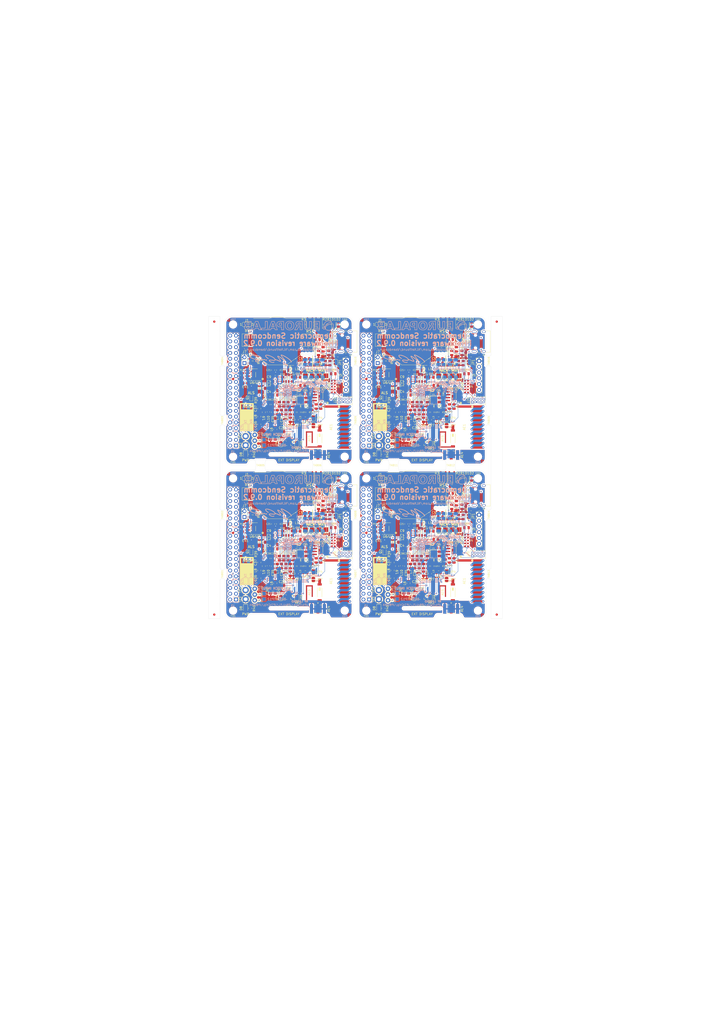
<source format=kicad_pcb>
(kicad_pcb (version 20171130) (host pcbnew 5.1.5+dfsg1-2build2)

  (general
    (thickness 1.6)
    (drawings 803)
    (tracks 4820)
    (zones 0)
    (modules 563)
    (nets 132)
  )

  (page A3 portrait)
  (title_block
    (title "Democratic Sendcomm")
    (date 2020-12-26)
    (rev 0.9.2)
    (company "Europalab Devices")
    (comment 1 "Copyright © 2020, Europalab Devices")
    (comment 2 "Fulfilling requirements of 20200210")
    (comment 3 "Pending quality assurance testing")
    (comment 4 "Release revision for manufacturing")
  )

  (layers
    (0 F.Cu signal)
    (1 In1.Cu power)
    (2 In2.Cu power)
    (31 B.Cu signal)
    (32 B.Adhes user)
    (33 F.Adhes user)
    (34 B.Paste user)
    (35 F.Paste user)
    (36 B.SilkS user)
    (37 F.SilkS user)
    (38 B.Mask user)
    (39 F.Mask user)
    (40 Dwgs.User user)
    (41 Cmts.User user)
    (42 Eco1.User user)
    (43 Eco2.User user)
    (44 Edge.Cuts user)
    (45 Margin user)
    (46 B.CrtYd user)
    (47 F.CrtYd user)
    (48 B.Fab user)
    (49 F.Fab user)
  )

  (setup
    (last_trace_width 0.09)
    (user_trace_width 0.2)
    (user_trace_width 0.4)
    (user_trace_width 0.6)
    (user_trace_width 0.8)
    (user_trace_width 0.508)
    (user_trace_width 1)
    (user_trace_width 1)
    (user_trace_width 0.508)
    (user_trace_width 1)
    (user_trace_width 1)
    (user_trace_width 0.508)
    (user_trace_width 1)
    (user_trace_width 1)
    (user_trace_width 0.508)
    (user_trace_width 1)
    (user_trace_width 1)
    (user_trace_width 0.1016)
    (user_trace_width 0.127)
    (user_trace_width 0.2)
    (user_trace_width 0.1016)
    (user_trace_width 0.127)
    (user_trace_width 0.2)
    (user_trace_width 0.1016)
    (user_trace_width 0.127)
    (user_trace_width 0.2)
    (user_trace_width 0.1016)
    (user_trace_width 0.127)
    (user_trace_width 0.2)
    (user_trace_width 0.1016)
    (user_trace_width 0.127)
    (user_trace_width 0.2)
    (user_trace_width 0.1016)
    (user_trace_width 0.127)
    (user_trace_width 0.2)
    (user_trace_width 0.1016)
    (user_trace_width 0.127)
    (user_trace_width 0.2)
    (user_trace_width 0.1016)
    (user_trace_width 0.127)
    (user_trace_width 0.2)
    (user_trace_width 0.1016)
    (user_trace_width 0.127)
    (user_trace_width 0.2)
    (user_trace_width 0.1016)
    (user_trace_width 0.127)
    (user_trace_width 0.2)
    (user_trace_width 0.1016)
    (user_trace_width 0.127)
    (user_trace_width 0.2)
    (user_trace_width 0.1016)
    (user_trace_width 0.127)
    (user_trace_width 0.2)
    (user_trace_width 0.1016)
    (user_trace_width 0.127)
    (user_trace_width 0.2)
    (user_trace_width 0.1016)
    (user_trace_width 0.127)
    (user_trace_width 0.2)
    (user_trace_width 0.1016)
    (user_trace_width 0.127)
    (user_trace_width 0.2)
    (user_trace_width 0.1016)
    (user_trace_width 0.127)
    (user_trace_width 0.2)
    (user_trace_width 0.1016)
    (user_trace_width 0.127)
    (user_trace_width 0.2)
    (user_trace_width 0.1016)
    (user_trace_width 0.127)
    (user_trace_width 0.2)
    (user_trace_width 0.1016)
    (user_trace_width 0.127)
    (user_trace_width 0.2)
    (user_trace_width 0.1016)
    (user_trace_width 0.127)
    (user_trace_width 0.2)
    (user_trace_width 0.1016)
    (user_trace_width 0.127)
    (user_trace_width 0.2)
    (user_trace_width 0.1016)
    (user_trace_width 0.127)
    (user_trace_width 0.2)
    (trace_clearance 0.09)
    (zone_clearance 0.508)
    (zone_45_only no)
    (trace_min 0.09)
    (via_size 0.356)
    (via_drill 0.2)
    (via_min_size 0.356)
    (via_min_drill 0.2)
    (user_via 0.6 0.3)
    (user_via 0.8 0.5)
    (user_via 0.45 0.2)
    (user_via 0.6 0.3)
    (user_via 0.45 0.2)
    (user_via 0.6 0.3)
    (user_via 0.45 0.2)
    (user_via 0.6 0.3)
    (user_via 0.45 0.2)
    (user_via 0.6 0.3)
    (user_via 0.45 0.2)
    (user_via 0.6 0.3)
    (user_via 0.45 0.2)
    (user_via 0.6 0.3)
    (user_via 0.45 0.2)
    (user_via 0.6 0.3)
    (user_via 0.45 0.2)
    (user_via 0.6 0.3)
    (user_via 0.45 0.2)
    (user_via 0.6 0.3)
    (user_via 0.45 0.2)
    (user_via 0.6 0.3)
    (user_via 0.45 0.2)
    (user_via 0.6 0.3)
    (user_via 0.45 0.2)
    (user_via 0.6 0.3)
    (user_via 0.45 0.2)
    (user_via 0.6 0.3)
    (user_via 0.45 0.2)
    (user_via 0.6 0.3)
    (user_via 0.45 0.2)
    (user_via 0.6 0.3)
    (user_via 0.45 0.2)
    (user_via 0.6 0.3)
    (user_via 0.45 0.2)
    (user_via 0.6 0.3)
    (user_via 0.45 0.2)
    (user_via 0.6 0.3)
    (user_via 0.45 0.2)
    (user_via 0.6 0.3)
    (user_via 0.45 0.2)
    (user_via 0.6 0.3)
    (user_via 0.45 0.2)
    (user_via 0.6 0.3)
    (user_via 0.45 0.2)
    (user_via 0.6 0.3)
    (uvia_size 0.45)
    (uvia_drill 0.1)
    (uvias_allowed no)
    (uvia_min_size 0.45)
    (uvia_min_drill 0.1)
    (edge_width 0.1)
    (segment_width 0.1)
    (pcb_text_width 0.25)
    (pcb_text_size 1 1)
    (mod_edge_width 0.15)
    (mod_text_size 1 1)
    (mod_text_width 0.15)
    (pad_size 1 1.8)
    (pad_drill 0)
    (pad_to_mask_clearance 0)
    (aux_axis_origin 0 0)
    (visible_elements 7FFFF7FF)
    (pcbplotparams
      (layerselection 0x313fc_ffffffff)
      (usegerberextensions true)
      (usegerberattributes false)
      (usegerberadvancedattributes false)
      (creategerberjobfile false)
      (excludeedgelayer true)
      (linewidth 0.150000)
      (plotframeref false)
      (viasonmask false)
      (mode 1)
      (useauxorigin false)
      (hpglpennumber 1)
      (hpglpenspeed 20)
      (hpglpendiameter 15.000000)
      (psnegative false)
      (psa4output false)
      (plotreference true)
      (plotvalue true)
      (plotinvisibletext false)
      (padsonsilk false)
      (subtractmaskfromsilk false)
      (outputformat 1)
      (mirror false)
      (drillshape 0)
      (scaleselection 1)
      (outputdirectory "fabstencil"))
  )

  (net 0 "")
  (net 1 "Net-(AE1-Pad1)")
  (net 2 GND)
  (net 3 /Sheet5F53D5B4/RFSWPWR)
  (net 4 "Net-(C8-Pad1)")
  (net 5 /Sheet5F53D5B4/POWAMP)
  (net 6 "Net-(C13-Pad1)")
  (net 7 /Sheet5F53D5B4/HFOUT)
  (net 8 +3V3)
  (net 9 "Net-(C29-Pad1)")
  (net 10 /Sheet5F53D5B4/HPOUT)
  (net 11 /Sheet5F53D5B4/HFIN)
  (net 12 /Sheet5F53D5B4/BANDSEL)
  (net 13 "Net-(BT1-Pad1)")
  (net 14 /Sheet5F53D5B4/USB_BUS)
  (net 15 "Net-(C33-Pad1)")
  (net 16 "Net-(C34-Pad1)")
  (net 17 /Sheet5F53D5B4/CMDRST)
  (net 18 "Net-(D1-Pad2)")
  (net 19 "Net-(D1-Pad1)")
  (net 20 "Net-(D2-Pad1)")
  (net 21 "Net-(D2-Pad2)")
  (net 22 /Sheet5F53D5B4/USB_P)
  (net 23 /Sheet5F53D5B4/USB_N)
  (net 24 /Sheet60040980/ID_SD)
  (net 25 /Sheet60040980/ID_SC)
  (net 26 /Sheet5F53D5B4/SWDCLK)
  (net 27 "Net-(J3-Pad7)")
  (net 28 "Net-(J3-Pad8)")
  (net 29 "Net-(J4-Pad6)")
  (net 30 /Sheet5F53D5B4/CN_VBAT)
  (net 31 /Sheet5F53D5B4/XCEIV)
  (net 32 "Net-(AE5-Pad2)")
  (net 33 "Net-(C1-Pad1)")
  (net 34 "Net-(C7-Pad1)")
  (net 35 "Net-(C14-Pad1)")
  (net 36 "Net-(C17-Pad1)")
  (net 37 "Net-(C18-Pad2)")
  (net 38 "Net-(C19-Pad2)")
  (net 39 "Net-(C23-Pad2)")
  (net 40 "Net-(C23-Pad1)")
  (net 41 "Net-(C24-Pad1)")
  (net 42 "Net-(C24-Pad2)")
  (net 43 "Net-(C29-Pad2)")
  (net 44 "Net-(C33-Pad2)")
  (net 45 "Net-(C35-Pad2)")
  (net 46 "Net-(C40-Pad1)")
  (net 47 "Net-(J2-PadB5)")
  (net 48 "Net-(J2-PadA8)")
  (net 49 "Net-(J2-PadA5)")
  (net 50 "Net-(J2-PadB8)")
  (net 51 "Net-(J3-Pad2)")
  (net 52 "Net-(J3-Pad3)")
  (net 53 "Net-(J3-Pad4)")
  (net 54 "Net-(J3-Pad5)")
  (net 55 "Net-(J3-Pad10)")
  (net 56 "Net-(J3-Pad11)")
  (net 57 "Net-(J3-Pad12)")
  (net 58 "Net-(J3-Pad13)")
  (net 59 "Net-(J3-Pad15)")
  (net 60 "Net-(J3-Pad16)")
  (net 61 "Net-(J3-Pad18)")
  (net 62 "Net-(J3-Pad19)")
  (net 63 "Net-(J3-Pad21)")
  (net 64 "Net-(J3-Pad22)")
  (net 65 "Net-(J3-Pad23)")
  (net 66 "Net-(J3-Pad24)")
  (net 67 "Net-(J3-Pad26)")
  (net 68 "Net-(J3-Pad29)")
  (net 69 "Net-(J3-Pad31)")
  (net 70 "Net-(J3-Pad32)")
  (net 71 "Net-(J3-Pad33)")
  (net 72 "Net-(J3-Pad35)")
  (net 73 "Net-(J3-Pad36)")
  (net 74 "Net-(J3-Pad37)")
  (net 75 "Net-(J3-Pad38)")
  (net 76 "Net-(J3-Pad40)")
  (net 77 "Net-(J4-Pad7)")
  (net 78 "Net-(J4-Pad8)")
  (net 79 "Net-(J5-Pad2)")
  (net 80 "Net-(J5-Pad3)")
  (net 81 "Net-(J5-Pad6)")
  (net 82 "Net-(J6-Pad1)")
  (net 83 "Net-(L1-Pad2)")
  (net 84 "Net-(R3-Pad1)")
  (net 85 "Net-(R4-Pad1)")
  (net 86 "Net-(R4-Pad2)")
  (net 87 "Net-(U2-Pad5)")
  (net 88 "Net-(U3-PadG1)")
  (net 89 "Net-(U3-PadH1)")
  (net 90 "Net-(U3-PadE3)")
  (net 91 "Net-(U3-PadE4)")
  (net 92 "Net-(U3-PadF4)")
  (net 93 "Net-(U3-PadC7)")
  (net 94 "Net-(U3-PadD7)")
  (net 95 "Net-(U3-PadD8)")
  (net 96 "Net-(U5-Pad3)")
  (net 97 "Net-(U5-Pad4)")
  (net 98 "Net-(U8-Pad7)")
  (net 99 "Net-(U8-Pad3)")
  (net 100 "Net-(U8-Pad2)")
  (net 101 "Net-(U8-Pad1)")
  (net 102 "Net-(U9-Pad1)")
  (net 103 "Net-(U9-Pad2)")
  (net 104 "Net-(U9-Pad3)")
  (net 105 "Net-(U9-Pad7)")
  (net 106 /Sheet5F53D5B4/SWDIO)
  (net 107 "Net-(AE2-Pad1)")
  (net 108 "Net-(AE4-Pad1)")
  (net 109 "Net-(AE5-Pad1)")
  (net 110 "Net-(JP10-Pad1)")
  (net 111 "Net-(J6-Pad2)")
  (net 112 "Net-(J6-Pad3)")
  (net 113 "Net-(J6-Pad4)")
  (net 114 "Net-(J7-Pad1)")
  (net 115 "Net-(C95-Pad1)")
  (net 116 /TP_SCL)
  (net 117 /TP_SDA)
  (net 118 "Net-(J20-Pad6)")
  (net 119 "Net-(J20-Pad7)")
  (net 120 "Net-(J20-Pad8)")
  (net 121 "Net-(Q2-Pad2)")
  (net 122 EXT_UART_TX)
  (net 123 EXT_UART_RX)
  (net 124 "Net-(D8-Pad2)")
  (net 125 USB_TST)
  (net 126 "Net-(TP13-Pad1)")
  (net 127 "Net-(C94-Pad2)")
  (net 128 "Net-(C96-Pad1)")
  (net 129 /Sheet5F53D5B4/CRY_XIN-RSVD)
  (net 130 /Sheet5F53D5B4/CRY_XOUT-RSVD)
  (net 131 "Net-(C97-Pad1)")

  (net_class Default "This is the default net class."
    (clearance 0.09)
    (trace_width 0.09)
    (via_dia 0.356)
    (via_drill 0.2)
    (uvia_dia 0.45)
    (uvia_drill 0.1)
    (add_net +3V3)
    (add_net /Sheet5F53D5B4/BANDSEL)
    (add_net /Sheet5F53D5B4/CMDRST)
    (add_net /Sheet5F53D5B4/CN_VBAT)
    (add_net /Sheet5F53D5B4/CRY_XIN-RSVD)
    (add_net /Sheet5F53D5B4/CRY_XOUT-RSVD)
    (add_net /Sheet5F53D5B4/HFIN)
    (add_net /Sheet5F53D5B4/HFOUT)
    (add_net /Sheet5F53D5B4/HPOUT)
    (add_net /Sheet5F53D5B4/POWAMP)
    (add_net /Sheet5F53D5B4/RFSWPWR)
    (add_net /Sheet5F53D5B4/SWDCLK)
    (add_net /Sheet5F53D5B4/SWDIO)
    (add_net /Sheet5F53D5B4/USB_BUS)
    (add_net /Sheet5F53D5B4/USB_N)
    (add_net /Sheet5F53D5B4/USB_P)
    (add_net /Sheet5F53D5B4/XCEIV)
    (add_net /Sheet60040980/ID_SC)
    (add_net /Sheet60040980/ID_SD)
    (add_net /TP_SCL)
    (add_net /TP_SDA)
    (add_net EXT_UART_RX)
    (add_net EXT_UART_TX)
    (add_net GND)
    (add_net "Net-(AE1-Pad1)")
    (add_net "Net-(AE2-Pad1)")
    (add_net "Net-(AE4-Pad1)")
    (add_net "Net-(AE5-Pad1)")
    (add_net "Net-(AE5-Pad2)")
    (add_net "Net-(BT1-Pad1)")
    (add_net "Net-(C1-Pad1)")
    (add_net "Net-(C13-Pad1)")
    (add_net "Net-(C14-Pad1)")
    (add_net "Net-(C17-Pad1)")
    (add_net "Net-(C18-Pad2)")
    (add_net "Net-(C19-Pad2)")
    (add_net "Net-(C23-Pad1)")
    (add_net "Net-(C23-Pad2)")
    (add_net "Net-(C24-Pad1)")
    (add_net "Net-(C24-Pad2)")
    (add_net "Net-(C29-Pad1)")
    (add_net "Net-(C29-Pad2)")
    (add_net "Net-(C33-Pad1)")
    (add_net "Net-(C33-Pad2)")
    (add_net "Net-(C34-Pad1)")
    (add_net "Net-(C35-Pad2)")
    (add_net "Net-(C40-Pad1)")
    (add_net "Net-(C7-Pad1)")
    (add_net "Net-(C8-Pad1)")
    (add_net "Net-(C94-Pad2)")
    (add_net "Net-(C95-Pad1)")
    (add_net "Net-(C96-Pad1)")
    (add_net "Net-(C97-Pad1)")
    (add_net "Net-(D1-Pad1)")
    (add_net "Net-(D1-Pad2)")
    (add_net "Net-(D2-Pad1)")
    (add_net "Net-(D2-Pad2)")
    (add_net "Net-(D8-Pad2)")
    (add_net "Net-(J2-PadA5)")
    (add_net "Net-(J2-PadA8)")
    (add_net "Net-(J2-PadB5)")
    (add_net "Net-(J2-PadB8)")
    (add_net "Net-(J20-Pad6)")
    (add_net "Net-(J20-Pad7)")
    (add_net "Net-(J20-Pad8)")
    (add_net "Net-(J3-Pad10)")
    (add_net "Net-(J3-Pad11)")
    (add_net "Net-(J3-Pad12)")
    (add_net "Net-(J3-Pad13)")
    (add_net "Net-(J3-Pad15)")
    (add_net "Net-(J3-Pad16)")
    (add_net "Net-(J3-Pad18)")
    (add_net "Net-(J3-Pad19)")
    (add_net "Net-(J3-Pad2)")
    (add_net "Net-(J3-Pad21)")
    (add_net "Net-(J3-Pad22)")
    (add_net "Net-(J3-Pad23)")
    (add_net "Net-(J3-Pad24)")
    (add_net "Net-(J3-Pad26)")
    (add_net "Net-(J3-Pad29)")
    (add_net "Net-(J3-Pad3)")
    (add_net "Net-(J3-Pad31)")
    (add_net "Net-(J3-Pad32)")
    (add_net "Net-(J3-Pad33)")
    (add_net "Net-(J3-Pad35)")
    (add_net "Net-(J3-Pad36)")
    (add_net "Net-(J3-Pad37)")
    (add_net "Net-(J3-Pad38)")
    (add_net "Net-(J3-Pad4)")
    (add_net "Net-(J3-Pad40)")
    (add_net "Net-(J3-Pad5)")
    (add_net "Net-(J3-Pad7)")
    (add_net "Net-(J3-Pad8)")
    (add_net "Net-(J4-Pad6)")
    (add_net "Net-(J4-Pad7)")
    (add_net "Net-(J4-Pad8)")
    (add_net "Net-(J5-Pad2)")
    (add_net "Net-(J5-Pad3)")
    (add_net "Net-(J5-Pad6)")
    (add_net "Net-(J6-Pad1)")
    (add_net "Net-(J6-Pad2)")
    (add_net "Net-(J6-Pad3)")
    (add_net "Net-(J6-Pad4)")
    (add_net "Net-(J7-Pad1)")
    (add_net "Net-(JP10-Pad1)")
    (add_net "Net-(L1-Pad2)")
    (add_net "Net-(Q2-Pad2)")
    (add_net "Net-(R3-Pad1)")
    (add_net "Net-(R4-Pad1)")
    (add_net "Net-(R4-Pad2)")
    (add_net "Net-(TP13-Pad1)")
    (add_net "Net-(U2-Pad5)")
    (add_net "Net-(U3-PadC7)")
    (add_net "Net-(U3-PadD7)")
    (add_net "Net-(U3-PadD8)")
    (add_net "Net-(U3-PadE3)")
    (add_net "Net-(U3-PadE4)")
    (add_net "Net-(U3-PadF4)")
    (add_net "Net-(U3-PadG1)")
    (add_net "Net-(U3-PadH1)")
    (add_net "Net-(U5-Pad3)")
    (add_net "Net-(U5-Pad4)")
    (add_net "Net-(U8-Pad1)")
    (add_net "Net-(U8-Pad2)")
    (add_net "Net-(U8-Pad3)")
    (add_net "Net-(U8-Pad7)")
    (add_net "Net-(U9-Pad1)")
    (add_net "Net-(U9-Pad2)")
    (add_net "Net-(U9-Pad3)")
    (add_net "Net-(U9-Pad7)")
    (add_net USB_TST)
  )

  (net_class Power ""
    (clearance 0.2)
    (trace_width 0.5)
    (via_dia 1)
    (via_drill 0.7)
    (uvia_dia 0.5)
    (uvia_drill 0.1)
  )

  (module Elab_HW:Hanzhi-stencilcut_instructions (layer F.Cu) (tedit 0) (tstamp 5EFC0A1E)
    (at 117 451)
    (attr virtual)
    (fp_text reference G** (at 0 0) (layer F.SilkS) hide
      (effects (font (size 1.524 1.524) (thickness 0.3)))
    )
    (fp_text value TEXT (at 0.75 0) (layer F.SilkS) hide
      (effects (font (size 1.524 1.524) (thickness 0.3)))
    )
    (fp_poly (pts (xy 40.470667 -6.858) (xy 35.052 -6.858) (xy 35.052 -7.789334) (xy 40.470667 -7.789334)
      (xy 40.470667 -6.858)) (layer F.Fab) (width 0.01))
    (fp_poly (pts (xy -14.338786 -8.293069) (xy -14.200223 -8.265117) (xy -14.147632 -8.190745) (xy -14.139334 -8.047218)
      (xy -14.139333 -8.043334) (xy -14.130085 -7.892972) (xy -14.073218 -7.817992) (xy -13.925053 -7.792186)
      (xy -13.716 -7.789334) (xy -13.292667 -7.789334) (xy -13.292667 -7.027334) (xy -13.716 -7.027334)
      (xy -13.967244 -7.020471) (xy -14.092584 -6.985449) (xy -14.135323 -6.900614) (xy -14.139333 -6.815667)
      (xy -14.151421 -6.694441) (xy -14.21531 -6.63132) (xy -14.372437 -6.607468) (xy -14.605 -6.604)
      (xy -14.871697 -6.609495) (xy -15.010564 -6.638535) (xy -15.063038 -6.709957) (xy -15.070667 -6.815667)
      (xy -15.082755 -6.936893) (xy -15.146643 -7.000014) (xy -15.303771 -7.023866) (xy -15.536333 -7.027334)
      (xy -15.803031 -7.021839) (xy -15.941897 -6.992799) (xy -15.994371 -6.921378) (xy -16.002 -6.815667)
      (xy -16.015725 -6.690045) (xy -16.085771 -6.627375) (xy -16.25544 -6.606006) (xy -16.425333 -6.604)
      (xy -16.676578 -6.610863) (xy -16.801917 -6.645886) (xy -16.844657 -6.73072) (xy -16.848667 -6.815667)
      (xy -16.862392 -6.941289) (xy -16.932437 -7.003959) (xy -17.102107 -7.025329) (xy -17.272 -7.027334)
      (xy -17.695333 -7.027334) (xy -17.695333 -7.789334) (xy -17.272 -7.789334) (xy -17.021397 -7.794883)
      (xy -16.896431 -7.829003) (xy -16.85342 -7.917902) (xy -16.848667 -8.043334) (xy -16.839418 -8.193696)
      (xy -16.782551 -8.268676) (xy -16.634386 -8.294482) (xy -16.425333 -8.297334) (xy -16.174731 -8.291785)
      (xy -16.049764 -8.257664) (xy -16.006754 -8.168765) (xy -16.002 -8.043334) (xy -15.994181 -7.898126)
      (xy -15.942936 -7.822546) (xy -15.806587 -7.793861) (xy -15.543455 -7.789334) (xy -15.536333 -7.789334)
      (xy -15.270119 -7.793599) (xy -15.131557 -7.82155) (xy -15.078966 -7.895923) (xy -15.070667 -8.03945)
      (xy -15.070667 -8.043334) (xy -15.062847 -8.188541) (xy -15.011603 -8.264121) (xy -14.875254 -8.292807)
      (xy -14.612121 -8.297334) (xy -14.605 -8.297334) (xy -14.338786 -8.293069)) (layer F.Fab) (width 0.01))
    (fp_poly (pts (xy -58.25948 -8.15403) (xy -58.091053 -8.001194) (xy -57.878105 -7.78877) (xy -57.653336 -7.551369)
      (xy -57.449444 -7.323603) (xy -57.299128 -7.140083) (xy -57.235084 -7.03542) (xy -57.234667 -7.031351)
      (xy -57.295335 -6.94461) (xy -57.444603 -6.800555) (xy -57.633362 -6.640416) (xy -57.812507 -6.505421)
      (xy -57.932931 -6.4368) (xy -57.945351 -6.434667) (xy -57.996333 -6.498121) (xy -57.996667 -6.506285)
      (xy -58.047876 -6.598658) (xy -58.185141 -6.786533) (xy -58.38392 -7.037186) (xy -58.499877 -7.177222)
      (xy -59.003088 -7.776542) (xy -58.717193 -7.994605) (xy -58.521946 -8.130124) (xy -58.377856 -8.206476)
      (xy -58.35069 -8.212667) (xy -58.25948 -8.15403)) (layer F.Fab) (width 0.01))
    (fp_poly (pts (xy 16.086667 -7.281334) (xy 17.949333 -7.281334) (xy 17.949333 -5.672667) (xy 17.102667 -5.672667)
      (xy 17.102667 -6.519334) (xy 14.308667 -6.519334) (xy 14.308667 -5.672667) (xy 13.546667 -5.672667)
      (xy 13.546667 -7.281334) (xy 15.155333 -7.281334) (xy 15.155333 -8.297334) (xy 16.086667 -8.297334)
      (xy 16.086667 -7.281334)) (layer F.Fab) (width 0.01))
    (fp_poly (pts (xy 30.395333 -7.278108) (xy 30.628167 -7.333609) (xy 30.815969 -7.386953) (xy 31.111224 -7.479757)
      (xy 31.461868 -7.594652) (xy 31.815842 -7.71427) (xy 32.121082 -7.821242) (xy 32.32553 -7.898199)
      (xy 32.3449 -7.906345) (xy 32.495129 -7.880351) (xy 32.719186 -7.708204) (xy 32.797281 -7.631319)
      (xy 33.120429 -7.300385) (xy 32.583381 -7.121721) (xy 32.249069 -7.017637) (xy 31.824914 -6.895539)
      (xy 31.385776 -6.776741) (xy 31.242 -6.739787) (xy 30.437667 -6.536517) (xy 30.437667 -5.884334)
      (xy 31.518297 -5.860629) (xy 32.598928 -5.836924) (xy 32.682464 -6.056641) (xy 32.747702 -6.309414)
      (xy 32.766 -6.491571) (xy 32.788295 -6.642034) (xy 32.875698 -6.658332) (xy 32.914167 -6.643957)
      (xy 33.100233 -6.569493) (xy 33.318806 -6.486732) (xy 33.477897 -6.415728) (xy 33.540464 -6.322101)
      (xy 33.532295 -6.14648) (xy 33.514393 -6.036441) (xy 33.437425 -5.689905) (xy 33.325849 -5.434225)
      (xy 33.155075 -5.25524) (xy 32.90051 -5.13879) (xy 32.537561 -5.070716) (xy 32.041635 -5.036859)
      (xy 31.764562 -5.028928) (xy 31.320133 -5.024979) (xy 30.905375 -5.031231) (xy 30.566963 -5.046365)
      (xy 30.353 -5.068797) (xy 30.062997 -5.137129) (xy 29.84331 -5.235137) (xy 29.684378 -5.385037)
      (xy 29.576638 -5.609042) (xy 29.51053 -5.929365) (xy 29.476494 -6.368222) (xy 29.464966 -6.947826)
      (xy 29.464472 -7.133167) (xy 29.464 -8.297334) (xy 30.395333 -8.297334) (xy 30.395333 -7.278108)) (layer F.Fab) (width 0.01))
    (fp_poly (pts (xy -6.604 -3.894667) (xy -11.345333 -3.894667) (xy -11.345333 -5.08) (xy -10.414 -5.08)
      (xy -10.414 -4.572) (xy -7.535333 -4.572) (xy -7.535333 -5.08) (xy -10.414 -5.08)
      (xy -11.345333 -5.08) (xy -11.345333 -6.265334) (xy -10.414 -6.265334) (xy -10.414 -5.672667)
      (xy -7.535333 -5.672667) (xy -7.535333 -6.265334) (xy -10.414 -6.265334) (xy -11.345333 -6.265334)
      (xy -11.345333 -7.366) (xy -10.414 -7.366) (xy -10.414 -6.858) (xy -7.535333 -6.858)
      (xy -7.535333 -7.366) (xy -10.414 -7.366) (xy -11.345333 -7.366) (xy -11.345333 -8.043334)
      (xy -6.604 -8.043334) (xy -6.604 -3.894667)) (layer F.Fab) (width 0.01))
    (fp_poly (pts (xy -25.654 -7.62) (xy -24.045333 -7.62) (xy -24.045333 -6.990889) (xy -24.049073 -6.667998)
      (xy -24.067504 -6.477126) (xy -24.111447 -6.381) (xy -24.191723 -6.342352) (xy -24.235833 -6.334722)
      (xy -24.369038 -6.280625) (xy -24.433965 -6.136065) (xy -24.452611 -5.990167) (xy -24.478889 -5.672667)
      (xy -25.066444 -5.672667) (xy -25.376287 -5.668021) (xy -25.553243 -5.6471) (xy -25.633661 -5.599428)
      (xy -25.653888 -5.514531) (xy -25.654 -5.503334) (xy -25.636848 -5.411693) (xy -25.560447 -5.360602)
      (xy -25.38738 -5.338546) (xy -25.103667 -5.334) (xy -24.553333 -5.334) (xy -24.553333 -4.741334)
      (xy -25.103667 -4.741334) (xy -25.401498 -4.736056) (xy -25.567547 -4.712548) (xy -25.639229 -4.659297)
      (xy -25.654 -4.572) (xy -25.641268 -4.491548) (xy -25.581584 -4.441557) (xy -25.442721 -4.414864)
      (xy -25.192448 -4.404307) (xy -24.892 -4.402667) (xy -24.13 -4.402667) (xy -24.13 -3.725334)
      (xy -28.109333 -3.725334) (xy -28.109333 -4.402667) (xy -27.305 -4.402667) (xy -26.931164 -4.405224)
      (xy -26.695224 -4.417304) (xy -26.565772 -4.445518) (xy -26.511395 -4.496481) (xy -26.500667 -4.572)
      (xy -26.517819 -4.663641) (xy -26.59422 -4.714733) (xy -26.767287 -4.736789) (xy -27.051 -4.741334)
      (xy -27.601333 -4.741334) (xy -27.601333 -5.334) (xy -27.051 -5.334) (xy -26.753169 -5.339278)
      (xy -26.58712 -5.362786) (xy -26.515438 -5.416038) (xy -26.500667 -5.503334) (xy -26.516787 -5.59263)
      (xy -26.589379 -5.643629) (xy -26.754792 -5.666805) (xy -27.049372 -5.672635) (xy -27.088223 -5.672667)
      (xy -27.675778 -5.672667) (xy -27.702056 -5.990167) (xy -27.741383 -6.210298) (xy -27.830944 -6.311288)
      (xy -27.918833 -6.334722) (xy -28.016447 -6.360934) (xy -28.073452 -6.429897) (xy -28.100669 -6.578882)
      (xy -28.10892 -6.845161) (xy -28.109196 -6.942667) (xy -27.347333 -6.942667) (xy -27.347333 -6.660445)
      (xy -27.332468 -6.436264) (xy -27.260981 -6.317875) (xy -27.092533 -6.27206) (xy -26.867556 -6.265334)
      (xy -26.638887 -6.273469) (xy -26.532684 -6.319465) (xy -26.502169 -6.435706) (xy -26.500667 -6.519334)
      (xy -26.491418 -6.669696) (xy -26.434551 -6.744676) (xy -26.286386 -6.770482) (xy -26.077333 -6.773334)
      (xy -25.826754 -6.767906) (xy -25.701802 -6.733824) (xy -25.658784 -6.644394) (xy -25.654 -6.514695)
      (xy -25.645582 -6.359461) (xy -25.590543 -6.28711) (xy -25.444205 -6.271774) (xy -25.251833 -6.281862)
      (xy -25.00894 -6.303962) (xy -24.887397 -6.354752) (xy -24.839491 -6.472464) (xy -24.823389 -6.625167)
      (xy -24.797112 -6.942667) (xy -27.347333 -6.942667) (xy -28.109196 -6.942667) (xy -28.109333 -6.990889)
      (xy -28.109333 -7.62) (xy -26.500667 -7.62) (xy -26.500667 -8.297334) (xy -25.654 -8.297334)
      (xy -25.654 -7.62)) (layer F.Fab) (width 0.01))
    (fp_poly (pts (xy 73.200274 -4.393828) (xy 73.416636 -4.066225) (xy 73.589368 -3.793709) (xy 73.701253 -3.604251)
      (xy 73.735071 -3.525824) (xy 73.734774 -3.525533) (xy 73.610955 -3.444145) (xy 73.421745 -3.331645)
      (xy 73.225706 -3.221357) (xy 73.0814 -3.146607) (xy 73.044392 -3.132667) (xy 72.985083 -3.200463)
      (xy 72.857262 -3.384979) (xy 72.679828 -3.657907) (xy 72.474989 -3.985549) (xy 72.27351 -4.318803)
      (xy 72.112976 -4.594709) (xy 72.009704 -4.784473) (xy 71.979937 -4.859252) (xy 72.064777 -4.910385)
      (xy 72.242835 -5.013747) (xy 72.321167 -5.058702) (xy 72.633334 -5.23733) (xy 73.200274 -4.393828)) (layer F.Fab) (width 0.01))
    (fp_poly (pts (xy -22.86 -3.132667) (xy -23.622 -3.132667) (xy -23.622 -7.450667) (xy -22.86 -7.450667)
      (xy -22.86 -3.132667)) (layer F.Fab) (width 0.01))
    (fp_poly (pts (xy 21.336 -7.069667) (xy 21.337853 -6.629645) (xy 21.352993 -6.337817) (xy 21.395792 -6.173046)
      (xy 21.480621 -6.114196) (xy 21.621853 -6.140131) (xy 21.833858 -6.229715) (xy 21.889836 -6.255145)
      (xy 22.176654 -6.428717) (xy 22.432293 -6.658125) (xy 22.61689 -6.900394) (xy 22.690585 -7.112553)
      (xy 22.690667 -7.118497) (xy 22.670274 -7.209685) (xy 22.583533 -7.258962) (xy 22.392102 -7.278617)
      (xy 22.182667 -7.281334) (xy 21.674667 -7.281334) (xy 21.674667 -8.043334) (xy 25.569333 -8.043334)
      (xy 25.569333 -7.605769) (xy 25.553428 -7.271048) (xy 25.512533 -6.877347) (xy 25.475835 -6.631301)
      (xy 25.376431 -6.231027) (xy 25.223962 -5.970333) (xy 24.986908 -5.823027) (xy 24.633748 -5.762917)
      (xy 24.424094 -5.757334) (xy 24.131955 -5.762827) (xy 23.966163 -5.789335) (xy 23.883838 -5.851902)
      (xy 23.843206 -5.961135) (xy 23.781486 -6.178382) (xy 23.740303 -6.299802) (xy 23.736211 -6.380335)
      (xy 23.826355 -6.421164) (xy 24.044184 -6.4343) (xy 24.115945 -6.434667) (xy 24.369268 -6.447713)
      (xy 24.544441 -6.481024) (xy 24.587576 -6.506243) (xy 24.627762 -6.629118) (xy 24.674343 -6.849006)
      (xy 24.68806 -6.929576) (xy 24.744309 -7.281334) (xy 23.635132 -7.281334) (xy 23.535048 -6.963834)
      (xy 23.292524 -6.429631) (xy 22.929592 -6.007664) (xy 22.541347 -5.73624) (xy 22.055667 -5.461)
      (xy 23.727833 -5.438044) (xy 25.4 -5.415087) (xy 25.4 -3.132667) (xy 21.844 -3.132667)
      (xy 21.844 -4.28684) (xy 21.841435 -4.741334) (xy 22.690667 -4.741334) (xy 22.690667 -3.894667)
      (xy 24.468667 -3.894667) (xy 24.468667 -4.741334) (xy 22.690667 -4.741334) (xy 21.841435 -4.741334)
      (xy 21.841305 -4.764191) (xy 21.830458 -5.10611) (xy 21.807313 -5.346451) (xy 21.767726 -5.519068)
      (xy 21.70755 -5.657814) (xy 21.667761 -5.726174) (xy 21.537783 -5.90756) (xy 21.432697 -6.005658)
      (xy 21.413761 -6.011334) (xy 21.385891 -5.931217) (xy 21.362683 -5.709011) (xy 21.345809 -5.371935)
      (xy 21.336938 -4.947207) (xy 21.336 -4.744511) (xy 21.336 -3.477688) (xy 20.552833 -3.453344)
      (xy 20.184698 -3.439306) (xy 19.952709 -3.419135) (xy 19.823701 -3.384036) (xy 19.764508 -3.325214)
      (xy 19.742611 -3.2385) (xy 19.702341 -3.118676) (xy 19.594708 -3.062808) (xy 19.371558 -3.048088)
      (xy 19.340445 -3.048) (xy 18.965333 -3.048) (xy 18.965333 -4.233334) (xy 19.719596 -4.233334)
      (xy 20.574 -4.233334) (xy 20.574 -5.427945) (xy 20.171833 -5.402139) (xy 19.769667 -5.376334)
      (xy 19.744631 -4.804834) (xy 19.719596 -4.233334) (xy 18.965333 -4.233334) (xy 18.965333 -6.180667)
      (xy 19.719253 -6.180667) (xy 20.574 -6.180667) (xy 20.574 -7.290612) (xy 20.171833 -7.264806)
      (xy 19.769667 -7.239) (xy 19.74446 -6.709834) (xy 19.719253 -6.180667) (xy 18.965333 -6.180667)
      (xy 18.965333 -8.043334) (xy 21.336 -8.043334) (xy 21.336 -7.069667)) (layer F.Fab) (width 0.01))
    (fp_poly (pts (xy -50.065946 -8.195718) (xy -49.87415 -8.138141) (xy -49.740915 -8.08988) (xy -49.355388 -7.942646)
      (xy -49.908361 -6.883235) (xy -50.106594 -6.502365) (xy -50.273352 -6.179901) (xy -50.394616 -5.943112)
      (xy -50.45637 -5.819263) (xy -50.461333 -5.80758) (xy -50.387282 -5.805561) (xy -50.20481 -5.821452)
      (xy -50.161805 -5.826304) (xy -49.956244 -5.875241) (xy -49.814145 -5.993707) (xy -49.685731 -6.21147)
      (xy -49.575227 -6.425988) (xy -49.49827 -6.566792) (xy -49.481713 -6.592492) (xy -49.401737 -6.572276)
      (xy -49.241455 -6.488566) (xy -49.05828 -6.376392) (xy -48.909625 -6.270785) (xy -48.852667 -6.208686)
      (xy -48.894649 -6.101901) (xy -49.005832 -5.890353) (xy -49.164066 -5.61186) (xy -49.347202 -5.304239)
      (xy -49.533094 -5.00531) (xy -49.699593 -4.752888) (xy -49.734343 -4.703237) (xy -49.887284 -4.479508)
      (xy -49.985864 -4.318376) (xy -50.008407 -4.260185) (xy -49.920031 -4.265193) (xy -49.733551 -4.308467)
      (xy -49.694285 -4.319448) (xy -49.391839 -4.393899) (xy -49.21466 -4.392412) (xy -49.130461 -4.301102)
      (xy -49.106954 -4.106082) (xy -49.106667 -4.066722) (xy -49.106667 -3.730777) (xy -49.8475 -3.510778)
      (xy -50.222093 -3.396616) (xy -50.573401 -3.284511) (xy -50.841757 -3.193657) (xy -50.902982 -3.171216)
      (xy -51.217631 -3.051653) (xy -51.318172 -3.387231) (xy -51.373787 -3.608349) (xy -51.357408 -3.739868)
      (xy -51.254128 -3.851609) (xy -51.211775 -3.885586) (xy -51.06081 -4.035468) (xy -50.858687 -4.276353)
      (xy -50.647481 -4.557892) (xy -50.634212 -4.576725) (xy -50.263588 -5.105087) (xy -50.771392 -5.047636)
      (xy -51.279197 -4.990184) (xy -51.39012 -5.326282) (xy -51.452367 -5.550302) (xy -51.437648 -5.701667)
      (xy -51.329532 -5.865202) (xy -51.272371 -5.93414) (xy -51.042582 -6.263536) (xy -50.789786 -6.724436)
      (xy -50.531094 -7.283835) (xy -50.376539 -7.662334) (xy -50.270908 -7.92889) (xy -50.18969 -8.124843)
      (xy -50.152647 -8.203724) (xy -50.065946 -8.195718)) (layer F.Fab) (width 0.01))
    (fp_poly (pts (xy -34.29 -7.154334) (xy -34.283296 -6.789404) (xy -34.265167 -6.497069) (xy -34.238588 -6.312301)
      (xy -34.21439 -6.265334) (xy -34.100409 -6.281497) (xy -33.866712 -6.324316) (xy -33.559226 -6.38528)
      (xy -33.488162 -6.399884) (xy -33.175723 -6.45739) (xy -32.931274 -6.489096) (xy -32.798287 -6.489729)
      (xy -32.787934 -6.484823) (xy -32.755437 -6.376229) (xy -32.734074 -6.164472) (xy -32.730994 -6.080344)
      (xy -32.724773 -5.935581) (xy -32.730361 -5.834364) (xy -32.773536 -5.76289) (xy -32.880078 -5.707357)
      (xy -33.075764 -5.65396) (xy -33.386372 -5.588898) (xy -33.805797 -5.504844) (xy -34.295261 -5.40557)
      (xy -34.247667 -3.429) (xy -33.570333 -3.429) (xy -33.54449 -3.880764) (xy -33.522016 -4.14098)
      (xy -33.483818 -4.26532) (xy -33.4155 -4.287238) (xy -33.375157 -4.274271) (xy -33.187979 -4.201771)
      (xy -32.998833 -4.131725) (xy -32.831848 -4.010981) (xy -32.763574 -3.794264) (xy -32.791345 -3.463923)
      (xy -32.856637 -3.19067) (xy -32.960653 -2.89803) (xy -33.101205 -2.707444) (xy -33.312884 -2.598948)
      (xy -33.630284 -2.552578) (xy -33.9725 -2.546685) (xy -34.309941 -2.5548) (xy -34.587445 -2.570435)
      (xy -34.757025 -2.590615) (xy -34.778615 -2.596667) (xy -34.925538 -2.711345) (xy -35.030594 -2.930709)
      (xy -35.097804 -3.271987) (xy -35.13119 -3.752407) (xy -35.136667 -4.130352) (xy -35.140369 -4.526085)
      (xy -35.150445 -4.85678) (xy -35.165348 -5.087495) (xy -35.183239 -5.183017) (xy -35.288203 -5.196367)
      (xy -35.4888 -5.170396) (xy -35.540695 -5.159473) (xy -35.746892 -5.119723) (xy -35.866036 -5.109581)
      (xy -35.874759 -5.112537) (xy -35.898987 -5.202543) (xy -35.933744 -5.403856) (xy -35.950913 -5.522207)
      (xy -35.977419 -5.758891) (xy -35.95334 -5.879737) (xy -35.85153 -5.936609) (xy -35.718444 -5.966337)
      (xy -35.471057 -6.01574) (xy -35.30577 -6.066166) (xy -35.206121 -6.148995) (xy -35.155651 -6.295606)
      (xy -35.137896 -6.53738) (xy -35.136397 -6.905695) (xy -35.136667 -7.075373) (xy -35.136667 -8.043334)
      (xy -34.29 -8.043334) (xy -34.29 -7.154334)) (layer F.Fab) (width 0.01))
    (fp_poly (pts (xy -54.510954 -7.62) (xy -54.544442 -7.027334) (xy -52.337925 -7.027334) (xy -52.378698 -6.0325)
      (xy -52.416324 -5.26027) (xy -52.461875 -4.569166) (xy -52.513562 -3.977179) (xy -52.569594 -3.502301)
      (xy -52.62818 -3.162523) (xy -52.681775 -2.986771) (xy -52.871259 -2.71172) (xy -53.139625 -2.528468)
      (xy -53.516228 -2.422712) (xy -53.918664 -2.384133) (xy -54.570563 -2.354528) (xy -54.678829 -2.722431)
      (xy -54.754617 -2.969718) (xy -54.816787 -3.155212) (xy -54.832258 -3.195134) (xy -54.812587 -3.251117)
      (xy -54.67725 -3.279293) (xy -54.40362 -3.283146) (xy -54.282813 -3.279801) (xy -53.974216 -3.281526)
      (xy -53.729998 -3.305225) (xy -53.601625 -3.34581) (xy -53.600027 -3.347309) (xy -53.513931 -3.520039)
      (xy -53.440349 -3.845175) (xy -53.381719 -4.306089) (xy -53.340476 -4.886154) (xy -53.327413 -5.207)
      (xy -53.297667 -6.138334) (xy -54.591435 -6.187456) (xy -54.68869 -5.612562) (xy -54.902655 -4.6868)
      (xy -55.213804 -3.879129) (xy -55.254456 -3.796092) (xy -55.392856 -3.567139) (xy -55.592945 -3.293588)
      (xy -55.82624 -3.007798) (xy -56.064255 -2.742127) (xy -56.278505 -2.528933) (xy -56.440505 -2.400574)
      (xy -56.502953 -2.377834) (xy -56.610979 -2.441865) (xy -56.776002 -2.596403) (xy -56.867296 -2.697281)
      (xy -57.134925 -3.009562) (xy -56.814636 -3.278461) (xy -56.371615 -3.754067) (xy -56.008442 -4.360427)
      (xy -55.73712 -5.073147) (xy -55.581537 -5.784355) (xy -55.522107 -6.180667) (xy -56.896 -6.180667)
      (xy -56.896 -7.027334) (xy -55.456667 -7.027334) (xy -55.456667 -8.212667) (xy -54.477465 -8.212667)
      (xy -54.510954 -7.62)) (layer F.Fab) (width 0.01))
    (fp_poly (pts (xy 35.516899 -4.376235) (xy 35.699478 -4.328746) (xy 35.926856 -4.257286) (xy 36.142462 -4.180391)
      (xy 36.289724 -4.116602) (xy 36.322 -4.090771) (xy 36.279129 -3.932957) (xy 36.163182 -3.678127)
      (xy 35.993159 -3.357236) (xy 35.788056 -3.001236) (xy 35.566875 -2.641084) (xy 35.348612 -2.307733)
      (xy 35.152268 -2.032137) (xy 34.99684 -1.845251) (xy 34.902496 -1.778) (xy 34.799032 -1.821378)
      (xy 34.610433 -1.931468) (xy 34.500154 -2.00272) (xy 34.296204 -2.139526) (xy 34.159545 -2.232823)
      (xy 34.1314 -2.253042) (xy 34.166004 -2.324119) (xy 34.287484 -2.484342) (xy 34.451788 -2.678523)
      (xy 34.664697 -2.957717) (xy 34.896145 -3.318936) (xy 35.098996 -3.688128) (xy 35.114313 -3.719368)
      (xy 35.256984 -4.013681) (xy 35.367892 -4.24216) (xy 35.429207 -4.368083) (xy 35.435694 -4.381213)
      (xy 35.516899 -4.376235)) (layer F.Fab) (width 0.01))
    (fp_poly (pts (xy 39.965597 -4.358522) (xy 40.058526 -4.254274) (xy 40.20843 -4.036472) (xy 40.393568 -3.741487)
      (xy 40.592196 -3.40569) (xy 40.782574 -3.065451) (xy 40.942958 -2.757142) (xy 41.017136 -2.599478)
      (xy 41.23409 -2.108621) (xy 40.915878 -1.976442) (xy 40.670334 -1.870137) (xy 40.470578 -1.776522)
      (xy 40.44323 -1.762464) (xy 40.315346 -1.731263) (xy 40.247403 -1.840315) (xy 40.24073 -1.864459)
      (xy 40.169548 -2.059965) (xy 40.037957 -2.358995) (xy 39.86776 -2.717034) (xy 39.68076 -3.089569)
      (xy 39.498759 -3.432084) (xy 39.34356 -3.700066) (xy 39.334877 -3.713912) (xy 39.111338 -4.06802)
      (xy 39.502318 -4.235613) (xy 39.74065 -4.323886) (xy 39.915835 -4.363541) (xy 39.965597 -4.358522)) (layer F.Fab) (width 0.01))
    (fp_poly (pts (xy -49.096264 -3.068802) (xy -49.04637 -2.947199) (xy -49.008779 -2.739788) (xy -49.007729 -2.729809)
      (xy -48.979667 -2.453951) (xy -50.056501 -1.946643) (xy -50.449943 -1.763618) (xy -50.789691 -1.609957)
      (xy -51.045994 -1.498784) (xy -51.1891 -1.443226) (xy -51.206403 -1.439334) (xy -51.267073 -1.513818)
      (xy -51.336313 -1.70222) (xy -51.365068 -1.813391) (xy -51.450664 -2.187448) (xy -50.3037 -2.659692)
      (xy -49.895147 -2.822217) (xy -49.542357 -2.951817) (xy -49.274401 -3.038642) (xy -49.120352 -3.07284)
      (xy -49.096264 -3.068802)) (layer F.Fab) (width 0.01))
    (fp_poly (pts (xy -39.878 -6.011334) (xy -37.168667 -6.011334) (xy -37.168667 -5.08) (xy -39.878 -5.08)
      (xy -39.878 -2.286) (xy -36.576 -2.286) (xy -36.576 -1.354667) (xy -43.603333 -1.354667)
      (xy -43.603333 -2.286) (xy -40.894 -2.286) (xy -40.894 -8.212667) (xy -39.878 -8.212667)
      (xy -39.878 -6.011334)) (layer F.Fab) (width 0.01))
    (fp_poly (pts (xy -61.956983 -6.984557) (xy -61.933667 -5.67178) (xy -60.689941 -6.607682) (xy -60.365366 -6.246008)
      (xy -60.040792 -5.884334) (xy -60.225229 -5.736156) (xy -60.377666 -5.635292) (xy -60.639508 -5.483109)
      (xy -60.968501 -5.303607) (xy -61.194101 -5.185823) (xy -61.978535 -4.783667) (xy -61.956101 -3.429)
      (xy -61.933667 -2.074334) (xy -61.391043 -2.048778) (xy -61.077484 -2.041799) (xy -60.880325 -2.077947)
      (xy -60.766798 -2.188781) (xy -60.704136 -2.405858) (xy -60.660464 -2.752396) (xy -60.605404 -3.266542)
      (xy -60.232435 -3.093771) (xy -60.00404 -2.974039) (xy -59.893893 -2.860504) (xy -59.860594 -2.702915)
      (xy -59.8594 -2.640993) (xy -59.900382 -2.227756) (xy -60.010093 -1.825635) (xy -60.168398 -1.49934)
      (xy -60.245817 -1.399085) (xy -60.340707 -1.306326) (xy -60.443696 -1.245301) (xy -60.590291 -1.209516)
      (xy -60.816001 -1.192475) (xy -61.156333 -1.187686) (xy -61.400457 -1.187908) (xy -61.799994 -1.196717)
      (xy -62.14771 -1.218608) (xy -62.402154 -1.250107) (xy -62.5131 -1.281222) (xy -62.609244 -1.346676)
      (xy -62.688427 -1.431367) (xy -62.75228 -1.551187) (xy -62.802438 -1.722028) (xy -62.84053 -1.959784)
      (xy -62.868191 -2.280346) (xy -62.887051 -2.699608) (xy -62.898745 -3.23346) (xy -62.904902 -3.897797)
      (xy -62.907157 -4.70851) (xy -62.907333 -5.119614) (xy -62.907333 -8.297334) (xy -61.9803 -8.297334)
      (xy -61.956983 -6.984557)) (layer F.Fab) (width 0.01))
    (fp_poly (pts (xy -70.1675 -5.994592) (xy -69.723 -5.969) (xy -69.698272 -5.312834) (xy -69.673544 -4.656667)
      (xy -68.156667 -4.656667) (xy -68.156667 -3.81) (xy -69.680667 -3.81) (xy -69.680667 -2.032)
      (xy -67.902667 -2.032) (xy -67.902667 -1.185334) (xy -72.474667 -1.185334) (xy -72.474667 -2.032)
      (xy -70.612 -2.032) (xy -70.612 -3.81) (xy -72.220667 -3.81) (xy -72.220667 -4.656667)
      (xy -70.612 -4.656667) (xy -70.612 -6.020183) (xy -70.1675 -5.994592)) (layer F.Fab) (width 0.01))
    (fp_poly (pts (xy 69.882914 -8.251756) (xy 70.13549 -8.212473) (xy 70.30925 -8.175542) (xy 70.352867 -8.158838)
      (xy 70.357695 -8.106573) (xy 70.326092 -7.97383) (xy 70.251304 -7.738534) (xy 70.12658 -7.378606)
      (xy 70.03914 -7.133167) (xy 70.06625 -7.074758) (xy 70.213532 -7.041) (xy 70.502433 -7.027867)
      (xy 70.602941 -7.027334) (xy 71.204667 -7.027334) (xy 71.204667 -6.42967) (xy 71.213957 -6.099002)
      (xy 71.24344 -5.923135) (xy 71.295532 -5.888471) (xy 71.300361 -5.891149) (xy 71.38858 -6.002245)
      (xy 71.518819 -6.234499) (xy 71.673961 -6.550398) (xy 71.836891 -6.912427) (xy 71.990493 -7.283074)
      (xy 72.117651 -7.624825) (xy 72.178846 -7.816576) (xy 72.281545 -8.115183) (xy 72.373918 -8.255644)
      (xy 72.434095 -8.26604) (xy 72.590552 -8.221674) (xy 72.821815 -8.171185) (xy 72.848936 -8.16601)
      (xy 73.020122 -8.118579) (xy 73.10264 -8.034834) (xy 73.102489 -7.880181) (xy 73.025668 -7.620023)
      (xy 72.970269 -7.466322) (xy 72.913974 -7.283973) (xy 72.898 -7.191155) (xy 72.977858 -7.160207)
      (xy 73.198289 -7.135287) (xy 73.530577 -7.118517) (xy 73.946006 -7.112018) (xy 73.969692 -7.112)
      (xy 75.041385 -7.112) (xy 74.983841 -5.355167) (xy 74.949561 -4.435395) (xy 74.910513 -3.66938)
      (xy 74.863943 -3.041557) (xy 74.807096 -2.536362) (xy 74.73722 -2.138229) (xy 74.65156 -1.831594)
      (xy 74.547363 -1.600893) (xy 74.421873 -1.43056) (xy 74.272337 -1.305032) (xy 74.266539 -1.301196)
      (xy 74.07328 -1.221241) (xy 73.791391 -1.15933) (xy 73.465385 -1.11829) (xy 73.139774 -1.10095)
      (xy 72.859073 -1.11014) (xy 72.667795 -1.148688) (xy 72.610512 -1.195956) (xy 72.56096 -1.35286)
      (xy 72.489012 -1.578606) (xy 72.482123 -1.600135) (xy 72.421148 -1.798109) (xy 72.390765 -1.911422)
      (xy 72.39 -1.917635) (xy 72.467647 -1.932212) (xy 72.672526 -1.943201) (xy 72.962541 -1.948476)
      (xy 73.003833 -1.94863) (xy 73.373376 -1.956606) (xy 73.612697 -1.989242) (xy 73.760683 -2.062436)
      (xy 73.856218 -2.192089) (xy 73.910596 -2.319381) (xy 73.954984 -2.509932) (xy 74.002372 -2.841624)
      (xy 74.050262 -3.286355) (xy 74.096157 -3.816022) (xy 74.137558 -4.402521) (xy 74.171968 -5.017751)
      (xy 74.191722 -5.482167) (xy 74.22015 -6.265334) (xy 72.503612 -6.265334) (xy 72.315126 -5.863167)
      (xy 72.173428 -5.585237) (xy 72.029356 -5.339706) (xy 71.972133 -5.256374) (xy 71.817627 -5.051747)
      (xy 71.584395 -5.235207) (xy 71.408334 -5.358619) (xy 71.286253 -5.417779) (xy 71.277915 -5.418667)
      (xy 71.256162 -5.338126) (xy 71.236977 -5.112993) (xy 71.221381 -4.768002) (xy 71.210391 -4.327886)
      (xy 71.205028 -3.817381) (xy 71.204667 -3.640667) (xy 71.204667 -1.862667) (xy 69.172667 -1.862667)
      (xy 69.172667 -1.27) (xy 68.326 -1.27) (xy 68.326 -4.148667) (xy 69.172667 -4.148667)
      (xy 69.172667 -2.624667) (xy 70.442667 -2.624667) (xy 70.442667 -4.148667) (xy 69.172667 -4.148667)
      (xy 68.326 -4.148667) (xy 68.326 -6.265334) (xy 69.172667 -6.265334) (xy 69.172667 -4.910667)
      (xy 70.442667 -4.910667) (xy 70.442667 -6.265334) (xy 69.172667 -6.265334) (xy 68.326 -6.265334)
      (xy 68.326 -7.027334) (xy 68.751429 -7.027334) (xy 68.993661 -7.040819) (xy 69.15593 -7.101484)
      (xy 69.261115 -7.239643) (xy 69.332096 -7.485609) (xy 69.391753 -7.869698) (xy 69.392725 -7.877015)
      (xy 69.450161 -8.309992) (xy 69.882914 -8.251756)) (layer F.Fab) (width 0.01))
    (fp_poly (pts (xy 59.152507 -3.483409) (xy 59.484493 -3.299273) (xy 59.746267 -3.015688) (xy 59.907392 -2.64233)
      (xy 59.944 -2.328334) (xy 59.870624 -1.906379) (xy 59.671099 -1.553757) (xy 59.37633 -1.288598)
      (xy 59.017223 -1.129031) (xy 58.624683 -1.093185) (xy 58.229614 -1.199188) (xy 58.120043 -1.258404)
      (xy 57.803276 -1.541149) (xy 57.601375 -1.908457) (xy 57.523656 -2.317842) (xy 57.525086 -2.328334)
      (xy 58.047467 -2.328334) (xy 58.117013 -2.007932) (xy 58.299386 -1.771124) (xy 58.555182 -1.63499)
      (xy 58.845001 -1.61661) (xy 59.129442 -1.733067) (xy 59.228182 -1.816485) (xy 59.400539 -2.089298)
      (xy 59.436379 -2.388215) (xy 59.352126 -2.672226) (xy 59.164204 -2.900323) (xy 58.889039 -3.031495)
      (xy 58.73494 -3.048) (xy 58.425729 -2.971583) (xy 58.189315 -2.766838) (xy 58.060812 -2.470525)
      (xy 58.047467 -2.328334) (xy 57.525086 -2.328334) (xy 57.579434 -2.726817) (xy 57.731199 -3.031895)
      (xy 58.039655 -3.342337) (xy 58.39965 -3.514619) (xy 58.780747 -3.558416) (xy 59.152507 -3.483409)) (layer F.Fab) (width 0.01))
    (fp_poly (pts (xy 49.191333 -6.773334) (xy 47.921333 -6.773334) (xy 47.921333 -4.323512) (xy 47.918599 -3.682957)
      (xy 47.910869 -3.090781) (xy 47.898854 -2.570363) (xy 47.883264 -2.145077) (xy 47.864809 -1.8383)
      (xy 47.844199 -1.673408) (xy 47.840446 -1.66094) (xy 47.701206 -1.432291) (xy 47.47028 -1.272749)
      (xy 47.123638 -1.171763) (xy 46.637251 -1.118779) (xy 46.601363 -1.116805) (xy 46.251452 -1.102155)
      (xy 46.034665 -1.106977) (xy 45.915352 -1.136973) (xy 45.857864 -1.19785) (xy 45.842208 -1.238289)
      (xy 45.774211 -1.425039) (xy 45.677418 -1.661337) (xy 45.671486 -1.67504) (xy 45.591509 -1.868172)
      (xy 45.551667 -1.982183) (xy 45.550667 -1.989116) (xy 45.628735 -2.008369) (xy 45.836641 -2.028217)
      (xy 46.134938 -2.045236) (xy 46.249167 -2.049743) (xy 46.947667 -2.074334) (xy 46.970172 -4.423834)
      (xy 46.992678 -6.773334) (xy 44.958 -6.773334) (xy 44.958 -7.704667) (xy 49.191333 -7.704667)
      (xy 49.191333 -6.773334)) (layer F.Fab) (width 0.01))
    (fp_poly (pts (xy 43.942 -6.858) (xy 44.788667 -6.858) (xy 44.788667 -6.011334) (xy 43.942 -6.011334)
      (xy 43.942 -4.804834) (xy 44.186122 -4.853658) (xy 44.455108 -4.911576) (xy 44.651789 -4.958087)
      (xy 44.799006 -4.980175) (xy 44.863978 -4.918229) (xy 44.885031 -4.731362) (xy 44.886033 -4.708179)
      (xy 44.896813 -4.475577) (xy 44.906333 -4.311832) (xy 44.9072 -4.300693) (xy 44.836395 -4.227624)
      (xy 44.643219 -4.142843) (xy 44.428833 -4.079901) (xy 43.942 -3.961082) (xy 43.942 -2.873525)
      (xy 43.934679 -2.423729) (xy 43.914521 -2.032795) (xy 43.884232 -1.737976) (xy 43.847997 -1.579654)
      (xy 43.672598 -1.364005) (xy 43.366167 -1.215894) (xy 42.914347 -1.128567) (xy 42.881811 -1.125062)
      (xy 42.456622 -1.080963) (xy 42.318095 -1.514148) (xy 42.179568 -1.947334) (xy 43.010667 -1.947334)
      (xy 43.010667 -3.659512) (xy 42.708321 -3.602792) (xy 42.47781 -3.554258) (xy 42.314501 -3.510691)
      (xy 42.30311 -3.506599) (xy 42.232262 -3.558862) (xy 42.145748 -3.723191) (xy 42.064111 -3.946238)
      (xy 42.007895 -4.174651) (xy 41.994667 -4.307646) (xy 42.070454 -4.361385) (xy 42.267701 -4.429267)
      (xy 42.502667 -4.487334) (xy 43.010667 -4.595139) (xy 43.010667 -6.011334) (xy 42.079333 -6.011334)
      (xy 42.079333 -6.858) (xy 43.010667 -6.858) (xy 43.010667 -8.297334) (xy 43.942 -8.297334)
      (xy 43.942 -6.858)) (layer F.Fab) (width 0.01))
    (fp_poly (pts (xy 23.523061 -2.1876) (xy 23.637637 -1.775011) (xy 23.694371 -1.496351) (xy 23.696323 -1.327546)
      (xy 23.646551 -1.244522) (xy 23.643167 -1.24243) (xy 23.525364 -1.205784) (xy 23.310581 -1.160959)
      (xy 23.240702 -1.148851) (xy 22.901737 -1.092835) (xy 22.703887 -1.865213) (xy 22.621163 -2.202055)
      (xy 22.561879 -2.470826) (xy 22.53393 -2.63414) (xy 22.534851 -2.665543) (xy 22.628359 -2.693521)
      (xy 22.832109 -2.732319) (xy 22.951293 -2.75118) (xy 23.338919 -2.808866) (xy 23.523061 -2.1876)) (layer F.Fab) (width 0.01))
    (fp_poly (pts (xy 54.821667 -1.905) (xy 55.425099 -1.880335) (xy 55.74006 -1.871862) (xy 55.943947 -1.897415)
      (xy 56.065207 -1.986855) (xy 56.132283 -2.170043) (xy 56.173622 -2.476838) (xy 56.193641 -2.687124)
      (xy 56.223273 -2.961242) (xy 56.251686 -3.152785) (xy 56.270978 -3.217334) (xy 56.3565 -3.183661)
      (xy 56.542874 -3.097986) (xy 56.666363 -3.03876) (xy 57.033923 -2.860185) (xy 56.95943 -2.304192)
      (xy 56.859444 -1.794242) (xy 56.713461 -1.435032) (xy 56.515324 -1.212718) (xy 56.458274 -1.177631)
      (xy 56.2688 -1.122704) (xy 55.961548 -1.081014) (xy 55.587723 -1.054937) (xy 55.198534 -1.046853)
      (xy 54.845185 -1.05914) (xy 54.59327 -1.091008) (xy 54.418834 -1.134556) (xy 54.273925 -1.194722)
      (xy 54.155812 -1.286443) (xy 54.061766 -1.424652) (xy 53.989058 -1.624286) (xy 53.934958 -1.900278)
      (xy 53.896737 -2.267564) (xy 53.871665 -2.741079) (xy 53.857012 -3.335758) (xy 53.850049 -4.066537)
      (xy 53.848046 -4.948349) (xy 53.848 -5.168835) (xy 53.848 -8.128) (xy 54.777247 -8.128)
      (xy 54.821667 -1.905)) (layer F.Fab) (width 0.01))
    (fp_poly (pts (xy 52.091638 -7.872654) (xy 52.510216 -7.866901) (xy 52.813678 -7.854174) (xy 53.029128 -7.831904)
      (xy 53.183669 -7.797524) (xy 53.304405 -7.748464) (xy 53.394025 -7.697441) (xy 53.679703 -7.520882)
      (xy 53.532215 -7.271204) (xy 53.416082 -7.104157) (xy 53.218191 -6.849002) (xy 52.969134 -6.544326)
      (xy 52.769696 -6.309459) (xy 52.457969 -5.928439) (xy 52.251371 -5.630889) (xy 52.158903 -5.430185)
      (xy 52.154667 -5.395436) (xy 52.154667 -5.19348) (xy 52.832258 -5.291705) (xy 53.151908 -5.332491)
      (xy 53.401787 -5.353964) (xy 53.539266 -5.352798) (xy 53.551924 -5.347854) (xy 53.577873 -5.244527)
      (xy 53.592678 -5.035627) (xy 53.594 -4.944595) (xy 53.586678 -4.745785) (xy 53.542594 -4.619119)
      (xy 53.428573 -4.54146) (xy 53.211439 -4.489671) (xy 52.874333 -4.442706) (xy 52.603091 -4.410051)
      (xy 52.40984 -4.375467) (xy 52.28143 -4.313024) (xy 52.204709 -4.196789) (xy 52.166528 -4.000829)
      (xy 52.153736 -3.699211) (xy 52.15318 -3.266005) (xy 52.153418 -3.021128) (xy 52.147023 -2.416153)
      (xy 52.120317 -1.957903) (xy 52.060026 -1.623918) (xy 51.952875 -1.391737) (xy 51.785589 -1.238899)
      (xy 51.544892 -1.142942) (xy 51.21751 -1.081406) (xy 50.9905 -1.053512) (xy 50.702519 -1.024924)
      (xy 50.543991 -1.027188) (xy 50.47645 -1.06929) (xy 50.461434 -1.160214) (xy 50.461333 -1.177117)
      (xy 50.42891 -1.378329) (xy 50.34974 -1.626441) (xy 50.338653 -1.65372) (xy 50.215974 -1.947334)
      (xy 51.308 -1.947334) (xy 51.308 -3.048) (xy 51.303663 -3.526225) (xy 51.289423 -3.854413)
      (xy 51.263435 -4.051671) (xy 51.223855 -4.137102) (xy 51.202167 -4.144213) (xy 51.070906 -4.127827)
      (xy 50.824254 -4.088841) (xy 50.513343 -4.035376) (xy 50.484097 -4.030157) (xy 50.161187 -3.973198)
      (xy 49.96644 -3.962712) (xy 49.859978 -4.024307) (xy 49.80192 -4.183593) (xy 49.752388 -4.466177)
      (xy 49.746049 -4.504099) (xy 49.723351 -4.641736) (xy 49.727107 -4.737721) (xy 49.783011 -4.803979)
      (xy 49.916758 -4.852436) (xy 50.154041 -4.895018) (xy 50.520554 -4.94365) (xy 50.757667 -4.973627)
      (xy 51.265667 -5.038153) (xy 51.290702 -5.60941) (xy 51.316258 -5.939264) (xy 51.360563 -6.122326)
      (xy 51.429049 -6.180616) (xy 51.431673 -6.180667) (xy 51.544802 -6.240336) (xy 51.723594 -6.395709)
      (xy 51.901796 -6.582834) (xy 52.255982 -6.985) (xy 51.104658 -7.008556) (xy 49.953333 -7.032112)
      (xy 49.953333 -7.874) (xy 51.53084 -7.874) (xy 52.091638 -7.872654)) (layer F.Fab) (width 0.01))
    (fp_poly (pts (xy 41.232667 -4.995334) (xy 38.269333 -4.995334) (xy 38.269333 -3.392179) (xy 38.265161 -2.874067)
      (xy 38.25356 -2.402431) (xy 38.235906 -2.008129) (xy 38.213573 -1.72202) (xy 38.188446 -1.576274)
      (xy 38.052531 -1.352763) (xy 37.826428 -1.196259) (xy 37.485241 -1.095697) (xy 37.004074 -1.040014)
      (xy 36.978033 -1.038342) (xy 36.278156 -0.994679) (xy 36.169198 -1.365173) (xy 36.093504 -1.612445)
      (xy 36.031652 -1.79732) (xy 36.015953 -1.837834) (xy 36.04602 -1.894945) (xy 36.205841 -1.934354)
      (xy 36.512542 -1.959583) (xy 36.633666 -1.964834) (xy 37.295667 -1.989667) (xy 37.318787 -3.4925)
      (xy 37.341907 -4.995334) (xy 34.29 -4.995334) (xy 34.29 -5.926667) (xy 41.232667 -5.926667)
      (xy 41.232667 -4.995334)) (layer F.Fab) (width 0.01))
    (fp_poly (pts (xy 33.189333 -1.016) (xy 32.775875 -1.016) (xy 32.517284 -1.028161) (xy 32.380871 -1.076018)
      (xy 32.320505 -1.176636) (xy 32.318134 -1.185334) (xy 32.287143 -1.258059) (xy 32.21953 -1.306393)
      (xy 32.085428 -1.335267) (xy 31.854972 -1.34961) (xy 31.498292 -1.354352) (xy 31.29226 -1.354667)
      (xy 30.871925 -1.352898) (xy 30.592377 -1.344308) (xy 30.425081 -1.323975) (xy 30.341502 -1.286976)
      (xy 30.313103 -1.228389) (xy 30.310667 -1.185334) (xy 30.288378 -1.083767) (xy 30.193776 -1.033112)
      (xy 29.98525 -1.016725) (xy 29.887333 -1.016) (xy 29.464 -1.016) (xy 29.464 -2.624667)
      (xy 30.310667 -2.624667) (xy 30.310667 -2.032) (xy 32.342667 -2.032) (xy 32.342667 -2.624667)
      (xy 30.310667 -2.624667) (xy 29.464 -2.624667) (xy 29.464 -3.81) (xy 30.310667 -3.81)
      (xy 30.310667 -3.302) (xy 32.342667 -3.302) (xy 32.342667 -3.81) (xy 30.310667 -3.81)
      (xy 29.464 -3.81) (xy 29.464 -4.572) (xy 33.189333 -4.572) (xy 33.189333 -1.016)) (layer F.Fab) (width 0.01))
    (fp_poly (pts (xy 28.194 -6.858) (xy 29.040667 -6.858) (xy 29.040667 -6.011334) (xy 28.194 -6.011334)
      (xy 28.194 -5.418667) (xy 28.20156 -5.085812) (xy 28.243073 -4.896359) (xy 28.346785 -4.824472)
      (xy 28.540944 -4.844316) (xy 28.758311 -4.902535) (xy 28.946383 -4.940937) (xy 29.036253 -4.8958)
      (xy 29.074096 -4.796701) (xy 29.113547 -4.563627) (xy 29.124177 -4.393749) (xy 29.10552 -4.259837)
      (xy 29.021074 -4.171004) (xy 28.830752 -4.096573) (xy 28.680833 -4.054497) (xy 28.236333 -3.935829)
      (xy 28.194 -2.675309) (xy 28.176535 -2.188224) (xy 28.158807 -1.841909) (xy 28.135693 -1.607874)
      (xy 28.10207 -1.457625) (xy 28.052814 -1.36267) (xy 27.982801 -1.294518) (xy 27.94 -1.262729)
      (xy 27.73441 -1.165919) (xy 27.44157 -1.08559) (xy 27.260039 -1.055896) (xy 26.791746 -1.001122)
      (xy 26.65399 -1.431895) (xy 26.516235 -1.862667) (xy 27.347333 -1.862667) (xy 27.347333 -3.659512)
      (xy 27.044987 -3.602792) (xy 26.809909 -3.552676) (xy 26.638295 -3.505797) (xy 26.626823 -3.501628)
      (xy 26.528109 -3.538024) (xy 26.438283 -3.733327) (xy 26.415515 -3.8118) (xy 26.357337 -4.135624)
      (xy 26.395855 -4.328932) (xy 26.53359 -4.401936) (xy 26.561509 -4.403139) (xy 26.740792 -4.42557)
      (xy 26.986533 -4.480124) (xy 27.029833 -4.491786) (xy 27.347333 -4.57996) (xy 27.347333 -6.011334)
      (xy 26.416 -6.011334) (xy 26.416 -6.858) (xy 27.347333 -6.858) (xy 27.347333 -8.297334)
      (xy 28.194 -8.297334) (xy 28.194 -6.858)) (layer F.Fab) (width 0.01))
    (fp_poly (pts (xy 24.926235 -2.954391) (xy 24.985393 -2.859878) (xy 25.098063 -2.658526) (xy 25.243303 -2.390008)
      (xy 25.400175 -2.093995) (xy 25.547739 -1.810159) (xy 25.665054 -1.578172) (xy 25.731182 -1.437707)
      (xy 25.738667 -1.41517) (xy 25.670669 -1.363295) (xy 25.503614 -1.269889) (xy 25.29291 -1.162803)
      (xy 25.093967 -1.06989) (xy 24.962192 -1.019002) (xy 24.944737 -1.016079) (xy 24.905593 -1.086849)
      (xy 24.808178 -1.277811) (xy 24.668629 -1.557045) (xy 24.553333 -1.79034) (xy 24.391122 -2.12109)
      (xy 24.257933 -2.394801) (xy 24.170941 -2.576057) (xy 24.146978 -2.628326) (xy 24.203247 -2.687597)
      (xy 24.364026 -2.774316) (xy 24.572435 -2.86468) (xy 24.771592 -2.934891) (xy 24.904616 -2.961146)
      (xy 24.926235 -2.954391)) (layer F.Fab) (width 0.01))
    (fp_poly (pts (xy 21.76 -1.984968) (xy 21.800883 -1.652586) (xy 21.821676 -1.387678) (xy 21.819589 -1.231915)
      (xy 21.81189 -1.209669) (xy 21.70387 -1.167278) (xy 21.490392 -1.119482) (xy 21.379145 -1.10079)
      (xy 21.140455 -1.074594) (xy 21.025538 -1.096763) (xy 20.993684 -1.175405) (xy 20.993615 -1.17759)
      (xy 20.982446 -1.324098) (xy 20.956444 -1.585343) (xy 20.920964 -1.907934) (xy 20.916468 -1.946984)
      (xy 20.882393 -2.305839) (xy 20.893401 -2.529449) (xy 20.967613 -2.649746) (xy 21.123153 -2.698658)
      (xy 21.348421 -2.708037) (xy 21.657176 -2.709334) (xy 21.76 -1.984968)) (layer F.Fab) (width 0.01))
    (fp_poly (pts (xy 19.760265 -2.85916) (xy 20.072526 -2.782042) (xy 20.395031 -2.685417) (xy 20.135526 -2.171341)
      (xy 19.869145 -1.66865) (xy 19.648288 -1.30469) (xy 19.4775 -1.086268) (xy 19.366438 -1.019742)
      (xy 19.229511 -1.059402) (xy 19.017524 -1.153565) (xy 18.951304 -1.187437) (xy 18.640941 -1.351389)
      (xy 19.057137 -2.043875) (xy 19.236999 -2.350169) (xy 19.37776 -2.603257) (xy 19.460034 -2.767567)
      (xy 19.473333 -2.807514) (xy 19.54714 -2.870629) (xy 19.760265 -2.85916)) (layer F.Fab) (width 0.01))
    (fp_poly (pts (xy 12.615333 -6.858) (xy 13.377333 -6.858) (xy 13.377333 -6.011334) (xy 12.615333 -6.011334)
      (xy 12.615333 -4.815625) (xy 12.989875 -4.871791) (xy 13.221607 -4.89974) (xy 13.336465 -4.876509)
      (xy 13.384474 -4.779522) (xy 13.400523 -4.686479) (xy 13.423664 -4.574522) (xy 13.439162 -4.617956)
      (xy 13.449314 -4.800965) (xy 13.462 -5.15693) (xy 14.605 -5.207) (xy 14.773787 -5.744958)
      (xy 14.942574 -6.282915) (xy 15.347148 -6.244041) (xy 15.59246 -6.213307) (xy 15.758132 -6.179193)
      (xy 15.793099 -6.16379) (xy 15.792281 -6.066602) (xy 15.74244 -5.868645) (xy 15.706571 -5.759896)
      (xy 15.627538 -5.533564) (xy 15.590139 -5.373288) (xy 15.61539 -5.267694) (xy 15.724305 -5.205408)
      (xy 15.937898 -5.175056) (xy 16.277184 -5.165264) (xy 16.763177 -5.164659) (xy 16.806333 -5.164667)
      (xy 18.034 -5.164667) (xy 18.034 -4.412403) (xy 17.682354 -4.386369) (xy 17.330707 -4.360334)
      (xy 17.189701 -3.852334) (xy 17.080253 -3.509204) (xy 16.950555 -3.173372) (xy 16.871156 -3.001873)
      (xy 16.693617 -2.659413) (xy 17.242292 -2.32454) (xy 17.59712 -2.103366) (xy 17.820614 -1.940475)
      (xy 17.927252 -1.808052) (xy 17.931513 -1.678282) (xy 17.847875 -1.523352) (xy 17.736742 -1.374646)
      (xy 17.457148 -1.013625) (xy 17.216407 -1.211714) (xy 17.006788 -1.373639) (xy 16.732006 -1.572703)
      (xy 16.562305 -1.690339) (xy 16.148943 -1.970874) (xy 15.588638 -1.670659) (xy 15.243 -1.503587)
      (xy 14.844799 -1.338868) (xy 14.440521 -1.192809) (xy 14.076648 -1.081721) (xy 13.799663 -1.021913)
      (xy 13.722763 -1.016) (xy 13.593202 -1.087432) (xy 13.451636 -1.269621) (xy 13.41639 -1.3335)
      (xy 13.309884 -1.542619) (xy 13.238875 -1.681883) (xy 13.228296 -1.70257) (xy 13.286908 -1.743287)
      (xy 13.465675 -1.787587) (xy 13.581834 -1.806224) (xy 13.935901 -1.877726) (xy 14.332009 -1.992529)
      (xy 14.707939 -2.1295) (xy 15.001476 -2.267506) (xy 15.075113 -2.313452) (xy 15.258103 -2.441624)
      (xy 14.992565 -2.578939) (xy 14.791837 -2.656645) (xy 14.649284 -2.666453) (xy 14.638158 -2.66133)
      (xy 14.518592 -2.651233) (xy 14.314338 -2.681241) (xy 14.086319 -2.736278) (xy 13.895457 -2.801268)
      (xy 13.802673 -2.861134) (xy 13.800978 -2.868504) (xy 13.830222 -2.966657) (xy 13.907614 -3.180738)
      (xy 14.018118 -3.46957) (xy 14.052063 -3.556) (xy 14.083292 -3.638147) (xy 15.006061 -3.638147)
      (xy 15.070929 -3.497313) (xy 15.241496 -3.383487) (xy 15.380413 -3.318912) (xy 15.672401 -3.19666)
      (xy 15.854477 -3.153061) (xy 15.970033 -3.194852) (xy 16.06246 -3.328768) (xy 16.113732 -3.432741)
      (xy 16.232226 -3.729538) (xy 16.326959 -4.045635) (xy 16.332081 -4.067741) (xy 16.407333 -4.402667)
      (xy 15.821571 -4.402667) (xy 15.511619 -4.398626) (xy 15.327864 -4.376584) (xy 15.227202 -4.32166)
      (xy 15.166526 -4.218974) (xy 15.147077 -4.169834) (xy 15.035305 -3.848237) (xy 15.006061 -3.638147)
      (xy 14.083292 -3.638147) (xy 14.170186 -3.866714) (xy 14.259189 -4.122882) (xy 14.303493 -4.279002)
      (xy 14.305752 -4.296834) (xy 14.233808 -4.365839) (xy 14.007742 -4.398963) (xy 13.845657 -4.402667)
      (xy 13.576154 -4.39352) (xy 13.445687 -4.360389) (xy 13.424667 -4.294738) (xy 13.428793 -4.282415)
      (xy 13.402592 -4.189103) (xy 13.235679 -4.100781) (xy 13.066302 -4.046989) (xy 12.657667 -3.931814)
      (xy 12.615333 -2.678047) (xy 12.598094 -2.193291) (xy 12.58071 -1.848218) (xy 12.557506 -1.613269)
      (xy 12.522808 -1.458884) (xy 12.470941 -1.355504) (xy 12.39623 -1.273568) (xy 12.335445 -1.22014)
      (xy 12.15222 -1.095219) (xy 11.936903 -1.033344) (xy 11.623362 -1.016028) (xy 11.605195 -1.016)
      (xy 11.327409 -1.021277) (xy 11.174376 -1.049912) (xy 11.101567 -1.121118) (xy 11.065512 -1.248834)
      (xy 11.00996 -1.477397) (xy 10.963097 -1.624902) (xy 10.955131 -1.713224) (xy 11.041516 -1.762845)
      (xy 11.256359 -1.790085) (xy 11.317001 -1.794236) (xy 11.726333 -1.820334) (xy 11.750478 -2.741679)
      (xy 11.774622 -3.663025) (xy 11.538811 -3.611551) (xy 11.290227 -3.552781) (xy 11.118754 -3.507466)
      (xy 10.992396 -3.496998) (xy 10.911378 -3.582417) (xy 10.84406 -3.780595) (xy 10.785656 -4.014825)
      (xy 10.754636 -4.185744) (xy 10.753139 -4.208904) (xy 10.83208 -4.294518) (xy 11.049657 -4.384864)
      (xy 11.375901 -4.468977) (xy 11.557 -4.503027) (xy 11.639429 -4.53324) (xy 11.692162 -4.612662)
      (xy 11.723725 -4.775098) (xy 11.742643 -5.054354) (xy 11.750796 -5.271453) (xy 11.775259 -6.011334)
      (xy 10.837333 -6.011334) (xy 10.837333 -6.858) (xy 11.768667 -6.858) (xy 11.768667 -8.297334)
      (xy 12.615333 -8.297334) (xy 12.615333 -6.858)) (layer F.Fab) (width 0.01))
    (fp_poly (pts (xy -7.623956 -2.510377) (xy -7.365436 -2.431635) (xy -7.016718 -2.300824) (xy -6.5571 -2.114194)
      (xy -5.965874 -1.867995) (xy -5.820833 -1.807446) (xy -5.622519 -1.712524) (xy -5.512709 -1.636309)
      (xy -5.504855 -1.620641) (xy -5.56918 -1.555462) (xy -5.729035 -1.432654) (xy -5.93687 -1.285151)
      (xy -6.145135 -1.14589) (xy -6.306279 -1.047805) (xy -6.370183 -1.021264) (xy -6.450016 -1.060887)
      (xy -6.638361 -1.159843) (xy -6.894797 -1.296889) (xy -6.900333 -1.299867) (xy -7.269553 -1.48874)
      (xy -7.685566 -1.687343) (xy -7.949602 -1.805432) (xy -8.49087 -2.037657) (xy -8.288269 -2.25427)
      (xy -8.170162 -2.379635) (xy -8.065382 -2.471678) (xy -7.953225 -2.526649) (xy -7.812984 -2.540798)
      (xy -7.623956 -2.510377)) (layer F.Fab) (width 0.01))
    (fp_poly (pts (xy -5.503333 -2.712012) (xy -10.174677 -2.667) (xy -9.78289 -2.373515) (xy -9.391104 -2.080029)
      (xy -9.966052 -1.78923) (xy -10.214984 -1.671213) (xy -10.532935 -1.531497) (xy -10.8832 -1.384797)
      (xy -11.229074 -1.245828) (xy -11.533851 -1.129305) (xy -11.760826 -1.049943) (xy -11.873294 -1.022456)
      (xy -11.876938 -1.023167) (xy -11.937723 -1.08561) (xy -12.073081 -1.23778) (xy -12.179909 -1.361009)
      (xy -12.343891 -1.573632) (xy -12.386335 -1.693866) (xy -12.349242 -1.73168) (xy -11.643683 -1.991221)
      (xy -11.047254 -2.239375) (xy -10.665001 -2.423535) (xy -10.202333 -2.667) (xy -11.324167 -2.690625)
      (xy -12.446 -2.714249) (xy -12.446 -3.556) (xy -5.503333 -3.556) (xy -5.503333 -2.712012)) (layer F.Fab) (width 0.01))
    (fp_poly (pts (xy -13.631333 -3.894667) (xy -14.393333 -3.894667) (xy -14.769489 -3.889099) (xy -15.003754 -3.869539)
      (xy -15.123294 -3.831709) (xy -15.155333 -3.774592) (xy -15.185034 -3.588407) (xy -15.206725 -3.520592)
      (xy -15.210533 -3.462938) (xy -15.15217 -3.424441) (xy -15.005779 -3.401382) (xy -14.745504 -3.390043)
      (xy -14.345489 -3.386707) (xy -14.275392 -3.386667) (xy -13.292667 -3.386667) (xy -13.292667 -2.624667)
      (xy -13.948833 -2.622376) (xy -14.605 -2.620085) (xy -14.295734 -2.332449) (xy -14.020344 -2.126699)
      (xy -13.689858 -1.946217) (xy -13.56262 -1.894275) (xy -13.138772 -1.743738) (xy -13.385889 -1.384565)
      (xy -13.538072 -1.17574) (xy -13.649064 -1.082529) (xy -13.7693 -1.078144) (xy -13.892094 -1.115711)
      (xy -14.279249 -1.302376) (xy -14.68701 -1.581719) (xy -15.046288 -1.902792) (xy -15.198453 -2.079054)
      (xy -15.458872 -2.422442) (xy -15.820473 -2.017317) (xy -16.168654 -1.705852) (xy -16.617266 -1.41472)
      (xy -17.098484 -1.18331) (xy -17.451936 -1.06982) (xy -17.603034 -1.058635) (xy -17.726566 -1.130341)
      (xy -17.871295 -1.316328) (xy -17.898797 -1.357457) (xy -18.029463 -1.582983) (xy -18.049196 -1.703271)
      (xy -18.015194 -1.730848) (xy -17.878346 -1.774016) (xy -17.640858 -1.849055) (xy -17.448904 -1.90975)
      (xy -17.123006 -2.048347) (xy -16.811041 -2.2373) (xy -16.686904 -2.337363) (xy -16.383 -2.620085)
      (xy -17.123833 -2.622376) (xy -17.864667 -2.624667) (xy -17.864667 -3.386667) (xy -16.985537 -3.386667)
      (xy -16.592195 -3.38813) (xy -16.336444 -3.397344) (xy -16.186539 -3.421551) (xy -16.110739 -3.467992)
      (xy -16.077301 -3.543907) (xy -16.066325 -3.596344) (xy -16.051462 -3.77138) (xy -16.070566 -3.850344)
      (xy -16.170078 -3.870682) (xy -16.396291 -3.886105) (xy -16.706587 -3.894092) (xy -16.820445 -3.894667)
      (xy -17.526 -3.894667) (xy -17.526 -4.656667) (xy -16.679333 -4.656667) (xy -16.669998 -4.587538)
      (xy -16.624001 -4.540307) (xy -16.514358 -4.510823) (xy -16.314083 -4.494935) (xy -15.99619 -4.488491)
      (xy -15.578667 -4.487334) (xy -15.129326 -4.48877) (xy -14.822326 -4.495846) (xy -14.630682 -4.512715)
      (xy -14.527408 -4.543526) (xy -14.48552 -4.592433) (xy -14.478 -4.656667) (xy -14.487336 -4.725797)
      (xy -14.533332 -4.773027) (xy -14.642976 -4.802511) (xy -14.843251 -4.818399) (xy -15.161144 -4.824844)
      (xy -15.578667 -4.826) (xy -16.028008 -4.824564) (xy -16.335008 -4.817488) (xy -16.526652 -4.80062)
      (xy -16.629925 -4.769808) (xy -16.671814 -4.720901) (xy -16.679333 -4.656667) (xy -17.526 -4.656667)
      (xy -17.526 -5.418667) (xy -16.679333 -5.418667) (xy -15.572778 -5.418667) (xy -15.122926 -5.419542)
      (xy -14.816033 -5.42527) (xy -14.625728 -5.440505) (xy -14.525637 -5.469901) (xy -14.489386 -5.518112)
      (xy -14.490602 -5.589792) (xy -14.493278 -5.609167) (xy -14.511699 -5.687663) (xy -14.559392 -5.741807)
      (xy -14.664409 -5.777028) (xy -14.854802 -5.798756) (xy -15.158621 -5.812421) (xy -15.599833 -5.823363)
      (xy -16.679333 -5.84706) (xy -16.679333 -5.418667) (xy -17.526 -5.418667) (xy -17.526 -6.434667)
      (xy -13.631333 -6.434667) (xy -13.631333 -3.894667)) (layer F.Fab) (width 0.01))
    (fp_poly (pts (xy -18.626667 -6.858) (xy -17.949333 -6.858) (xy -17.949333 -6.011334) (xy -18.288 -6.011334)
      (xy -18.487223 -5.99533) (xy -18.594752 -5.934635) (xy -18.608069 -5.810219) (xy -18.524656 -5.603055)
      (xy -18.341999 -5.294114) (xy -18.155516 -5.009763) (xy -17.684364 -4.306032) (xy -17.905824 -4.015683)
      (xy -18.050198 -3.838181) (xy -18.151106 -3.735503) (xy -18.17007 -3.725334) (xy -18.226415 -3.795283)
      (xy -18.324817 -3.974739) (xy -18.398594 -4.1275) (xy -18.584333 -4.529667) (xy -18.607218 -2.772834)
      (xy -18.630102 -1.016) (xy -19.473333 -1.016) (xy -19.476037 -2.3495) (xy -19.47874 -3.683)
      (xy -19.74342 -3.056621) (xy -20.008099 -2.430241) (xy -20.460105 -3.322233) (xy -20.178794 -3.841283)
      (xy -20.022742 -4.162293) (xy -19.861072 -4.549337) (xy -19.709559 -4.957573) (xy -19.583981 -5.342163)
      (xy -19.500114 -5.658265) (xy -19.473333 -5.846371) (xy -19.496974 -5.945533) (xy -19.595382 -5.994972)
      (xy -19.809788 -6.010757) (xy -19.896667 -6.011334) (xy -20.32 -6.011334) (xy -20.32 -6.858)
      (xy -19.473333 -6.858) (xy -19.473333 -8.297334) (xy -18.626667 -8.297334) (xy -18.626667 -6.858)) (layer F.Fab) (width 0.01))
    (fp_poly (pts (xy -21.18441 -4.8895) (xy -21.192302 -4.160265) (xy -21.203139 -3.480547) (xy -21.216348 -2.869832)
      (xy -21.231357 -2.347608) (xy -21.247595 -1.933362) (xy -21.264488 -1.646579) (xy -21.281464 -1.506747)
      (xy -21.283958 -1.499702) (xy -21.472226 -1.299453) (xy -21.816628 -1.152213) (xy -22.311783 -1.060133)
      (xy -22.408981 -1.050265) (xy -22.987 -0.997468) (xy -23.12303 -1.468937) (xy -23.259061 -1.940405)
      (xy -22.055667 -1.989667) (xy -22.033444 -5.058834) (xy -22.011221 -8.128) (xy -21.157424 -8.128)
      (xy -21.18441 -4.8895)) (layer F.Fab) (width 0.01))
    (fp_poly (pts (xy -24.468667 -1.100667) (xy -24.892 -1.100667) (xy -25.158219 -1.114263) (xy -25.288244 -1.161335)
      (xy -25.315333 -1.227667) (xy -25.345029 -1.289625) (xy -25.453406 -1.328218) (xy -25.669403 -1.348269)
      (xy -26.021959 -1.3546) (xy -26.077333 -1.354667) (xy -26.439368 -1.351838) (xy -26.664331 -1.338575)
      (xy -26.78445 -1.307716) (xy -26.831954 -1.2521) (xy -26.839333 -1.185334) (xy -26.861622 -1.083767)
      (xy -26.956224 -1.033112) (xy -27.16475 -1.016725) (xy -27.262667 -1.016) (xy -27.686 -1.016)
      (xy -27.686 -2.709334) (xy -26.839333 -2.709334) (xy -26.839333 -2.032) (xy -25.315333 -2.032)
      (xy -25.315333 -2.709334) (xy -26.839333 -2.709334) (xy -27.686 -2.709334) (xy -27.686 -3.386667)
      (xy -24.468667 -3.386667) (xy -24.468667 -1.100667)) (layer F.Fab) (width 0.01))
    (fp_poly (pts (xy -47.436221 -8.26193) (xy -47.274766 -8.152724) (xy -47.244 -8.034275) (xy -47.232298 -7.967652)
      (xy -47.178945 -7.922525) (xy -47.056573 -7.894751) (xy -46.837813 -7.880185) (xy -46.495296 -7.874681)
      (xy -46.185667 -7.874) (xy -45.735578 -7.876393) (xy -45.425793 -7.866349) (xy -45.236342 -7.818042)
      (xy -45.147254 -7.705643) (xy -45.13856 -7.503322) (xy -45.19029 -7.18525) (xy -45.282472 -6.7256)
      (xy -45.28556 -6.709834) (xy -45.43867 -5.926667) (xy -44.365333 -5.926667) (xy -44.365333 -5.249334)
      (xy -45.4025 -5.246658) (xy -45.841292 -5.243536) (xy -46.145666 -5.232958) (xy -46.350528 -5.2091)
      (xy -46.490786 -5.16614) (xy -46.601347 -5.098254) (xy -46.678645 -5.033767) (xy -46.917623 -4.823552)
      (xy -46.650364 -4.486109) (xy -46.48296 -4.292845) (xy -46.349639 -4.170751) (xy -46.304111 -4.148667)
      (xy -46.20055 -4.190104) (xy -45.990934 -4.300861) (xy -45.712864 -4.46061) (xy -45.581639 -4.539285)
      (xy -44.938159 -4.929903) (xy -44.434385 -4.426129) (xy -44.738526 -4.238159) (xy -44.969921 -4.046224)
      (xy -45.042667 -3.854347) (xy -45.008979 -3.606272) (xy -44.92176 -3.271529) (xy -44.801777 -2.911733)
      (xy -44.669799 -2.588495) (xy -44.546592 -2.363428) (xy -44.534872 -2.347825) (xy -44.413033 -2.175651)
      (xy -44.385558 -2.044497) (xy -44.459471 -1.896713) (xy -44.612758 -1.70853) (xy -44.8533 -1.427393)
      (xy -45.036084 -1.684089) (xy -45.20939 -1.994495) (xy -45.376809 -2.409375) (xy -45.515507 -2.864719)
      (xy -45.596941 -3.256434) (xy -45.659581 -3.519187) (xy -45.755712 -3.628636) (xy -45.902626 -3.600033)
      (xy -45.9532 -3.570648) (xy -46.008869 -3.492244) (xy -46.014043 -3.333796) (xy -45.969497 -3.055826)
      (xy -45.963866 -3.027526) (xy -45.906926 -2.453035) (xy -45.973442 -1.953454) (xy -46.153891 -1.544539)
      (xy -46.438753 -1.242042) (xy -46.818504 -1.061717) (xy -47.179698 -1.016) (xy -47.353641 -1.029308)
      (xy -47.451728 -1.098875) (xy -47.516633 -1.269166) (xy -47.548708 -1.400497) (xy -47.637916 -1.784994)
      (xy -47.40359 -1.733527) (xy -47.1685 -1.725721) (xy -47.001747 -1.771714) (xy -46.884754 -1.889755)
      (xy -46.771595 -2.085254) (xy -46.688744 -2.297018) (xy -46.662672 -2.46386) (xy -46.680968 -2.513191)
      (xy -46.768792 -2.493068) (xy -46.955901 -2.396269) (xy -47.202928 -2.243327) (xy -47.21949 -2.232351)
      (xy -47.546776 -2.023738) (xy -47.890169 -1.818952) (xy -48.11727 -1.693334) (xy -48.523038 -1.481667)
      (xy -48.764063 -1.775079) (xy -49.005087 -2.068491) (xy -48.442044 -2.307051) (xy -48.137357 -2.452854)
      (xy -47.80076 -2.64015) (xy -47.468116 -2.845575) (xy -47.175289 -3.045766) (xy -46.958144 -3.217358)
      (xy -46.852546 -3.336988) (xy -46.849762 -3.344334) (xy -46.866832 -3.483588) (xy -46.897956 -3.546833)
      (xy -46.973285 -3.61039) (xy -47.092246 -3.57376) (xy -47.214079 -3.494056) (xy -47.418406 -3.365545)
      (xy -47.70749 -3.202456) (xy -47.972582 -3.06369) (xy -48.489498 -2.803932) (xy -48.674958 -3.05478)
      (xy -48.794894 -3.273073) (xy -48.7897 -3.419184) (xy -48.663486 -3.471334) (xy -48.514573 -3.509833)
      (xy -48.281599 -3.609819) (xy -48.006965 -3.748026) (xy -47.733074 -3.901188) (xy -47.502329 -4.046038)
      (xy -47.357132 -4.159311) (xy -47.328667 -4.203746) (xy -47.383635 -4.334458) (xy -47.55273 -4.356264)
      (xy -47.842237 -4.269083) (xy -48.011874 -4.195018) (xy -48.271493 -4.080378) (xy -48.472738 -4.002792)
      (xy -48.556333 -3.981209) (xy -48.652492 -4.046224) (xy -48.785745 -4.207389) (xy -48.821298 -4.259965)
      (xy -49.001596 -4.538499) (xy -48.461392 -4.732238) (xy -48.15181 -4.856624) (xy -47.883226 -4.987749)
      (xy -47.73076 -5.084838) (xy -47.641444 -5.164582) (xy -47.626873 -5.212023) (xy -47.711922 -5.235797)
      (xy -47.921467 -5.244539) (xy -48.1965 -5.246517) (xy -48.852667 -5.249334) (xy -48.852667 -5.926667)
      (xy -47.549392 -5.926667) (xy -47.043313 -5.928919) (xy -46.681851 -5.9373) (xy -46.44033 -5.95425)
      (xy -46.294075 -5.982208) (xy -46.218409 -6.023615) (xy -46.194725 -6.060592) (xy -46.149897 -6.19556)
      (xy -46.143333 -6.229925) (xy -46.222909 -6.242746) (xy -46.441277 -6.253498) (xy -46.767903 -6.261254)
      (xy -47.172248 -6.265087) (xy -47.309903 -6.265334) (xy -48.476472 -6.265334) (xy -48.306946 -6.952867)
      (xy -47.48953 -6.952867) (xy -47.455483 -6.897151) (xy -47.349397 -6.870523) (xy -47.139641 -6.86554)
      (xy -46.794586 -6.874759) (xy -46.7635 -6.875778) (xy -46.405621 -6.890319) (xy -46.183011 -6.911627)
      (xy -46.061631 -6.9493) (xy -46.00744 -7.012938) (xy -45.988834 -7.094223) (xy -45.98247 -7.186467)
      (xy -46.016517 -7.242183) (xy -46.122603 -7.268811) (xy -46.332359 -7.273795) (xy -46.677414 -7.264575)
      (xy -46.708501 -7.263556) (xy -47.06638 -7.249015) (xy -47.288989 -7.227707) (xy -47.410369 -7.190034)
      (xy -47.464561 -7.126397) (xy -47.483166 -7.045112) (xy -47.48953 -6.952867) (xy -48.306946 -6.952867)
      (xy -48.225954 -7.281334) (xy -48.120048 -7.704608) (xy -48.040887 -7.990268) (xy -47.97564 -8.16534)
      (xy -47.911476 -8.256855) (xy -47.835564 -8.29184) (xy -47.743643 -8.297334) (xy -47.436221 -8.26193)) (layer F.Fab) (width 0.01))
    (fp_poly (pts (xy -57.573333 -2.710396) (xy -57.227982 -2.460225) (xy -56.991606 -2.300147) (xy -56.765725 -2.180719)
      (xy -56.520061 -2.096122) (xy -56.224334 -2.040539) (xy -55.848268 -2.00815) (xy -55.361582 -1.993136)
      (xy -54.779333 -1.989667) (xy -54.236798 -1.993661) (xy -53.698752 -2.004692) (xy -53.210777 -2.021334)
      (xy -52.818452 -2.042161) (xy -52.644093 -2.056463) (xy -51.990519 -2.123259) (xy -52.114926 -1.770651)
      (xy -52.192673 -1.51526) (xy -52.236067 -1.304702) (xy -52.239333 -1.259356) (xy -52.250662 -1.197654)
      (xy -52.301446 -1.153768) (xy -52.416885 -1.124176) (xy -52.622178 -1.105357) (xy -52.942523 -1.093792)
      (xy -53.40312 -1.085957) (xy -53.488167 -1.084857) (xy -54.31918 -1.07836) (xy -55.00409 -1.084194)
      (xy -55.565893 -1.105718) (xy -56.02758 -1.146292) (xy -56.412146 -1.209274) (xy -56.742584 -1.298024)
      (xy -57.041887 -1.415901) (xy -57.333049 -1.566265) (xy -57.51225 -1.672762) (xy -58.001499 -1.974385)
      (xy -58.260642 -1.728026) (xy -58.460544 -1.509087) (xy -58.62091 -1.285397) (xy -58.6414 -1.248834)
      (xy -58.745121 -1.085767) (xy -58.826271 -1.016037) (xy -58.827435 -1.016) (xy -58.908132 -1.078703)
      (xy -59.053204 -1.241766) (xy -59.202849 -1.432564) (xy -59.513843 -1.849128) (xy -59.185564 -2.145709)
      (xy -58.94753 -2.350075) (xy -58.720914 -2.527753) (xy -58.638642 -2.585549) (xy -58.547638 -2.651034)
      (xy -58.486203 -2.727429) (xy -58.44853 -2.84639) (xy -58.42881 -3.039578) (xy -58.421236 -3.33865)
      (xy -58.42 -3.775264) (xy -58.42 -4.826) (xy -59.266667 -4.826) (xy -59.266667 -5.672667)
      (xy -57.573333 -5.672667) (xy -57.573333 -2.710396)) (layer F.Fab) (width 0.01))
    (fp_poly (pts (xy -64.092667 -6.011334) (xy -63.246 -6.011334) (xy -63.246 -5.164667) (xy -64.092667 -5.164667)
      (xy -64.092667 -2.452108) (xy -63.881 -2.496054) (xy -63.618555 -2.550543) (xy -63.457667 -2.583947)
      (xy -63.335341 -2.599408) (xy -63.27244 -2.554627) (xy -63.249239 -2.411646) (xy -63.246 -2.176631)
      (xy -63.246 -1.725369) (xy -65.002833 -1.401193) (xy -65.530792 -1.302963) (xy -66.004285 -1.213329)
      (xy -66.397262 -1.13735) (xy -66.683674 -1.080081) (xy -66.837469 -1.046578) (xy -66.853977 -1.041872)
      (xy -66.922137 -1.096437) (xy -66.981921 -1.293996) (xy -67.005428 -1.437469) (xy -67.033869 -1.749789)
      (xy -67.006743 -1.930961) (xy -66.910138 -2.013966) (xy -66.75467 -2.032) (xy -66.548 -2.032)
      (xy -66.548 -6.688667) (xy -65.701333 -6.688667) (xy -65.701333 -4.492331) (xy -65.69852 -3.899399)
      (xy -65.690597 -3.363531) (xy -65.67834 -2.90762) (xy -65.662523 -2.554561) (xy -65.643923 -2.327245)
      (xy -65.625363 -2.249041) (xy -65.495591 -2.231298) (xy -65.28917 -2.254136) (xy -65.286696 -2.254628)
      (xy -65.024 -2.307167) (xy -65.024 -8.297334) (xy -64.092667 -8.297334) (xy -64.092667 -6.011334)) (layer F.Fab) (width 0.01))
    (fp_poly (pts (xy -71.984166 -8.242015) (xy -71.752366 -8.183042) (xy -71.537339 -8.117486) (xy -71.397585 -8.061002)
      (xy -71.374 -8.039437) (xy -71.400008 -7.929765) (xy -71.465587 -7.722741) (xy -71.501 -7.62)
      (xy -71.577278 -7.39741) (xy -71.622579 -7.252863) (xy -71.628 -7.228356) (xy -71.547317 -7.219248)
      (xy -71.321198 -7.211164) (xy -70.97354 -7.2045) (xy -70.528239 -7.199655) (xy -70.009193 -7.197027)
      (xy -69.723 -7.196667) (xy -67.818 -7.196667) (xy -67.818 -6.35) (xy -69.917796 -6.350001)
      (xy -72.017591 -6.350001) (xy -72.212567 -5.947834) (xy -72.385724 -5.621146) (xy -72.586456 -5.283515)
      (xy -72.652772 -5.181589) (xy -72.898 -4.817511) (xy -72.898 -1.016) (xy -73.829333 -1.016)
      (xy -73.829333 -3.733313) (xy -74.167967 -3.46118) (xy -74.36256 -3.313971) (xy -74.494891 -3.231137)
      (xy -74.527801 -3.224357) (xy -74.576936 -3.313488) (xy -74.677947 -3.500268) (xy -74.742117 -3.619655)
      (xy -74.935234 -3.979643) (xy -74.315369 -4.593322) (xy -74.052533 -4.873439) (xy -73.780148 -5.196882)
      (xy -73.521942 -5.531249) (xy -73.30164 -5.844138) (xy -73.142972 -6.10315) (xy -73.069665 -6.275882)
      (xy -73.067333 -6.297576) (xy -73.145863 -6.320103) (xy -73.356937 -6.337781) (xy -73.663786 -6.348214)
      (xy -73.871667 -6.35) (xy -74.676 -6.35) (xy -74.676 -7.191455) (xy -73.645751 -7.215228)
      (xy -72.615501 -7.239) (xy -72.448826 -7.747) (xy -72.359781 -8.013662) (xy -72.292667 -8.205867)
      (xy -72.264085 -8.277602) (xy -72.174239 -8.278753) (xy -71.984166 -8.242015)) (layer F.Fab) (width 0.01))
    (fp_poly (pts (xy 8.500041 -8.232511) (xy 8.754757 -8.153008) (xy 8.938482 -8.083577) (xy 8.99217 -8.054292)
      (xy 8.973071 -7.966377) (xy 8.870279 -7.779252) (xy 8.703741 -7.527615) (xy 8.632337 -7.428341)
      (xy 8.440485 -7.162425) (xy 8.294695 -6.951505) (xy 8.218523 -6.830002) (xy 8.212667 -6.815078)
      (xy 8.291354 -6.797555) (xy 8.503524 -6.783653) (xy 8.813332 -6.775142) (xy 9.059333 -6.773334)
      (xy 9.906 -6.773334) (xy 9.906 -5.926667) (xy 8.382 -5.926667) (xy 8.382 -4.487334)
      (xy 10.075333 -4.487334) (xy 10.075333 -3.640667) (xy 8.382 -3.640667) (xy 8.382 -1.016)
      (xy 7.450667 -1.016) (xy 7.450667 -3.646396) (xy 5.647311 -3.598334) (xy 5.506286 -3.090334)
      (xy 5.402718 -2.760826) (xy 5.285534 -2.450864) (xy 5.212522 -2.291825) (xy 5.033886 -2.031186)
      (xy 4.763904 -1.725443) (xy 4.451836 -1.423857) (xy 4.146939 -1.175688) (xy 4.001065 -1.080335)
      (xy 3.744364 -0.933002) (xy 3.442497 -1.301392) (xy 3.140629 -1.669781) (xy 3.343769 -1.762338)
      (xy 3.729481 -2.012781) (xy 4.097541 -2.384916) (xy 4.410645 -2.832248) (xy 4.631488 -3.30828)
      (xy 4.662046 -3.405423) (xy 4.729513 -3.640667) (xy 3.132667 -3.640667) (xy 3.132667 -4.487334)
      (xy 4.826 -4.487334) (xy 4.826 -5.926667) (xy 5.672667 -5.926667) (xy 5.672667 -4.487334)
      (xy 7.450667 -4.487334) (xy 7.450667 -5.926667) (xy 5.672667 -5.926667) (xy 4.826 -5.926667)
      (xy 3.386667 -5.926667) (xy 3.386667 -6.773334) (xy 4.191 -6.773334) (xy 4.536618 -6.779664)
      (xy 4.807846 -6.79668) (xy 4.967914 -6.821416) (xy 4.995333 -6.838177) (xy 4.955324 -6.937555)
      (xy 4.849442 -7.141651) (xy 4.698909 -7.409967) (xy 4.666647 -7.465487) (xy 4.337961 -8.027952)
      (xy 4.723455 -8.175173) (xy 4.956669 -8.259456) (xy 5.090681 -8.277343) (xy 5.184448 -8.222929)
      (xy 5.272697 -8.120172) (xy 5.384821 -7.957467) (xy 5.52499 -7.722739) (xy 5.665715 -7.466564)
      (xy 5.779505 -7.239524) (xy 5.838869 -7.092196) (xy 5.842 -7.072725) (xy 5.772788 -7.012757)
      (xy 5.602633 -6.923521) (xy 5.566833 -6.907483) (xy 5.476487 -6.862705) (xy 5.454787 -6.830581)
      (xy 5.520386 -6.809025) (xy 5.691936 -6.79595) (xy 5.988088 -6.789269) (xy 6.427494 -6.786893)
      (xy 6.646333 -6.786682) (xy 7.148311 -6.788181) (xy 7.497784 -6.794105) (xy 7.711558 -6.805993)
      (xy 7.806437 -6.825382) (xy 7.799225 -6.853811) (xy 7.727102 -6.885608) (xy 7.546306 -6.974051)
      (xy 7.463623 -7.059981) (xy 7.463102 -7.069667) (xy 7.503249 -7.181338) (xy 7.600754 -7.401154)
      (xy 7.736398 -7.686231) (xy 7.770374 -7.755316) (xy 8.067748 -8.356299) (xy 8.500041 -8.232511)) (layer F.Fab) (width 0.01))
    (fp_poly (pts (xy -28.872429 -7.344834) (xy -28.878109 -6.952026) (xy -28.892136 -6.45728) (xy -28.913027 -5.889371)
      (xy -28.939299 -5.277077) (xy -28.969468 -4.649173) (xy -29.00205 -4.034437) (xy -29.035562 -3.461645)
      (xy -29.068521 -2.959573) (xy -29.099443 -2.556999) (xy -29.126844 -2.282698) (xy -29.137028 -2.212192)
      (xy -29.258259 -1.75958) (xy -29.45468 -1.428394) (xy -29.746024 -1.204462) (xy -30.152026 -1.073613)
      (xy -30.692419 -1.021674) (xy -30.7975 -1.019688) (xy -31.026787 -1.02934) (xy -31.131992 -1.078361)
      (xy -31.157333 -1.187441) (xy -31.157333 -1.188053) (xy -31.189523 -1.380963) (xy -31.268204 -1.62466)
      (xy -31.280013 -1.65372) (xy -31.402693 -1.947334) (xy -30.869802 -1.947334) (xy -30.532537 -1.962011)
      (xy -30.32102 -2.012202) (xy -30.20373 -2.0955) (xy -30.117681 -2.258879) (xy -30.043102 -2.549604)
      (xy -29.979012 -2.975991) (xy -29.924427 -3.546353) (xy -29.878366 -4.269007) (xy -29.839846 -5.152265)
      (xy -29.838635 -5.185834) (xy -29.778693 -6.858) (xy -31.072667 -6.858) (xy -31.072667 -6.30433)
      (xy -31.088663 -5.813144) (xy -31.132213 -5.246128) (xy -31.196655 -4.662255) (xy -31.275332 -4.120496)
      (xy -31.361583 -3.679824) (xy -31.375401 -3.623576) (xy -31.647522 -2.818813) (xy -32.024318 -2.106334)
      (xy -32.491337 -1.510262) (xy -32.823182 -1.207103) (xy -33.14744 -0.950285) (xy -33.450122 -1.300643)
      (xy -33.752803 -1.651) (xy -33.272844 -2.091803) (xy -32.805184 -2.627561) (xy -32.436698 -3.269956)
      (xy -32.193438 -3.972892) (xy -32.182111 -4.021667) (xy -32.118701 -4.368422) (xy -32.054996 -4.825575)
      (xy -31.997309 -5.334322) (xy -31.951954 -5.835856) (xy -31.925242 -6.271372) (xy -31.920801 -6.455834)
      (xy -31.919333 -6.858) (xy -33.104667 -6.858) (xy -33.104667 -7.704667) (xy -28.871333 -7.704667)
      (xy -28.872429 -7.344834)) (layer F.Fab) (width 0.01))
    (fp_poly (pts (xy -2.531344 -3.447073) (xy -2.377072 -3.350131) (xy -2.174995 -3.059659) (xy -2.078816 -2.674941)
      (xy -2.090528 -2.235436) (xy -2.212122 -1.780601) (xy -2.289208 -1.608667) (xy -2.530016 -1.248982)
      (xy -2.869235 -0.957781) (xy -3.197374 -0.769219) (xy -3.558415 -0.587994) (xy -3.641874 -0.807509)
      (xy -3.714707 -1.060608) (xy -3.68227 -1.218431) (xy -3.529454 -1.329036) (xy -3.469619 -1.355377)
      (xy -3.245633 -1.491038) (xy -3.027602 -1.689703) (xy -2.861683 -1.90181) (xy -2.794034 -2.077797)
      (xy -2.794 -2.08083) (xy -2.867026 -2.176189) (xy -2.996287 -2.201334) (xy -3.273476 -2.273018)
      (xy -3.473721 -2.458959) (xy -3.581184 -2.715489) (xy -3.580027 -2.99894) (xy -3.454411 -3.265646)
      (xy -3.403173 -3.323124) (xy -3.150079 -3.469616) (xy -2.83533 -3.511567) (xy -2.531344 -3.447073)) (layer F.Fab) (width 0.01))
    (fp_poly (pts (xy -49.756487 1.043686) (xy -49.55443 1.303997) (xy -49.375434 1.586679) (xy -49.357791 1.619656)
      (xy -49.198276 1.926979) (xy -49.557469 2.064156) (xy -49.815599 2.158981) (xy -49.965583 2.184402)
      (xy -50.058374 2.128994) (xy -50.144925 1.981331) (xy -50.172821 1.926166) (xy -50.322495 1.665671)
      (xy -50.501495 1.398163) (xy -50.518917 1.374593) (xy -50.725843 1.098186) (xy -49.995667 0.77504)
      (xy -49.756487 1.043686)) (layer F.Fab) (width 0.01))
    (fp_poly (pts (xy -68.864119 0.596931) (xy -68.725557 0.624883) (xy -68.672966 0.699255) (xy -68.664667 0.842782)
      (xy -68.664667 0.846666) (xy -68.655418 0.997028) (xy -68.598551 1.072008) (xy -68.450386 1.097814)
      (xy -68.241333 1.100666) (xy -67.818 1.100666) (xy -67.818 1.862666) (xy -68.241333 1.862666)
      (xy -68.492578 1.869529) (xy -68.617917 1.904551) (xy -68.660657 1.989386) (xy -68.664667 2.074333)
      (xy -68.676755 2.195559) (xy -68.740643 2.25868) (xy -68.897771 2.282532) (xy -69.130333 2.286)
      (xy -69.397031 2.280505) (xy -69.535897 2.251465) (xy -69.588371 2.180043) (xy -69.596 2.074333)
      (xy -69.608088 1.953107) (xy -69.671977 1.889986) (xy -69.829104 1.866134) (xy -70.061667 1.862666)
      (xy -70.328364 1.868161) (xy -70.467231 1.897201) (xy -70.519705 1.968622) (xy -70.527333 2.074333)
      (xy -70.541059 2.199955) (xy -70.611104 2.262625) (xy -70.780773 2.283994) (xy -70.950667 2.286)
      (xy -71.201911 2.279137) (xy -71.327251 2.244114) (xy -71.36999 2.15928) (xy -71.374 2.074333)
      (xy -71.387725 1.948711) (xy -71.457771 1.886041) (xy -71.62744 1.864671) (xy -71.797333 1.862666)
      (xy -72.220667 1.862666) (xy -72.220667 1.100666) (xy -71.797333 1.100666) (xy -71.546731 1.095117)
      (xy -71.421764 1.060997) (xy -71.378754 0.972098) (xy -71.374 0.846666) (xy -71.364751 0.696304)
      (xy -71.307884 0.621324) (xy -71.159719 0.595518) (xy -70.950667 0.592666) (xy -70.700064 0.598215)
      (xy -70.575097 0.632336) (xy -70.532087 0.721235) (xy -70.527333 0.846666) (xy -70.519514 0.991874)
      (xy -70.46827 1.067454) (xy -70.331921 1.096139) (xy -70.068788 1.100666) (xy -70.061667 1.100666)
      (xy -69.795453 1.096401) (xy -69.65689 1.06845) (xy -69.604299 0.994077) (xy -69.596001 0.85055)
      (xy -69.596 0.846666) (xy -69.588181 0.701459) (xy -69.536936 0.625879) (xy -69.400587 0.597193)
      (xy -69.137455 0.592666) (xy -69.130333 0.592666) (xy -68.864119 0.596931)) (layer F.Fab) (width 0.01))
    (fp_poly (pts (xy 42.027521 1.512728) (xy 42.116867 1.821231) (xy 42.190291 2.12036) (xy 42.206693 2.201333)
      (xy 42.254811 2.442875) (xy 42.297584 2.627511) (xy 42.299907 2.636005) (xy 42.265643 2.765007)
      (xy 42.132118 2.826144) (xy 41.918234 2.886482) (xy 41.798167 2.926895) (xy 41.71674 2.917162)
      (xy 41.650461 2.797943) (xy 41.58554 2.541961) (xy 41.573621 2.482756) (xy 41.497519 2.137114)
      (xy 41.409699 1.796115) (xy 41.362613 1.638111) (xy 41.248586 1.286556) (xy 41.575775 1.203507)
      (xy 41.902965 1.120457) (xy 42.027521 1.512728)) (layer F.Fab) (width 0.01))
    (fp_poly (pts (xy 37.123322 0.600404) (xy 37.305435 0.637555) (xy 37.488213 0.72503) (xy 37.71841 0.883735)
      (xy 37.957687 1.067866) (xy 38.581028 1.50017) (xy 39.300634 1.908032) (xy 40.044147 2.251478)
      (xy 40.236155 2.326683) (xy 40.636643 2.477056) (xy 40.42901 2.825243) (xy 40.291093 3.03579)
      (xy 40.177385 3.173883) (xy 40.141782 3.199961) (xy 40.036983 3.175227) (xy 39.817928 3.08735)
      (xy 39.52048 2.951532) (xy 39.29276 2.840063) (xy 38.523333 2.453633) (xy 38.523333 2.878666)
      (xy 35.56 2.878666) (xy 35.56 2.667) (xy 35.547943 2.52271) (xy 35.490599 2.470653)
      (xy 35.356206 2.510122) (xy 35.113002 2.640409) (xy 35.084944 2.656421) (xy 34.802893 2.808166)
      (xy 34.462582 2.978344) (xy 34.26975 3.069332) (xy 33.802612 3.283195) (xy 33.605659 2.932764)
      (xy 33.492514 2.720943) (xy 33.427642 2.57883) (xy 33.421034 2.54935) (xy 33.499181 2.50248)
      (xy 33.692577 2.410887) (xy 33.959823 2.294151) (xy 33.967515 2.290901) (xy 34.335077 2.114798)
      (xy 36.025667 2.114798) (xy 36.992278 2.115732) (xy 37.369839 2.113569) (xy 37.672012 2.106988)
      (xy 37.866865 2.097027) (xy 37.923611 2.085484) (xy 37.844833 2.020556) (xy 37.670687 1.879011)
      (xy 37.437651 1.690489) (xy 37.419079 1.675494) (xy 36.949824 1.296687) (xy 36.487745 1.705743)
      (xy 36.025667 2.114798) (xy 34.335077 2.114798) (xy 34.385748 2.090521) (xy 34.850122 1.829681)
      (xy 35.314616 1.537858) (xy 35.733213 1.244529) (xy 36.059892 0.979172) (xy 36.148109 0.894131)
      (xy 36.341187 0.714133) (xy 36.51537 0.624584) (xy 36.746758 0.594775) (xy 36.895122 0.592666)
      (xy 37.123322 0.600404)) (layer F.Fab) (width 0.01))
    (fp_poly (pts (xy 63.246 4.402666) (xy 58.928 4.402666) (xy 58.928 3.640666) (xy 63.246 3.640666)
      (xy 63.246 4.402666)) (layer F.Fab) (width 0.01))
    (fp_poly (pts (xy -55.216688 2.751756) (xy -55.180834 2.845485) (xy -55.114569 3.06748) (xy -55.027352 3.381434)
      (xy -54.928645 3.75104) (xy -54.82791 4.139992) (xy -54.734607 4.511984) (xy -54.658197 4.830708)
      (xy -54.608141 5.059859) (xy -54.594822 5.138158) (xy -54.594797 5.278948) (xy -54.664272 5.365723)
      (xy -54.842979 5.433663) (xy -54.96558 5.466431) (xy -55.206119 5.516978) (xy -55.371894 5.531362)
      (xy -55.41008 5.521698) (xy -55.448073 5.408185) (xy -55.456667 5.296598) (xy -55.476169 5.148319)
      (xy -55.529351 4.874241) (xy -55.608223 4.512691) (xy -55.704798 4.101996) (xy -55.710667 4.077915)
      (xy -55.806999 3.67822) (xy -55.886555 3.338223) (xy -55.941614 3.091652) (xy -55.964452 2.972238)
      (xy -55.964667 2.968505) (xy -55.892055 2.912035) (xy -55.716896 2.843615) (xy -55.503207 2.781793)
      (xy -55.315005 2.745122) (xy -55.216688 2.751756)) (layer F.Fab) (width 0.01))
    (fp_poly (pts (xy 52.154667 5.757333) (xy 51.392667 5.757333) (xy 51.392667 1.778) (xy 49.953333 1.778)
      (xy 49.953333 5.757333) (xy 49.276 5.757333) (xy 49.276 0.931333) (xy 52.154667 0.931333)
      (xy 52.154667 5.757333)) (layer F.Fab) (width 0.01))
    (fp_poly (pts (xy -46.967057 4.514841) (xy -46.738722 4.834259) (xy -46.55334 5.123132) (xy -46.432701 5.345506)
      (xy -46.397333 5.455074) (xy -46.46411 5.512181) (xy -46.626039 5.610893) (xy -46.825519 5.719743)
      (xy -47.004949 5.807259) (xy -47.105545 5.842) (xy -47.16431 5.774889) (xy -47.279198 5.600409)
      (xy -47.401131 5.3975) (xy -47.577378 5.100402) (xy -47.751923 4.816575) (xy -47.841066 4.677508)
      (xy -48.02304 4.402016) (xy -47.659713 4.23935) (xy -47.296386 4.076683) (xy -46.967057 4.514841)) (layer F.Fab) (width 0.01))
    (fp_poly (pts (xy -56.7738 3.144866) (xy -56.727489 3.24445) (xy -56.641711 3.469923) (xy -56.528765 3.78595)
      (xy -56.400952 4.157193) (xy -56.270571 4.548315) (xy -56.149922 4.923981) (xy -56.111886 5.046524)
      (xy -55.901277 5.732715) (xy -56.312803 5.906579) (xy -56.724329 6.080444) (xy -56.817401 5.728388)
      (xy -56.880775 5.507163) (xy -56.982588 5.172273) (xy -57.108285 4.770883) (xy -57.230778 4.388753)
      (xy -57.551083 3.401174) (xy -57.176064 3.257953) (xy -56.951235 3.179822) (xy -56.803045 3.142875)
      (xy -56.7738 3.144866)) (layer F.Fab) (width 0.01))
    (fp_poly (pts (xy 8.204101 3.009575) (xy 8.566864 3.228746) (xy 8.842244 3.563479) (xy 8.893063 3.663582)
      (xy 8.951534 3.811552) (xy 8.994375 3.978704) (xy 9.023966 4.193209) (xy 9.042688 4.483236)
      (xy 9.052922 4.876958) (xy 9.057048 5.402544) (xy 9.057474 5.609166) (xy 9.059333 7.196666)
      (xy 7.800248 7.196666) (xy 7.773624 5.723645) (xy 7.762071 5.181825) (xy 7.747914 4.783142)
      (xy 7.728172 4.501399) (xy 7.699862 4.310401) (xy 7.660003 4.18395) (xy 7.605614 4.095852)
      (xy 7.585711 4.072645) (xy 7.358662 3.934232) (xy 7.07188 3.901198) (xy 6.802464 3.979172)
      (xy 6.753065 4.011869) (xy 6.603565 4.164585) (xy 6.493629 4.378967) (xy 6.418379 4.678664)
      (xy 6.372939 5.087323) (xy 6.35243 5.628595) (xy 6.35 5.96628) (xy 6.35 7.196666)
      (xy 4.995333 7.196666) (xy 4.995333 5.733838) (xy 4.991193 5.127017) (xy 4.974933 4.668972)
      (xy 4.940791 4.339263) (xy 4.883008 4.117453) (xy 4.795823 3.983103) (xy 4.673476 3.915775)
      (xy 4.510205 3.895031) (xy 4.476966 3.894666) (xy 4.207218 3.917528) (xy 4.000618 3.998511)
      (xy 3.849332 4.15621) (xy 3.74553 4.409218) (xy 3.681379 4.77613) (xy 3.649046 5.27554)
      (xy 3.640667 5.880128) (xy 3.640667 7.196666) (xy 2.286 7.196666) (xy 2.286 2.963333)
      (xy 3.640667 2.963333) (xy 3.640667 3.58768) (xy 3.8735 3.364665) (xy 4.290077 3.068444)
      (xy 4.752381 2.921309) (xy 5.15843 2.921521) (xy 5.441168 2.993803) (xy 5.681066 3.140118)
      (xy 5.884333 3.331337) (xy 6.223 3.68355) (xy 6.536034 3.370241) (xy 6.919922 3.086297)
      (xy 7.34779 2.934263) (xy 7.786796 2.910052) (xy 8.204101 3.009575)) (layer F.Fab) (width 0.01))
    (fp_poly (pts (xy 0.076101 3.009575) (xy 0.438864 3.228746) (xy 0.714244 3.563479) (xy 0.765063 3.663582)
      (xy 0.823534 3.811552) (xy 0.866375 3.978704) (xy 0.895966 4.193209) (xy 0.914688 4.483236)
      (xy 0.924922 4.876958) (xy 0.929048 5.402544) (xy 0.929474 5.609166) (xy 0.931333 7.196666)
      (xy -0.327752 7.196666) (xy -0.354376 5.723645) (xy -0.365929 5.181825) (xy -0.380086 4.783142)
      (xy -0.399828 4.501399) (xy -0.428138 4.310401) (xy -0.467997 4.18395) (xy -0.522386 4.095852)
      (xy -0.542289 4.072645) (xy -0.769338 3.934232) (xy -1.05612 3.901198) (xy -1.325536 3.979172)
      (xy -1.374935 4.011869) (xy -1.524435 4.164585) (xy -1.634371 4.378967) (xy -1.709621 4.678664)
      (xy -1.755061 5.087323) (xy -1.77557 5.628595) (xy -1.778 5.96628) (xy -1.778 7.196666)
      (xy -3.132667 7.196666) (xy -3.132667 5.733838) (xy -3.136807 5.127017) (xy -3.153067 4.668972)
      (xy -3.187209 4.339263) (xy -3.244992 4.117453) (xy -3.332177 3.983103) (xy -3.454524 3.915775)
      (xy -3.617795 3.895031) (xy -3.651034 3.894666) (xy -3.920782 3.917528) (xy -4.127382 3.998511)
      (xy -4.278668 4.15621) (xy -4.38247 4.409218) (xy -4.446621 4.77613) (xy -4.478954 5.27554)
      (xy -4.487333 5.880128) (xy -4.487333 7.196666) (xy -5.842 7.196666) (xy -5.842 2.963333)
      (xy -4.487333 2.963333) (xy -4.487333 3.58768) (xy -4.2545 3.364665) (xy -3.837923 3.068444)
      (xy -3.375619 2.921309) (xy -2.96957 2.921521) (xy -2.686832 2.993803) (xy -2.446934 3.140118)
      (xy -2.243667 3.331337) (xy -1.905 3.68355) (xy -1.591966 3.370241) (xy -1.208078 3.086297)
      (xy -0.78021 2.934263) (xy -0.341204 2.910052) (xy 0.076101 3.009575)) (layer F.Fab) (width 0.01))
    (fp_poly (pts (xy -13.800667 6.180666) (xy -12.530667 6.180666) (xy -12.530667 7.196666) (xy -16.425333 7.196666)
      (xy -16.425333 6.180666) (xy -15.155333 6.180666) (xy -15.155333 2.518833) (xy -15.4305 2.575081)
      (xy -15.700575 2.624574) (xy -16.011861 2.674133) (xy -16.0655 2.681839) (xy -16.425333 2.732349)
      (xy -16.425333 2.255174) (xy -16.419726 1.996524) (xy -16.405231 1.823235) (xy -16.390448 1.778)
      (xy -16.296721 1.763184) (xy -16.078941 1.723851) (xy -15.779303 1.667672) (xy -15.691948 1.651014)
      (xy -15.264349 1.585911) (xy -14.796632 1.540105) (xy -14.4145 1.524014) (xy -13.800667 1.524)
      (xy -13.800667 6.180666)) (layer F.Fab) (width 0.01))
    (fp_poly (pts (xy -18.542 5.08) (xy -17.695333 5.08) (xy -17.695333 6.096) (xy -18.542 6.096)
      (xy -18.542 7.196666) (xy -19.896667 7.196666) (xy -19.896667 6.096) (xy -22.436667 6.096)
      (xy -22.436667 4.950591) (xy -21.40504 4.950591) (xy -21.383708 5.038358) (xy -21.277847 5.07677)
      (xy -21.088592 5.084615) (xy -20.81708 5.080682) (xy -20.703979 5.08) (xy -19.896667 5.08)
      (xy -19.896667 2.676679) (xy -20.622337 3.730173) (xy -20.95049 4.203258) (xy -21.189567 4.551829)
      (xy -21.340705 4.794677) (xy -21.40504 4.950591) (xy -22.436667 4.950591) (xy -22.436667 4.91014)
      (xy -20.120955 1.524) (xy -18.542 1.524) (xy -18.542 5.08)) (layer F.Fab) (width 0.01))
    (fp_poly (pts (xy -25.770613 3.534833) (xy -25.577909 3.808432) (xy -25.41964 4.029894) (xy -25.323044 4.161209)
      (xy -25.310586 4.176849) (xy -25.24019 4.143381) (xy -25.100908 3.995278) (xy -24.916589 3.759589)
      (xy -24.806676 3.605349) (xy -24.362851 2.963333) (xy -23.696092 2.963333) (xy -23.384244 2.968485)
      (xy -23.150408 2.982163) (xy -23.03497 3.001695) (xy -23.029333 3.007419) (xy -23.07747 3.087319)
      (xy -23.209698 3.276659) (xy -23.407742 3.549992) (xy -23.65333 3.881869) (xy -23.749 4.00963)
      (xy -24.007406 4.357652) (xy -24.224675 4.657881) (xy -24.382468 4.884385) (xy -24.46245 5.011235)
      (xy -24.468667 5.027331) (xy -24.420199 5.112371) (xy -24.28673 5.306791) (xy -24.086157 5.585486)
      (xy -23.836379 5.923355) (xy -23.706667 6.096) (xy -23.440142 6.451857) (xy -23.214286 6.758956)
      (xy -23.046947 6.99259) (xy -22.955971 7.128052) (xy -22.944667 7.150879) (xy -23.022617 7.172226)
      (xy -23.229637 7.188263) (xy -23.525486 7.196247) (xy -23.616169 7.196666) (xy -24.28767 7.196666)
      (xy -24.773084 6.507862) (xy -25.001396 6.192366) (xy -25.157566 6.001757) (xy -25.260202 5.917958)
      (xy -25.327912 5.922896) (xy -25.350415 5.947087) (xy -25.441533 6.07415) (xy -25.600525 6.296)
      (xy -25.796663 6.569757) (xy -25.844039 6.635891) (xy -26.245744 7.196666) (xy -26.933906 7.196666)
      (xy -27.278412 7.191199) (xy -27.476832 7.17212) (xy -27.55214 7.135414) (xy -27.539323 7.090833)
      (xy -27.461261 6.987065) (xy -27.303488 6.774488) (xy -27.08649 6.480798) (xy -26.830755 6.133691)
      (xy -26.735507 6.004192) (xy -26.014437 5.023385) (xy -26.765552 4.02126) (xy -27.02915 3.667788)
      (xy -27.252308 3.365144) (xy -27.417244 3.137712) (xy -27.506177 3.009877) (xy -27.516667 2.991234)
      (xy -27.438704 2.978239) (xy -27.231616 2.96847) (xy -26.935603 2.963594) (xy -26.843611 2.963333)
      (xy -26.170556 2.963333) (xy -25.770613 3.534833)) (layer F.Fab) (width 0.01))
    (fp_poly (pts (xy -30.36442 1.482384) (xy -30.146034 1.509894) (xy -29.553708 1.660111) (xy -29.108259 1.88161)
      (xy -28.798696 2.184415) (xy -28.614031 2.57855) (xy -28.548802 2.966896) (xy -28.540916 3.238446)
      (xy -28.567403 3.48489) (xy -28.640614 3.723064) (xy -28.772897 3.969806) (xy -28.976602 4.241951)
      (xy -29.264081 4.556337) (xy -29.647681 4.9298) (xy -30.139753 5.379178) (xy -30.649333 5.830608)
      (xy -30.945667 6.091036) (xy -29.696833 6.093518) (xy -28.448 6.096) (xy -28.448 7.196666)
      (xy -32.512 7.196666) (xy -32.50936 6.625166) (xy -32.506719 6.053666) (xy -31.376468 5.087376)
      (xy -30.996801 4.756355) (xy -30.655069 4.44638) (xy -30.375704 4.180555) (xy -30.183139 3.981983)
      (xy -30.109109 3.888979) (xy -29.986439 3.541144) (xy -29.986626 3.167793) (xy -30.105944 2.832888)
      (xy -30.176336 2.735221) (xy -30.30163 2.607643) (xy -30.435703 2.536165) (xy -30.631167 2.504829)
      (xy -30.940631 2.497675) (xy -30.959503 2.497666) (xy -31.375066 2.520165) (xy -31.723591 2.601644)
      (xy -32.025167 2.725815) (xy -32.512 2.953965) (xy -32.512 1.785959) (xy -32.1945 1.695912)
      (xy -31.556469 1.552528) (xy -30.927641 1.479645) (xy -30.36442 1.482384)) (layer F.Fab) (width 0.01))
    (fp_poly (pts (xy -35.052 6.180666) (xy -33.782 6.180666) (xy -33.782 7.196666) (xy -37.676667 7.196666)
      (xy -37.676667 6.180666) (xy -36.406667 6.180666) (xy -36.406667 2.518833) (xy -36.681833 2.575081)
      (xy -36.951908 2.624574) (xy -37.263194 2.674133) (xy -37.316833 2.681839) (xy -37.676667 2.732349)
      (xy -37.676667 2.255174) (xy -37.671059 1.996524) (xy -37.656564 1.823235) (xy -37.641781 1.778)
      (xy -37.548054 1.763184) (xy -37.330275 1.723851) (xy -37.030637 1.667672) (xy -36.943281 1.651014)
      (xy -36.515682 1.585911) (xy -36.047966 1.540105) (xy -35.665833 1.524014) (xy -35.052 1.524)
      (xy -35.052 6.180666)) (layer F.Fab) (width 0.01))
    (fp_poly (pts (xy -8.593552 1.554135) (xy -8.059336 1.757586) (xy -7.627472 2.094439) (xy -7.299414 2.562865)
      (xy -7.076616 3.161037) (xy -6.96053 3.887128) (xy -6.942667 4.360333) (xy -6.997629 5.156063)
      (xy -7.161446 5.827076) (xy -7.432518 6.371155) (xy -7.809243 6.786088) (xy -8.29002 7.069659)
      (xy -8.873247 7.219655) (xy -9.021689 7.235025) (xy -9.364288 7.24263) (xy -9.696119 7.21958)
      (xy -9.856107 7.191612) (xy -10.38953 6.977704) (xy -10.82306 6.629746) (xy -11.153975 6.152366)
      (xy -11.379552 5.550191) (xy -11.497071 4.82785) (xy -11.514667 4.371687) (xy -11.513905 4.360333)
      (xy -10.100845 4.360333) (xy -10.083386 4.978741) (xy -10.027688 5.451881) (xy -9.928774 5.800517)
      (xy -9.781665 6.045416) (xy -9.672269 6.14813) (xy -9.448011 6.236027) (xy -9.157187 6.254108)
      (xy -8.887502 6.202373) (xy -8.785065 6.14813) (xy -8.607663 5.954001) (xy -8.481502 5.668546)
      (xy -8.4016 5.27093) (xy -8.362973 4.740317) (xy -8.357521 4.360333) (xy -8.376298 3.716964)
      (xy -8.435874 3.224357) (xy -8.543325 2.867334) (xy -8.705726 2.630714) (xy -8.930154 2.499319)
      (xy -9.223683 2.457969) (xy -9.244267 2.458026) (xy -9.537443 2.505681) (xy -9.762107 2.651549)
      (xy -9.924488 2.909465) (xy -10.030816 3.293263) (xy -10.08732 3.816778) (xy -10.100845 4.360333)
      (xy -11.513905 4.360333) (xy -11.460794 3.569524) (xy -11.299984 2.895347) (xy -11.033447 2.350686)
      (xy -10.662395 1.93707) (xy -10.188039 1.656028) (xy -9.611591 1.509088) (xy -9.228667 1.485911)
      (xy -8.593552 1.554135)) (layer F.Fab) (width 0.01))
    (fp_poly (pts (xy -40.91889 1.519654) (xy -40.530372 1.569164) (xy -40.411017 1.59701) (xy -39.993611 1.784894)
      (xy -39.681208 2.06356) (xy -39.477542 2.403551) (xy -39.38635 2.775411) (xy -39.411368 3.149685)
      (xy -39.556331 3.496915) (xy -39.824976 3.787645) (xy -40.112343 3.951931) (xy -40.402922 4.073342)
      (xy -40.035311 4.259171) (xy -39.655339 4.516769) (xy -39.415079 4.846314) (xy -39.300237 5.272327)
      (xy -39.285333 5.545666) (xy -39.304357 5.904093) (xy -39.372256 6.164772) (xy -39.477848 6.356631)
      (xy -39.813956 6.721077) (xy -40.251619 7.000129) (xy -40.545374 7.110529) (xy -40.899429 7.178813)
      (xy -41.345417 7.223314) (xy -41.8154 7.241047) (xy -42.241437 7.22903) (xy -42.502667 7.196459)
      (xy -42.823757 7.125127) (xy -43.139812 7.04502) (xy -43.201167 7.027775) (xy -43.518667 6.935869)
      (xy -43.518667 6.431268) (xy -43.509001 6.164902) (xy -43.483889 5.983098) (xy -43.455167 5.92943)
      (xy -43.346417 5.957103) (xy -43.130874 6.025816) (xy -42.926 6.096) (xy -42.485576 6.207277)
      (xy -42.009646 6.256688) (xy -41.556703 6.243061) (xy -41.185241 6.165228) (xy -41.105107 6.132392)
      (xy -40.829454 5.925411) (xy -40.687164 5.648418) (xy -40.693975 5.337466) (xy -40.722206 5.255273)
      (xy -40.919701 4.994306) (xy -41.2584 4.825002) (xy -41.738986 4.747074) (xy -41.943962 4.741333)
      (xy -42.502667 4.741333) (xy -42.502667 3.725333) (xy -41.948129 3.725333) (xy -41.459863 3.683258)
      (xy -41.102983 3.560809) (xy -40.88488 3.363649) (xy -40.812945 3.097444) (xy -40.850022 2.883848)
      (xy -40.997077 2.684147) (xy -41.27204 2.543908) (xy -41.642398 2.468383) (xy -42.075637 2.462825)
      (xy -42.539242 2.532487) (xy -42.722044 2.581416) (xy -42.971343 2.653722) (xy -43.151131 2.699774)
      (xy -43.201167 2.708416) (xy -43.234827 2.632053) (xy -43.25785 2.432833) (xy -43.264667 2.207336)
      (xy -43.264667 1.705338) (xy -42.777833 1.597411) (xy -42.380984 1.536622) (xy -41.901005 1.503393)
      (xy -41.394704 1.497734) (xy -40.91889 1.519654)) (layer F.Fab) (width 0.01))
    (fp_poly (pts (xy -53.314157 2.752492) (xy -53.112458 2.801408) (xy -52.928515 2.856489) (xy -52.675026 2.944724)
      (xy -52.550294 3.019828) (xy -52.519759 3.113401) (xy -52.537666 3.213843) (xy -52.638338 3.54618)
      (xy -52.796165 3.985226) (xy -52.992963 4.486041) (xy -53.210549 5.003682) (xy -53.430738 5.493208)
      (xy -53.603422 5.84788) (xy -53.772524 6.183948) (xy -53.908259 6.46333) (xy -53.994595 6.652412)
      (xy -54.017333 6.715714) (xy -53.93837 6.738867) (xy -53.724262 6.757579) (xy -53.40918 6.769734)
      (xy -53.086 6.773333) (xy -52.154667 6.773333) (xy -52.154667 7.62) (xy -57.912 7.62)
      (xy -57.912 6.773333) (xy -55.030845 6.773333) (xy -54.861063 6.498166) (xy -54.558913 5.948784)
      (xy -54.253697 5.287595) (xy -53.968096 4.570155) (xy -53.724793 3.852023) (xy -53.598904 3.406624)
      (xy -53.518325 3.103575) (xy -53.451077 2.871486) (xy -53.40964 2.752983) (xy -53.405691 2.746801)
      (xy -53.314157 2.752492)) (layer F.Fab) (width 0.01))
    (fp_poly (pts (xy 66.179841 5.406591) (xy 66.511827 5.590727) (xy 66.773601 5.874312) (xy 66.934725 6.24767)
      (xy 66.971333 6.561666) (xy 66.897957 6.983621) (xy 66.698432 7.336243) (xy 66.403663 7.601402)
      (xy 66.044556 7.760969) (xy 65.652016 7.796815) (xy 65.256947 7.690812) (xy 65.147377 7.631596)
      (xy 64.830609 7.348851) (xy 64.628708 6.981543) (xy 64.550989 6.572158) (xy 64.552419 6.561666)
      (xy 65.0748 6.561666) (xy 65.144347 6.882068) (xy 65.326719 7.118876) (xy 65.582515 7.25501)
      (xy 65.872335 7.27339) (xy 66.156775 7.156933) (xy 66.255515 7.073515) (xy 66.427873 6.800702)
      (xy 66.463712 6.501785) (xy 66.379459 6.217774) (xy 66.191538 5.989677) (xy 65.916373 5.858505)
      (xy 65.762274 5.842) (xy 65.453063 5.918417) (xy 65.216648 6.123162) (xy 65.088145 6.419475)
      (xy 65.0748 6.561666) (xy 64.552419 6.561666) (xy 64.606768 6.163183) (xy 64.758532 5.858105)
      (xy 65.066988 5.547663) (xy 65.426984 5.375381) (xy 65.80808 5.331584) (xy 66.179841 5.406591)) (layer F.Fab) (width 0.01))
    (fp_poly (pts (xy 63.415333 3.130183) (xy 60.854167 3.152591) (xy 58.293 3.175) (xy 58.241595 4.318)
      (xy 58.214101 4.795448) (xy 58.176676 5.26258) (xy 58.134127 5.667342) (xy 58.091266 5.957679)
      (xy 58.089053 5.969) (xy 58.005238 6.332327) (xy 57.897634 6.717368) (xy 57.778412 7.089326)
      (xy 57.659744 7.413402) (xy 57.553801 7.654799) (xy 57.472754 7.778719) (xy 57.452846 7.787906)
      (xy 57.328024 7.745388) (xy 57.12913 7.641207) (xy 57.065333 7.602896) (xy 56.872616 7.482657)
      (xy 56.751266 7.405364) (xy 56.736299 7.395232) (xy 56.748137 7.311192) (xy 56.813801 7.121612)
      (xy 56.877107 6.966409) (xy 57.007431 6.631103) (xy 57.112571 6.280731) (xy 57.195668 5.89115)
      (xy 57.259865 5.438219) (xy 57.308302 4.897797) (xy 57.344123 4.245744) (xy 57.370469 3.457916)
      (xy 57.378791 3.1115) (xy 57.410046 1.693333) (xy 58.335333 1.693333) (xy 58.335333 2.370666)
      (xy 62.568667 2.370666) (xy 62.568667 1.693333) (xy 58.335333 1.693333) (xy 57.410046 1.693333)
      (xy 57.42684 0.931333) (xy 63.415333 0.931333) (xy 63.415333 3.130183)) (layer F.Fab) (width 0.01))
    (fp_poly (pts (xy -47.921333 2.370666) (xy -44.717572 2.370666) (xy -44.75602 3.196166) (xy -44.804313 4.115243)
      (xy -44.858579 4.936705) (xy -44.917484 5.646453) (xy -44.979694 6.230385) (xy -45.043874 6.6744)
      (xy -45.10869 6.964398) (xy -45.114253 6.981694) (xy -45.257082 7.296312) (xy -45.460077 7.517316)
      (xy -45.752017 7.660917) (xy -46.16168 7.743325) (xy -46.518108 7.772468) (xy -47.203765 7.808456)
      (xy -47.31243 7.439061) (xy -47.388402 7.191059) (xy -47.450855 7.004552) (xy -47.466603 6.963833)
      (xy -47.446452 6.908937) (xy -47.313884 6.875578) (xy -47.046981 6.860152) (xy -46.823402 6.858)
      (xy -46.134693 6.858) (xy -46.014564 6.570489) (xy -45.951472 6.344908) (xy -45.888369 5.989621)
      (xy -45.829576 5.5442) (xy -45.779412 5.048215) (xy -45.7422 4.541239) (xy -45.72226 4.062843)
      (xy -45.720071 3.8735) (xy -45.72 3.302) (xy -47.978475 3.302) (xy -48.160348 4.042833)
      (xy -48.467859 4.986598) (xy -48.902095 5.850034) (xy -49.450143 6.612235) (xy -50.09909 7.252297)
      (xy -50.186241 7.322347) (xy -50.671761 7.703415) (xy -51.350333 7.018563) (xy -51.096333 6.839933)
      (xy -50.467263 6.302106) (xy -49.912443 5.638667) (xy -49.455096 4.885467) (xy -49.118447 4.078357)
      (xy -48.982772 3.577166) (xy -48.923879 3.302) (xy -51.223333 3.302) (xy -51.223333 2.370666)
      (xy -48.768 2.370666) (xy -48.768 0.592666) (xy -47.921333 0.592666) (xy -47.921333 2.370666)) (layer F.Fab) (width 0.01))
    (fp_poly (pts (xy 54.440667 2.032) (xy 56.218667 2.032) (xy 56.218667 2.878666) (xy 54.440667 2.878666)
      (xy 54.440667 4.233333) (xy 55.964667 4.233333) (xy 55.964667 7.874) (xy 55.583667 7.874)
      (xy 55.345572 7.86292) (xy 55.232984 7.816914) (xy 55.202812 7.716831) (xy 55.202667 7.704666)
      (xy 55.192698 7.633186) (xy 55.144086 7.585249) (xy 55.02877 7.55618) (xy 54.818687 7.541301)
      (xy 54.485777 7.535935) (xy 54.186667 7.535333) (xy 53.757784 7.536994) (xy 53.470165 7.545096)
      (xy 53.295748 7.564316) (xy 53.206473 7.599329) (xy 53.174277 7.654814) (xy 53.170667 7.704666)
      (xy 53.145738 7.810486) (xy 53.042225 7.860525) (xy 52.817037 7.873935) (xy 52.789667 7.874)
      (xy 52.408667 7.874) (xy 52.408667 5.08) (xy 53.170667 5.08) (xy 53.170667 6.688666)
      (xy 55.202667 6.688666) (xy 55.202667 5.08) (xy 53.170667 5.08) (xy 52.408667 5.08)
      (xy 52.408667 4.233333) (xy 53.594 4.233333) (xy 53.594 0.592666) (xy 54.440667 0.592666)
      (xy 54.440667 2.032)) (layer F.Fab) (width 0.01))
    (fp_poly (pts (xy 51.053509 3.4925) (xy 51.047094 4.136383) (xy 51.025381 4.662927) (xy 50.983849 5.123784)
      (xy 50.917978 5.570605) (xy 50.833457 6.006728) (xy 50.772208 6.298456) (xy 51.085872 6.11339)
      (xy 51.399535 5.928324) (xy 51.815928 6.578233) (xy 52.232321 7.228141) (xy 51.943986 7.42407)
      (xy 51.75522 7.546435) (xy 51.632878 7.614807) (xy 51.61623 7.62) (xy 51.559065 7.551907)
      (xy 51.440132 7.370056) (xy 51.281011 7.10809) (xy 51.209571 6.986038) (xy 51.038325 6.700606)
      (xy 50.895704 6.481609) (xy 50.804227 6.362879) (xy 50.786915 6.351038) (xy 50.719418 6.418261)
      (xy 50.599935 6.594013) (xy 50.479283 6.7969) (xy 50.315868 7.044746) (xy 50.104716 7.309387)
      (xy 49.87861 7.556161) (xy 49.670338 7.750405) (xy 49.512684 7.857458) (xy 49.466256 7.867887)
      (xy 49.377399 7.804319) (xy 49.232418 7.652977) (xy 49.18129 7.59272) (xy 48.959581 7.323666)
      (xy 49.28019 7.096574) (xy 49.623911 6.764625) (xy 49.916176 6.308902) (xy 50.130821 5.773064)
      (xy 50.176811 5.600483) (xy 50.225368 5.289305) (xy 50.261475 4.833382) (xy 50.283709 4.256942)
      (xy 50.290677 3.661833) (xy 50.292 2.201333) (xy 51.054 2.201333) (xy 51.053509 3.4925)) (layer F.Fab) (width 0.01))
    (fp_poly (pts (xy 43.264667 1.655996) (xy 43.270541 2.09278) (xy 43.287095 2.420936) (xy 43.312724 2.619833)
      (xy 43.343571 2.670561) (xy 43.395635 2.571634) (xy 43.470643 2.345985) (xy 43.556455 2.03255)
      (xy 43.604906 1.832322) (xy 43.787337 1.042848) (xy 44.166296 1.129566) (xy 44.33911 1.172681)
      (xy 44.449067 1.226416) (xy 44.496402 1.317626) (xy 44.481349 1.473162) (xy 44.40414 1.719879)
      (xy 44.26501 2.084629) (xy 44.176562 2.308862) (xy 44.043604 2.632155) (xy 43.946012 2.823721)
      (xy 43.863462 2.911746) (xy 43.775635 2.924418) (xy 43.738865 2.915977) (xy 43.519198 2.853749)
      (xy 43.412833 2.823909) (xy 43.301037 2.832569) (xy 43.26515 2.968135) (xy 43.264667 2.999961)
      (xy 43.273645 3.116777) (xy 43.326105 3.181838) (xy 43.460337 3.210268) (xy 43.71463 3.217189)
      (xy 43.815 3.217333) (xy 44.365333 3.217333) (xy 44.365333 4.064) (xy 43.815 4.064)
      (xy 43.474829 4.078832) (xy 43.294372 4.122784) (xy 43.264667 4.162642) (xy 43.318908 4.256405)
      (xy 43.460702 4.435927) (xy 43.65865 4.666452) (xy 43.881354 4.913219) (xy 44.097416 5.14147)
      (xy 44.275439 5.316447) (xy 44.384024 5.403391) (xy 44.3865 5.404555) (xy 44.417491 5.341547)
      (xy 44.440102 5.149193) (xy 44.449896 4.867434) (xy 44.45 4.833055) (xy 44.45 4.233333)
      (xy 45.635333 4.233333) (xy 45.635333 0.592666) (xy 46.566667 0.592666) (xy 46.566667 2.032)
      (xy 48.344667 2.032) (xy 48.344667 2.878666) (xy 46.566667 2.878666) (xy 46.566667 4.233333)
      (xy 48.175333 4.233333) (xy 48.175333 7.874) (xy 47.752 7.874) (xy 47.498083 7.865084)
      (xy 47.371445 7.827243) (xy 47.330478 7.743833) (xy 47.328667 7.704666) (xy 47.318698 7.633186)
      (xy 47.270086 7.585249) (xy 47.15477 7.55618) (xy 46.944687 7.541301) (xy 46.611777 7.535935)
      (xy 46.312667 7.535333) (xy 45.883784 7.536994) (xy 45.596165 7.545096) (xy 45.421748 7.564316)
      (xy 45.332473 7.599329) (xy 45.300277 7.654814) (xy 45.296667 7.704666) (xy 45.27425 7.806451)
      (xy 45.179207 7.857081) (xy 44.969846 7.873325) (xy 44.875658 7.874) (xy 44.454649 7.874)
      (xy 44.431675 6.69404) (xy 45.296667 6.69404) (xy 46.2915 6.670186) (xy 47.286333 6.646333)
      (xy 47.286333 5.122333) (xy 46.2915 5.098479) (xy 45.296667 5.074626) (xy 45.296667 6.69404)
      (xy 44.431675 6.69404) (xy 44.407667 5.461) (xy 44.159268 5.827352) (xy 43.910869 6.193705)
      (xy 43.652029 5.763852) (xy 43.503892 5.534427) (xy 43.384089 5.378474) (xy 43.328928 5.334)
      (xy 43.306565 5.413783) (xy 43.287586 5.633625) (xy 43.273474 5.96426) (xy 43.265707 6.376424)
      (xy 43.264667 6.604) (xy 43.264667 7.874) (xy 42.418 7.874) (xy 42.416927 6.6675)
      (xy 42.415855 5.461) (xy 42.158761 5.969) (xy 41.993484 6.281024) (xy 41.826492 6.573239)
      (xy 41.717702 6.74632) (xy 41.533737 7.015641) (xy 41.317845 6.576987) (xy 41.101952 6.138333)
      (xy 41.369325 5.757333) (xy 41.507862 5.542447) (xy 41.676537 5.255795) (xy 41.854458 4.93633)
      (xy 42.020735 4.623007) (xy 42.154477 4.35478) (xy 42.234794 4.170605) (xy 42.248667 4.117631)
      (xy 42.171733 4.089342) (xy 41.971769 4.069908) (xy 41.740667 4.064) (xy 41.232667 4.064)
      (xy 41.232667 3.217333) (xy 42.418 3.217333) (xy 42.418 0.592666) (xy 43.264667 0.592666)
      (xy 43.264667 1.655996)) (layer F.Fab) (width 0.01))
    (fp_poly (pts (xy 37.3736 3.3915) (xy 38.043349 3.40664) (xy 38.564491 3.433047) (xy 38.947261 3.47168)
      (xy 39.201892 3.5235) (xy 39.338618 3.589467) (xy 39.37 3.651629) (xy 39.329462 3.750997)
      (xy 39.221131 3.957913) (xy 39.064927 4.235083) (xy 38.989 4.36489) (xy 38.81916 4.655892)
      (xy 38.68831 4.887185) (xy 38.616116 5.023684) (xy 38.608 5.044662) (xy 38.684601 5.06402)
      (xy 38.882187 5.076855) (xy 39.073667 5.08) (xy 39.539333 5.08) (xy 39.539333 7.874)
      (xy 39.125058 7.874) (xy 38.833484 7.852374) (xy 38.684553 7.783551) (xy 38.662049 7.747)
      (xy 38.62126 7.701907) (xy 38.524014 7.668598) (xy 38.348665 7.645416) (xy 38.073565 7.630706)
      (xy 37.677067 7.62281) (xy 37.137526 7.620074) (xy 37.00199 7.62) (xy 36.433838 7.621655)
      (xy 36.013863 7.627732) (xy 35.720931 7.639895) (xy 35.533908 7.659812) (xy 35.431661 7.689147)
      (xy 35.393055 7.729566) (xy 35.390667 7.747) (xy 35.345347 7.826865) (xy 35.188439 7.865873)
      (xy 34.967333 7.874) (xy 34.544 7.874) (xy 34.544 6.858) (xy 35.390667 6.858)
      (xy 38.701117 6.858) (xy 38.675725 6.371166) (xy 38.650333 5.884333) (xy 35.390667 5.838343)
      (xy 35.390667 6.858) (xy 34.544 6.858) (xy 34.544 5.08) (xy 37.505209 5.08)
      (xy 37.723068 4.734889) (xy 37.845942 4.543564) (xy 37.929551 4.398954) (xy 37.957046 4.294556)
      (xy 37.91158 4.223868) (xy 37.776304 4.180387) (xy 37.53437 4.157613) (xy 37.168931 4.149042)
      (xy 36.663136 4.148173) (xy 36.204058 4.148666) (xy 34.374667 4.148666) (xy 34.374667 3.386666)
      (xy 36.54501 3.386666) (xy 37.3736 3.3915)) (layer F.Fab) (width 0.01))
    (fp_poly (pts (xy 27.766824 0.653523) (xy 27.908768 0.68896) (xy 28.135498 0.759344) (xy 28.241336 0.851586)
      (xy 28.242513 1.008347) (xy 28.155262 1.272285) (xy 28.142969 1.304467) (xy 28.140822 1.346531)
      (xy 28.183158 1.37891) (xy 28.28867 1.402843) (xy 28.476049 1.419573) (xy 28.763989 1.430339)
      (xy 29.171179 1.436383) (xy 29.716314 1.438946) (xy 30.174608 1.439333) (xy 32.258 1.439333)
      (xy 32.257276 2.3495) (xy 32.246102 3.016477) (xy 32.215532 3.657249) (xy 32.168396 4.244594)
      (xy 32.107522 4.75129) (xy 32.035737 5.150114) (xy 31.955869 5.413845) (xy 31.934502 5.456288)
      (xy 31.690533 5.708943) (xy 31.312072 5.86504) (xy 30.808578 5.921887) (xy 30.568638 5.917054)
      (xy 30.446848 5.873791) (xy 30.392167 5.760538) (xy 30.371281 5.6515) (xy 30.322086 5.414666)
      (xy 30.27024 5.237969) (xy 30.259039 5.155183) (xy 30.33807 5.12489) (xy 30.542519 5.136653)
      (xy 30.593167 5.142185) (xy 30.81393 5.151261) (xy 30.980055 5.107947) (xy 31.101625 4.991459)
      (xy 31.188726 4.78101) (xy 31.251439 4.455813) (xy 31.29985 3.995084) (xy 31.327344 3.628767)
      (xy 31.356462 3.20211) (xy 31.381109 2.83252) (xy 31.399 2.55487) (xy 31.407851 2.404031)
      (xy 31.408345 2.391833) (xy 31.37094 2.355848) (xy 31.245656 2.328408) (xy 31.016329 2.308607)
      (xy 30.666793 2.295542) (xy 30.180884 2.288309) (xy 29.542437 2.286002) (xy 29.516382 2.286)
      (xy 27.621431 2.286) (xy 27.399715 2.576684) (xy 27.263808 2.765006) (xy 27.185518 2.893122)
      (xy 27.178 2.91535) (xy 27.258148 2.930883) (xy 27.480531 2.94432) (xy 27.818051 2.954783)
      (xy 28.243614 2.961395) (xy 28.659667 2.963333) (xy 30.141333 2.963333) (xy 30.141333 5.503333)
      (xy 27.601333 5.503333) (xy 27.601333 6.177687) (xy 27.606804 6.524136) (xy 27.628739 6.740002)
      (xy 27.675425 6.863836) (xy 27.755147 6.934192) (xy 27.7651 6.939687) (xy 27.906169 6.969393)
      (xy 28.196394 6.993916) (xy 28.615653 7.012348) (xy 29.143824 7.023779) (xy 29.706289 7.027333)
      (xy 31.48371 7.027333) (xy 31.659188 6.804248) (xy 31.782788 6.59279) (xy 31.834664 6.396096)
      (xy 31.834667 6.395026) (xy 31.851207 6.230497) (xy 31.924216 6.163381) (xy 32.088777 6.183408)
      (xy 32.310896 6.255616) (xy 32.697137 6.392333) (xy 32.646415 6.773333) (xy 32.579556 7.060907)
      (xy 32.474904 7.311692) (xy 32.440399 7.366) (xy 32.324955 7.508565) (xy 32.198526 7.61892)
      (xy 32.038568 7.701378) (xy 31.822532 7.760252) (xy 31.527873 7.799854) (xy 31.132043 7.824499)
      (xy 30.612497 7.838499) (xy 29.946688 7.846168) (xy 29.929667 7.846303) (xy 29.355848 7.847302)
      (xy 28.813178 7.841759) (xy 28.333706 7.830502) (xy 27.949483 7.814359) (xy 27.692557 7.79416)
      (xy 27.643667 7.787186) (xy 27.293566 7.6861) (xy 27.036421 7.505303) (xy 26.9875 7.453714)
      (xy 26.896671 7.347532) (xy 26.833196 7.244956) (xy 26.792175 7.114755) (xy 26.768707 6.925697)
      (xy 26.75789 6.646548) (xy 26.754824 6.246077) (xy 26.754667 5.969927) (xy 26.754667 4.74586)
      (xy 29.252333 4.699) (xy 29.277725 4.212166) (xy 29.303117 3.725333) (xy 27.008667 3.725333)
      (xy 27.008667 3.17749) (xy 26.655935 3.530221) (xy 26.303203 3.882953) (xy 25.567017 3.279703)
      (xy 25.947105 2.873359) (xy 26.251318 2.513176) (xy 26.569622 2.078367) (xy 26.866761 1.622141)
      (xy 27.10748 1.197708) (xy 27.224672 0.945177) (xy 27.314122 0.736748) (xy 27.402086 0.630727)
      (xy 27.536881 0.609017) (xy 27.766824 0.653523)) (layer F.Fab) (width 0.01))
    (fp_poly (pts (xy -60.028667 1.862666) (xy -63.076667 1.862666) (xy -63.076667 2.963333) (xy -61.861634 2.963333)
      (xy -61.20036 2.974976) (xy -60.700952 3.010554) (xy -60.35751 3.071042) (xy -60.164129 3.157412)
      (xy -60.113333 3.251829) (xy -60.143273 3.480439) (xy -60.224083 3.822033) (xy -60.342251 4.23298)
      (xy -60.484265 4.669648) (xy -60.636613 5.088404) (xy -60.785783 5.445618) (xy -60.806443 5.489917)
      (xy -60.962216 5.823058) (xy -61.051786 6.04011) (xy -61.082622 6.177454) (xy -61.062192 6.271469)
      (xy -60.997966 6.358534) (xy -60.987274 6.370691) (xy -60.835922 6.507999) (xy -60.595948 6.691176)
      (xy -60.356611 6.855706) (xy -59.880221 7.166198) (xy -60.12093 7.489029) (xy -60.270226 7.686791)
      (xy -60.375025 7.821078) (xy -60.398952 7.849173) (xy -60.503946 7.84336) (xy -60.702056 7.744134)
      (xy -60.960675 7.571518) (xy -61.247198 7.345537) (xy -61.316163 7.285877) (xy -61.714658 6.934738)
      (xy -62.182939 7.316157) (xy -62.509198 7.578472) (xy -62.73542 7.738981) (xy -62.892796 7.802895)
      (xy -63.012522 7.77542) (xy -63.125792 7.661766) (xy -63.245597 7.493586) (xy -63.375773 7.285992)
      (xy -63.438443 7.147402) (xy -63.430048 7.112) (xy -63.305773 7.059833) (xy -63.101559 6.926276)
      (xy -62.86101 6.745746) (xy -62.627729 6.552659) (xy -62.44532 6.381431) (xy -62.357386 6.266477)
      (xy -62.356879 6.264952) (xy -62.370896 6.124172) (xy -62.449386 5.882056) (xy -62.576333 5.586244)
      (xy -62.604846 5.527421) (xy -62.754986 5.209169) (xy -62.878839 4.920436) (xy -62.952119 4.718219)
      (xy -62.95639 4.702357) (xy -63.018481 4.566919) (xy -63.084876 4.578351) (xy -63.138318 4.715564)
      (xy -63.161507 4.953) (xy -63.205289 5.389921) (xy -63.316805 5.915065) (xy -63.478517 6.470361)
      (xy -63.672884 6.997738) (xy -63.882366 7.439123) (xy -63.943967 7.543591) (xy -64.135 7.848183)
      (xy -64.81384 7.322513) (xy -64.538504 6.772756) (xy -64.37877 6.439679) (xy -64.252337 6.132698)
      (xy -64.154847 5.824947) (xy -64.081943 5.489559) (xy -64.02927 5.099668) (xy -63.992469 4.628408)
      (xy -63.967184 4.048912) (xy -63.963976 3.922402) (xy -62.399333 3.922402) (xy -62.3659 4.093226)
      (xy -62.278403 4.347778) (xy -62.156047 4.644333) (xy -62.018037 4.941168) (xy -61.883578 5.196557)
      (xy -61.771876 5.368776) (xy -61.710637 5.418666) (xy -61.654476 5.346147) (xy -61.55756 5.154846)
      (xy -61.439604 4.884149) (xy -61.424554 4.847166) (xy -61.298711 4.526898) (xy -61.191043 4.237635)
      (xy -61.125128 4.042833) (xy -61.056487 3.81) (xy -61.72791 3.81) (xy -62.085623 3.817895)
      (xy -62.298602 3.844259) (xy -62.390828 3.893106) (xy -62.399333 3.922402) (xy -63.963976 3.922402)
      (xy -63.949058 3.334314) (xy -63.944767 3.1115) (xy -63.906201 1.016) (xy -60.028667 1.016)
      (xy -60.028667 1.862666)) (layer F.Fab) (width 0.01))
    (fp_poly (pts (xy -65.151 2.159) (xy -64.262 2.210182) (xy -64.262 3.048) (xy -64.727667 3.048)
      (xy -64.994979 3.054228) (xy -65.133931 3.084104) (xy -65.185358 3.15441) (xy -65.191126 3.2385)
      (xy -65.140912 3.385603) (xy -65.007727 3.625441) (xy -64.814711 3.918785) (xy -64.683126 4.099759)
      (xy -64.468404 4.393503) (xy -64.299431 4.641787) (xy -64.198397 4.811028) (xy -64.179611 4.861759)
      (xy -64.231305 4.978722) (xy -64.358204 5.162794) (xy -64.415902 5.235075) (xy -64.649916 5.517151)
      (xy -64.851431 5.086909) (xy -64.972995 4.851869) (xy -65.075812 4.695596) (xy -65.12314 4.656666)
      (xy -65.144998 4.736995) (xy -65.164079 4.960646) (xy -65.179249 5.301617) (xy -65.189374 5.733904)
      (xy -65.193318 6.231504) (xy -65.193333 6.265333) (xy -65.193333 7.874) (xy -65.951335 7.874)
      (xy -65.997667 4.953) (xy -66.355057 5.700339) (xy -66.513256 6.012581) (xy -66.651301 6.251233)
      (xy -66.750465 6.385686) (xy -66.784854 6.40293) (xy -66.861074 6.304012) (xy -66.968456 6.107046)
      (xy -67.01497 6.008442) (xy -67.107585 5.775572) (xy -67.122212 5.624096) (xy -67.063938 5.487857)
      (xy -67.055994 5.475185) (xy -66.818868 5.048851) (xy -66.57197 4.510946) (xy -66.339714 3.915745)
      (xy -66.287929 3.767666) (xy -66.056672 3.090333) (xy -66.514003 3.064941) (xy -66.971333 3.039549)
      (xy -66.971333 2.201333) (xy -65.955333 2.201333) (xy -65.955333 0.592666) (xy -65.199688 0.592666)
      (xy -65.151 2.159)) (layer F.Fab) (width 0.01))
    (fp_poly (pts (xy -68.156667 4.995333) (xy -68.918667 4.995333) (xy -69.294822 5.000901) (xy -69.529088 5.020461)
      (xy -69.648627 5.058291) (xy -69.680667 5.115408) (xy -69.710367 5.301593) (xy -69.732059 5.369408)
      (xy -69.735867 5.427062) (xy -69.677503 5.465559) (xy -69.531112 5.488618) (xy -69.270837 5.499957)
      (xy -68.870823 5.503293) (xy -68.800725 5.503333) (xy -67.818 5.503333) (xy -67.818 6.265333)
      (xy -68.474167 6.267624) (xy -69.130333 6.269915) (xy -68.821067 6.557551) (xy -68.545678 6.763301)
      (xy -68.215191 6.943783) (xy -68.087953 6.995725) (xy -67.664105 7.146262) (xy -67.911223 7.505435)
      (xy -68.063406 7.71426) (xy -68.174397 7.807471) (xy -68.294633 7.811856) (xy -68.417427 7.774289)
      (xy -68.804583 7.587624) (xy -69.212344 7.308281) (xy -69.571622 6.987208) (xy -69.723787 6.810946)
      (xy -69.984205 6.467558) (xy -70.345806 6.872683) (xy -70.693987 7.184148) (xy -71.142599 7.47528)
      (xy -71.623818 7.70669) (xy -71.97727 7.82018) (xy -72.128368 7.831365) (xy -72.251899 7.759659)
      (xy -72.396628 7.573672) (xy -72.42413 7.532543) (xy -72.554796 7.307017) (xy -72.574529 7.186729)
      (xy -72.540527 7.159152) (xy -72.40368 7.115984) (xy -72.166191 7.040945) (xy -71.974238 6.98025)
      (xy -71.648339 6.841653) (xy -71.336375 6.6527) (xy -71.212238 6.552637) (xy -70.908333 6.269915)
      (xy -71.649167 6.267624) (xy -72.39 6.265333) (xy -72.39 5.503333) (xy -71.51087 5.503333)
      (xy -71.117529 5.50187) (xy -70.861777 5.492656) (xy -70.711872 5.468449) (xy -70.636072 5.422008)
      (xy -70.602634 5.346093) (xy -70.591658 5.293656) (xy -70.576796 5.11862) (xy -70.595899 5.039656)
      (xy -70.695412 5.019318) (xy -70.921624 5.003895) (xy -71.231921 4.995908) (xy -71.345778 4.995333)
      (xy -72.051333 4.995333) (xy -72.051333 4.233333) (xy -71.204667 4.233333) (xy -71.195331 4.302462)
      (xy -71.149335 4.349693) (xy -71.039691 4.379177) (xy -70.839416 4.395065) (xy -70.521523 4.401509)
      (xy -70.104 4.402666) (xy -69.654659 4.40123) (xy -69.347659 4.394154) (xy -69.156015 4.377285)
      (xy -69.052742 4.346474) (xy -69.010853 4.297567) (xy -69.003333 4.233333) (xy -69.012669 4.164203)
      (xy -69.058666 4.116973) (xy -69.168309 4.087489) (xy -69.368584 4.071601) (xy -69.686477 4.065156)
      (xy -70.104 4.064) (xy -70.553341 4.065436) (xy -70.860341 4.072512) (xy -71.051985 4.08938)
      (xy -71.155259 4.120192) (xy -71.197147 4.169099) (xy -71.204667 4.233333) (xy -72.051333 4.233333)
      (xy -72.051333 3.471333) (xy -71.204667 3.471333) (xy -70.098112 3.471333) (xy -69.648259 3.470458)
      (xy -69.341367 3.46473) (xy -69.151061 3.449495) (xy -69.05097 3.420099) (xy -69.014719 3.371888)
      (xy -69.015936 3.300208) (xy -69.018612 3.280833) (xy -69.037032 3.202337) (xy -69.084725 3.148193)
      (xy -69.189743 3.112972) (xy -69.380135 3.091244) (xy -69.683954 3.077579) (xy -70.125167 3.066637)
      (xy -71.204667 3.04294) (xy -71.204667 3.471333) (xy -72.051333 3.471333) (xy -72.051333 2.455333)
      (xy -68.156667 2.455333) (xy -68.156667 4.995333)) (layer F.Fab) (width 0.01))
    (fp_poly (pts (xy -73.152 2.032) (xy -72.474667 2.032) (xy -72.474667 2.878666) (xy -72.813333 2.878666)
      (xy -73.012557 2.89467) (xy -73.120085 2.955365) (xy -73.133402 3.079781) (xy -73.04999 3.286945)
      (xy -72.867332 3.595886) (xy -72.680849 3.880237) (xy -72.209698 4.583968) (xy -72.431158 4.874317)
      (xy -72.575531 5.051819) (xy -72.676439 5.154497) (xy -72.695403 5.164666) (xy -72.751748 5.094717)
      (xy -72.850151 4.915261) (xy -72.923928 4.7625) (xy -73.109667 4.360333) (xy -73.132551 6.117166)
      (xy -73.155436 7.874) (xy -73.998667 7.874) (xy -74.00137 6.5405) (xy -74.004074 5.207)
      (xy -74.268753 5.833379) (xy -74.533432 6.459759) (xy -74.759436 6.013763) (xy -74.985439 5.567767)
      (xy -74.704127 5.048717) (xy -74.548076 4.727707) (xy -74.386405 4.340663) (xy -74.234893 3.932427)
      (xy -74.109315 3.547837) (xy -74.025447 3.231735) (xy -73.998667 3.043629) (xy -74.022307 2.944467)
      (xy -74.120715 2.895028) (xy -74.335121 2.879243) (xy -74.422 2.878666) (xy -74.845333 2.878666)
      (xy -74.845333 2.032) (xy -73.998667 2.032) (xy -73.998667 0.592666) (xy -73.152 0.592666)
      (xy -73.152 2.032)) (layer F.Fab) (width 0.01))
    (fp_poly (pts (xy 63.754 5.757333) (xy 60.715051 5.757333) (xy 60.405857 6.223154) (xy 60.236294 6.468935)
      (xy 60.096298 6.654566) (xy 60.020331 6.736151) (xy 59.93046 6.821729) (xy 59.989513 6.876933)
      (xy 60.201126 6.901915) (xy 60.568938 6.896823) (xy 61.096585 6.861807) (xy 61.705274 6.805423)
      (xy 62.154215 6.760038) (xy 61.977 6.459682) (xy 61.872604 6.270483) (xy 61.823726 6.156919)
      (xy 61.824393 6.1443) (xy 61.970592 6.071429) (xy 62.179388 5.984145) (xy 62.39253 5.90454)
      (xy 62.551769 5.854705) (xy 62.600596 5.849918) (xy 62.673233 5.956083) (xy 62.802588 6.165447)
      (xy 62.967468 6.441522) (xy 63.146678 6.747821) (xy 63.319023 7.047856) (xy 63.46331 7.305139)
      (xy 63.558344 7.483181) (xy 63.584667 7.544093) (xy 63.516369 7.603642) (xy 63.348211 7.703074)
      (xy 63.135296 7.814005) (xy 62.932725 7.908051) (xy 62.795602 7.956829) (xy 62.779842 7.958666)
      (xy 62.736653 7.889805) (xy 62.660849 7.72274) (xy 62.655389 7.709628) (xy 62.579491 7.559065)
      (xy 62.480011 7.49323) (xy 62.299545 7.488021) (xy 62.158283 7.500895) (xy 61.934605 7.522821)
      (xy 61.583281 7.556127) (xy 61.145312 7.596973) (xy 60.661701 7.641522) (xy 60.441846 7.661596)
      (xy 59.981103 7.704489) (xy 59.576721 7.743919) (xy 59.260239 7.776672) (xy 59.063196 7.799534)
      (xy 59.016736 7.806829) (xy 58.92769 7.750605) (xy 58.81897 7.579733) (xy 58.768624 7.467847)
      (xy 58.623136 7.104027) (xy 58.945113 6.765559) (xy 59.16922 6.499605) (xy 59.369375 6.212232)
      (xy 59.437932 6.092212) (xy 59.608775 5.757333) (xy 58.504667 5.757333) (xy 58.504667 4.995333)
      (xy 63.754 4.995333) (xy 63.754 5.757333)) (layer F.Fab) (width 0.01))
    (fp_poly (pts (xy 23.316707 0.657489) (xy 23.571424 0.736992) (xy 23.755148 0.806423) (xy 23.808837 0.835708)
      (xy 23.789738 0.923623) (xy 23.686946 1.110748) (xy 23.520408 1.362385) (xy 23.449003 1.461659)
      (xy 23.257151 1.727575) (xy 23.111362 1.938495) (xy 23.035189 2.059998) (xy 23.029333 2.074922)
      (xy 23.108021 2.092445) (xy 23.32019 2.106347) (xy 23.629999 2.114858) (xy 23.876 2.116666)
      (xy 24.722667 2.116666) (xy 24.722667 2.963333) (xy 23.198667 2.963333) (xy 23.198667 4.402666)
      (xy 24.892 4.402666) (xy 24.892 5.249333) (xy 23.198667 5.249333) (xy 23.198667 7.874)
      (xy 22.267333 7.874) (xy 22.267333 5.243604) (xy 20.463977 5.291666) (xy 20.322953 5.799666)
      (xy 20.219385 6.129174) (xy 20.102201 6.439136) (xy 20.029189 6.598175) (xy 19.850553 6.858814)
      (xy 19.580571 7.164557) (xy 19.268503 7.466143) (xy 18.963606 7.714312) (xy 18.817731 7.809665)
      (xy 18.561031 7.956998) (xy 18.259163 7.588608) (xy 17.957296 7.220219) (xy 18.160436 7.127662)
      (xy 18.546148 6.877219) (xy 18.914208 6.505084) (xy 19.227312 6.057752) (xy 19.448155 5.58172)
      (xy 19.478712 5.484577) (xy 19.546179 5.249333) (xy 17.949333 5.249333) (xy 17.949333 4.402666)
      (xy 19.642667 4.402666) (xy 19.642667 2.963333) (xy 20.489333 2.963333) (xy 20.489333 4.402666)
      (xy 22.267333 4.402666) (xy 22.267333 2.963333) (xy 20.489333 2.963333) (xy 19.642667 2.963333)
      (xy 18.203333 2.963333) (xy 18.203333 2.116666) (xy 19.007667 2.116666) (xy 19.353285 2.110336)
      (xy 19.624512 2.09332) (xy 19.784581 2.068584) (xy 19.812 2.051823) (xy 19.77199 1.952445)
      (xy 19.666109 1.748349) (xy 19.515575 1.480033) (xy 19.483314 1.424513) (xy 19.154628 0.862048)
      (xy 19.540121 0.714827) (xy 19.773335 0.630544) (xy 19.907347 0.612657) (xy 20.001115 0.667071)
      (xy 20.089364 0.769828) (xy 20.201488 0.932533) (xy 20.341657 1.167261) (xy 20.482382 1.423436)
      (xy 20.596171 1.650476) (xy 20.655536 1.797804) (xy 20.658667 1.817275) (xy 20.589455 1.877243)
      (xy 20.4193 1.966479) (xy 20.3835 1.982517) (xy 20.293153 2.027295) (xy 20.271454 2.059419)
      (xy 20.337053 2.080975) (xy 20.508602 2.09405) (xy 20.804754 2.100731) (xy 21.24416 2.103107)
      (xy 21.463 2.103318) (xy 21.964977 2.101819) (xy 22.314451 2.095895) (xy 22.528225 2.084007)
      (xy 22.623103 2.064618) (xy 22.615892 2.036189) (xy 22.543769 2.004392) (xy 22.362972 1.915949)
      (xy 22.28029 1.830019) (xy 22.279769 1.820333) (xy 22.319916 1.708662) (xy 22.417421 1.488846)
      (xy 22.553065 1.203769) (xy 22.587041 1.134684) (xy 22.884415 0.533701) (xy 23.316707 0.657489)) (layer F.Fab) (width 0.01))
    (fp_poly (pts (xy -55.141236 0.57962) (xy -55.055774 0.721729) (xy -54.944812 0.990318) (xy -54.937474 1.009216)
      (xy -54.737862 1.524) (xy -52.239333 1.524) (xy -52.239333 2.370666) (xy -57.8026 2.370666)
      (xy -57.853067 4.0005) (xy -57.90008 4.974275) (xy -57.978182 5.803844) (xy -58.090837 6.512064)
      (xy -58.241509 7.121793) (xy -58.391367 7.553072) (xy -58.550119 7.951811) (xy -58.948476 7.692683)
      (xy -59.172463 7.540866) (xy -59.277631 7.436831) (xy -59.28872 7.33856) (xy -59.233135 7.209277)
      (xy -59.113064 6.943787) (xy -59.016752 6.65653) (xy -58.94125 6.324666) (xy -58.883609 5.925356)
      (xy -58.84088 5.435762) (xy -58.810116 4.833045) (xy -58.788367 4.094366) (xy -58.780605 3.704166)
      (xy -58.741991 1.524) (xy -57.268662 1.524) (xy -56.79046 1.519974) (xy -56.377055 1.508806)
      (xy -56.055618 1.491861) (xy -55.85332 1.470504) (xy -55.795333 1.449978) (xy -55.821514 1.329757)
      (xy -55.887044 1.118113) (xy -55.915337 1.035828) (xy -56.035341 0.695701) (xy -55.798215 0.648276)
      (xy -55.534641 0.591526) (xy -55.349087 0.547642) (xy -55.229554 0.532191) (xy -55.141236 0.57962)) (layer F.Fab) (width 0.01))
    (fp_poly (pts (xy 12.285323 5.442927) (xy 12.439594 5.539869) (xy 12.641672 5.830341) (xy 12.73785 6.215059)
      (xy 12.726138 6.654564) (xy 12.604545 7.109399) (xy 12.527459 7.281333) (xy 12.28665 7.641018)
      (xy 11.947432 7.932219) (xy 11.619293 8.120781) (xy 11.258252 8.302006) (xy 11.174793 8.082491)
      (xy 11.10196 7.829392) (xy 11.134397 7.671569) (xy 11.287213 7.560964) (xy 11.347047 7.534623)
      (xy 11.571033 7.398962) (xy 11.789065 7.200297) (xy 11.954983 6.98819) (xy 12.022633 6.812203)
      (xy 12.022667 6.80917) (xy 11.949641 6.713811) (xy 11.82038 6.688666) (xy 11.543191 6.616982)
      (xy 11.342946 6.431041) (xy 11.235482 6.174511) (xy 11.236639 5.89106) (xy 11.362256 5.624354)
      (xy 11.413494 5.566876) (xy 11.666588 5.420384) (xy 11.981337 5.378433) (xy 12.285323 5.442927)) (layer F.Fab) (width 0.01))
  )

  (module Elabdev:Mousetab_45mm_Double (layer F.Cu) (tedit 5FE8CA09) (tstamp 5FE94339)
    (at 219.75 226 90)
    (attr smd)
    (fp_text reference TAB12 (at 0 0 unlocked) (layer F.SilkS)
      (effects (font (size 0.8 0.8) (thickness 0.13)))
    )
    (fp_text value Panel_Mousetab_45mm_Double (at 0 3.5 90) (layer F.Fab)
      (effects (font (size 1 1) (thickness 0.15)))
    )
    (fp_line (start 2.25 -2.2) (end 2.25 2.2) (layer F.Fab) (width 0.15))
    (fp_line (start -2.25 -2.2) (end -2.25 2.2) (layer F.Fab) (width 0.15))
    (fp_line (start 3.1 -2.6) (end 3.1 2.6) (layer F.CrtYd) (width 0.15))
    (fp_line (start 3.1 2.6) (end -3.1 2.6) (layer F.CrtYd) (width 0.15))
    (fp_line (start -3.1 2.6) (end -3.1 -2.6) (layer F.CrtYd) (width 0.15))
    (fp_line (start -3.1 -2.6) (end 3.1 -2.6) (layer F.CrtYd) (width 0.15))
    (pad "" np_thru_hole circle (at 2.35 2 90) (size 0.5 0.5) (drill 0.5) (layers *.Cu))
    (pad "" np_thru_hole circle (at 2.35 1.2 90) (size 0.5 0.5) (drill 0.5) (layers *.Cu))
    (pad "" np_thru_hole circle (at 2.35 0.4 90) (size 0.5 0.5) (drill 0.5) (layers *.Cu))
    (pad "" np_thru_hole circle (at -2.35 2 90) (size 0.5 0.5) (drill 0.5) (layers *.Cu))
    (pad "" np_thru_hole circle (at -2.35 1.2 90) (size 0.5 0.5) (drill 0.5) (layers *.Cu))
    (pad "" np_thru_hole circle (at -2.35 0.4 90) (size 0.5 0.5) (drill 0.5) (layers *.Cu))
    (pad "" np_thru_hole circle (at 2.35 -0.4 90) (size 0.5 0.5) (drill 0.5) (layers *.Cu))
    (pad "" np_thru_hole circle (at 2.35 -1.2 90) (size 0.5 0.5) (drill 0.5) (layers *.Cu))
    (pad "" np_thru_hole circle (at 2.35 -2 90) (size 0.5 0.5) (drill 0.5) (layers *.Cu))
    (pad "" np_thru_hole circle (at -2.35 -2 90) (size 0.5 0.5) (drill 0.5) (layers *.Cu))
    (pad "" np_thru_hole circle (at -2.35 -1.2 90) (size 0.5 0.5) (drill 0.5) (layers *.Cu))
    (pad "" np_thru_hole circle (at -2.35 -0.4 90) (size 0.5 0.5) (drill 0.5) (layers *.Cu))
  )

  (module Elabdev:Mousetab_45mm_Double (layer F.Cu) (tedit 5FE8CA09) (tstamp 5FE9430F)
    (at 194.75 226 90)
    (attr smd)
    (fp_text reference TAB11 (at 0 0 unlocked) (layer F.SilkS)
      (effects (font (size 0.8 0.8) (thickness 0.13)))
    )
    (fp_text value Panel_Mousetab_45mm_Double (at 0 3.5 90) (layer F.Fab)
      (effects (font (size 1 1) (thickness 0.15)))
    )
    (fp_line (start -3.1 -2.6) (end 3.1 -2.6) (layer F.CrtYd) (width 0.15))
    (fp_line (start -3.1 2.6) (end -3.1 -2.6) (layer F.CrtYd) (width 0.15))
    (fp_line (start 3.1 2.6) (end -3.1 2.6) (layer F.CrtYd) (width 0.15))
    (fp_line (start 3.1 -2.6) (end 3.1 2.6) (layer F.CrtYd) (width 0.15))
    (fp_line (start -2.25 -2.2) (end -2.25 2.2) (layer F.Fab) (width 0.15))
    (fp_line (start 2.25 -2.2) (end 2.25 2.2) (layer F.Fab) (width 0.15))
    (pad "" np_thru_hole circle (at -2.35 -0.4 90) (size 0.5 0.5) (drill 0.5) (layers *.Cu))
    (pad "" np_thru_hole circle (at -2.35 -1.2 90) (size 0.5 0.5) (drill 0.5) (layers *.Cu))
    (pad "" np_thru_hole circle (at -2.35 -2 90) (size 0.5 0.5) (drill 0.5) (layers *.Cu))
    (pad "" np_thru_hole circle (at 2.35 -2 90) (size 0.5 0.5) (drill 0.5) (layers *.Cu))
    (pad "" np_thru_hole circle (at 2.35 -1.2 90) (size 0.5 0.5) (drill 0.5) (layers *.Cu))
    (pad "" np_thru_hole circle (at 2.35 -0.4 90) (size 0.5 0.5) (drill 0.5) (layers *.Cu))
    (pad "" np_thru_hole circle (at -2.35 0.4 90) (size 0.5 0.5) (drill 0.5) (layers *.Cu))
    (pad "" np_thru_hole circle (at -2.35 1.2 90) (size 0.5 0.5) (drill 0.5) (layers *.Cu))
    (pad "" np_thru_hole circle (at -2.35 2 90) (size 0.5 0.5) (drill 0.5) (layers *.Cu))
    (pad "" np_thru_hole circle (at 2.35 0.4 90) (size 0.5 0.5) (drill 0.5) (layers *.Cu))
    (pad "" np_thru_hole circle (at 2.35 1.2 90) (size 0.5 0.5) (drill 0.5) (layers *.Cu))
    (pad "" np_thru_hole circle (at 2.35 2 90) (size 0.5 0.5) (drill 0.5) (layers *.Cu))
  )

  (module Elabdev:Mousetab_45mm_Double (layer F.Cu) (tedit 5FE8CA09) (tstamp 5FE942E5)
    (at 161.25 226 90)
    (attr smd)
    (fp_text reference TAB06 (at 0 0 unlocked) (layer F.SilkS)
      (effects (font (size 0.8 0.8) (thickness 0.13)))
    )
    (fp_text value Panel_Mousetab_45mm_Double (at 0 3.5 90) (layer F.Fab)
      (effects (font (size 1 1) (thickness 0.15)))
    )
    (fp_line (start 2.25 -2.2) (end 2.25 2.2) (layer F.Fab) (width 0.15))
    (fp_line (start -2.25 -2.2) (end -2.25 2.2) (layer F.Fab) (width 0.15))
    (fp_line (start 3.1 -2.6) (end 3.1 2.6) (layer F.CrtYd) (width 0.15))
    (fp_line (start 3.1 2.6) (end -3.1 2.6) (layer F.CrtYd) (width 0.15))
    (fp_line (start -3.1 2.6) (end -3.1 -2.6) (layer F.CrtYd) (width 0.15))
    (fp_line (start -3.1 -2.6) (end 3.1 -2.6) (layer F.CrtYd) (width 0.15))
    (pad "" np_thru_hole circle (at 2.35 2 90) (size 0.5 0.5) (drill 0.5) (layers *.Cu))
    (pad "" np_thru_hole circle (at 2.35 1.2 90) (size 0.5 0.5) (drill 0.5) (layers *.Cu))
    (pad "" np_thru_hole circle (at 2.35 0.4 90) (size 0.5 0.5) (drill 0.5) (layers *.Cu))
    (pad "" np_thru_hole circle (at -2.35 2 90) (size 0.5 0.5) (drill 0.5) (layers *.Cu))
    (pad "" np_thru_hole circle (at -2.35 1.2 90) (size 0.5 0.5) (drill 0.5) (layers *.Cu))
    (pad "" np_thru_hole circle (at -2.35 0.4 90) (size 0.5 0.5) (drill 0.5) (layers *.Cu))
    (pad "" np_thru_hole circle (at 2.35 -0.4 90) (size 0.5 0.5) (drill 0.5) (layers *.Cu))
    (pad "" np_thru_hole circle (at 2.35 -1.2 90) (size 0.5 0.5) (drill 0.5) (layers *.Cu))
    (pad "" np_thru_hole circle (at 2.35 -2 90) (size 0.5 0.5) (drill 0.5) (layers *.Cu))
    (pad "" np_thru_hole circle (at -2.35 -2 90) (size 0.5 0.5) (drill 0.5) (layers *.Cu))
    (pad "" np_thru_hole circle (at -2.35 -1.2 90) (size 0.5 0.5) (drill 0.5) (layers *.Cu))
    (pad "" np_thru_hole circle (at -2.35 -0.4 90) (size 0.5 0.5) (drill 0.5) (layers *.Cu))
  )

  (module Elabdev:Mousetab_45mm_Double (layer F.Cu) (tedit 5FE8CA09) (tstamp 5FE9415B)
    (at 136.25 226 90)
    (attr smd)
    (fp_text reference TAB05 (at 0 0 unlocked) (layer F.SilkS)
      (effects (font (size 0.8 0.8) (thickness 0.13)))
    )
    (fp_text value Panel_Mousetab_45mm_Double (at 0 3.5 90) (layer F.Fab)
      (effects (font (size 1 1) (thickness 0.15)))
    )
    (fp_line (start -3.1 -2.6) (end 3.1 -2.6) (layer F.CrtYd) (width 0.15))
    (fp_line (start -3.1 2.6) (end -3.1 -2.6) (layer F.CrtYd) (width 0.15))
    (fp_line (start 3.1 2.6) (end -3.1 2.6) (layer F.CrtYd) (width 0.15))
    (fp_line (start 3.1 -2.6) (end 3.1 2.6) (layer F.CrtYd) (width 0.15))
    (fp_line (start -2.25 -2.2) (end -2.25 2.2) (layer F.Fab) (width 0.15))
    (fp_line (start 2.25 -2.2) (end 2.25 2.2) (layer F.Fab) (width 0.15))
    (pad "" np_thru_hole circle (at -2.35 -0.4 90) (size 0.5 0.5) (drill 0.5) (layers *.Cu))
    (pad "" np_thru_hole circle (at -2.35 -1.2 90) (size 0.5 0.5) (drill 0.5) (layers *.Cu))
    (pad "" np_thru_hole circle (at -2.35 -2 90) (size 0.5 0.5) (drill 0.5) (layers *.Cu))
    (pad "" np_thru_hole circle (at 2.35 -2 90) (size 0.5 0.5) (drill 0.5) (layers *.Cu))
    (pad "" np_thru_hole circle (at 2.35 -1.2 90) (size 0.5 0.5) (drill 0.5) (layers *.Cu))
    (pad "" np_thru_hole circle (at 2.35 -0.4 90) (size 0.5 0.5) (drill 0.5) (layers *.Cu))
    (pad "" np_thru_hole circle (at -2.35 0.4 90) (size 0.5 0.5) (drill 0.5) (layers *.Cu))
    (pad "" np_thru_hole circle (at -2.35 1.2 90) (size 0.5 0.5) (drill 0.5) (layers *.Cu))
    (pad "" np_thru_hole circle (at -2.35 2 90) (size 0.5 0.5) (drill 0.5) (layers *.Cu))
    (pad "" np_thru_hole circle (at 2.35 0.4 90) (size 0.5 0.5) (drill 0.5) (layers *.Cu))
    (pad "" np_thru_hole circle (at 2.35 1.2 90) (size 0.5 0.5) (drill 0.5) (layers *.Cu))
    (pad "" np_thru_hole circle (at 2.35 2 90) (size 0.5 0.5) (drill 0.5) (layers *.Cu))
  )

  (module Resistor_SMD:R_0805_2012Metric (layer F.Cu) (tedit 5B36C52B) (tstamp 5FE999F4)
    (at 186.75 254.0675 90)
    (descr "Resistor SMD 0805 (2012 Metric), square (rectangular) end terminal, IPC_7351 nominal, (Body size source: https://docs.google.com/spreadsheets/d/1BsfQQcO9C6DZCsRaXUlFlo91Tg2WpOkGARC1WS5S8t0/edit?usp=sharing), generated with kicad-footprint-generator")
    (tags resistor)
    (path /601C3EDE/5F698FB0)
    (attr smd)
    (fp_text reference R12 (at 2.3175 0 180) (layer F.SilkS)
      (effects (font (size 0.7 0.7) (thickness 0.1)))
    )
    (fp_text value 3K9 (at 0 1.65 90) (layer F.Fab)
      (effects (font (size 1 1) (thickness 0.15)))
    )
    (fp_line (start -1 0.6) (end -1 -0.6) (layer F.Fab) (width 0.1))
    (fp_line (start -1 -0.6) (end 1 -0.6) (layer F.Fab) (width 0.1))
    (fp_line (start 1 -0.6) (end 1 0.6) (layer F.Fab) (width 0.1))
    (fp_line (start 1 0.6) (end -1 0.6) (layer F.Fab) (width 0.1))
    (fp_line (start -0.258578 -0.71) (end 0.258578 -0.71) (layer F.SilkS) (width 0.12))
    (fp_line (start -0.258578 0.71) (end 0.258578 0.71) (layer F.SilkS) (width 0.12))
    (fp_line (start -1.68 0.95) (end -1.68 -0.95) (layer F.CrtYd) (width 0.05))
    (fp_line (start -1.68 -0.95) (end 1.68 -0.95) (layer F.CrtYd) (width 0.05))
    (fp_line (start 1.68 -0.95) (end 1.68 0.95) (layer F.CrtYd) (width 0.05))
    (fp_line (start 1.68 0.95) (end -1.68 0.95) (layer F.CrtYd) (width 0.05))
    (fp_text user %R (at 0 0 90) (layer F.Fab)
      (effects (font (size 0.5 0.5) (thickness 0.08)))
    )
    (pad 1 smd roundrect (at -0.9375 0 90) (size 0.975 1.4) (layers F.Cu F.Paste F.Mask) (roundrect_rratio 0.25)
      (net 8 +3V3))
    (pad 2 smd roundrect (at 0.9375 0 90) (size 0.975 1.4) (layers F.Cu F.Paste F.Mask) (roundrect_rratio 0.25)
      (net 25 /Sheet60040980/ID_SC))
    (model ${KISYS3DMOD}/Resistor_SMD.3dshapes/R_0805_2012Metric.wrl
      (at (xyz 0 0 0))
      (scale (xyz 1 1 1))
      (rotate (xyz 0 0 0))
    )
  )

  (module Connector:Tag-Connect_TC2050-IDC-NL_2x05_P1.27mm_Vertical (layer F.Cu) (tedit 5A29CED0) (tstamp 5FE999CE)
    (at 226.75 259 270)
    (descr "Tag-Connect programming header; http://www.tag-connect.com/Materials/TC2050-IDC-NL%20Datasheet.pdf")
    (tags "tag connect programming header pogo pins")
    (path /60040981/600B7E84)
    (attr virtual)
    (fp_text reference J4 (at 0 -2 180) (layer F.SilkS)
      (effects (font (size 1 1) (thickness 0.15)))
    )
    (fp_text value Conn_ARM_JTAG_SWD_10 (at 0 -2.4 90) (layer F.Fab)
      (effects (font (size 1 1) (thickness 0.15)))
    )
    (fp_line (start 1.27 0.635) (end 2.54 -0.635) (layer Dwgs.User) (width 0.1))
    (fp_line (start 0.635 0.635) (end 1.905 -0.635) (layer Dwgs.User) (width 0.1))
    (fp_line (start 0 0.635) (end 1.27 -0.635) (layer Dwgs.User) (width 0.1))
    (fp_line (start -0.635 0.635) (end 0.635 -0.635) (layer Dwgs.User) (width 0.1))
    (fp_text user KEEPOUT (at 0 0 90) (layer Cmts.User)
      (effects (font (size 0.4 0.4) (thickness 0.07)))
    )
    (fp_line (start 1.905 0.635) (end 2.54 0) (layer Dwgs.User) (width 0.1))
    (fp_line (start -1.27 0.635) (end 0 -0.635) (layer Dwgs.User) (width 0.1))
    (fp_line (start -1.905 0.635) (end -0.635 -0.635) (layer Dwgs.User) (width 0.1))
    (fp_line (start -2.54 0) (end -1.905 -0.635) (layer Dwgs.User) (width 0.1))
    (fp_line (start -2.54 0.635) (end -1.27 -0.635) (layer Dwgs.User) (width 0.1))
    (fp_line (start -2.54 -0.635) (end 2.54 -0.635) (layer Dwgs.User) (width 0.1))
    (fp_line (start 2.54 -0.635) (end 2.54 0.635) (layer Dwgs.User) (width 0.1))
    (fp_line (start 2.54 0.635) (end -2.54 0.635) (layer Dwgs.User) (width 0.1))
    (fp_line (start -2.54 0.635) (end -2.54 -0.635) (layer Dwgs.User) (width 0.1))
    (fp_text user %R (at 0 0 90) (layer F.Fab)
      (effects (font (size 1 1) (thickness 0.15)))
    )
    (fp_line (start -4.75 -2) (end 4.75 -2) (layer F.CrtYd) (width 0.05))
    (fp_line (start 4.75 -2) (end 4.75 2) (layer F.CrtYd) (width 0.05))
    (fp_line (start 4.75 2) (end -4.75 2) (layer F.CrtYd) (width 0.05))
    (fp_line (start -4.75 2) (end -4.75 -2) (layer F.CrtYd) (width 0.05))
    (fp_line (start -2.54 1.27) (end -3.175 1.27) (layer F.SilkS) (width 0.12))
    (fp_line (start -3.175 1.27) (end -3.175 0.635) (layer F.SilkS) (width 0.12))
    (pad 10 connect circle (at -2.54 -0.635 270) (size 0.7874 0.7874) (layers F.Cu F.Mask)
      (net 17 /Sheet5F53D5B4/CMDRST))
    (pad 9 connect circle (at -1.27 -0.635 270) (size 0.7874 0.7874) (layers F.Cu F.Mask)
      (net 2 GND))
    (pad 8 connect circle (at 0 -0.635 270) (size 0.7874 0.7874) (layers F.Cu F.Mask)
      (net 78 "Net-(J4-Pad8)"))
    (pad 7 connect circle (at 1.27 -0.635 270) (size 0.7874 0.7874) (layers F.Cu F.Mask)
      (net 77 "Net-(J4-Pad7)"))
    (pad 6 connect circle (at 2.54 -0.635 270) (size 0.7874 0.7874) (layers F.Cu F.Mask)
      (net 29 "Net-(J4-Pad6)"))
    (pad 5 connect circle (at 2.54 0.635 270) (size 0.7874 0.7874) (layers F.Cu F.Mask)
      (net 2 GND))
    (pad 4 connect circle (at 1.27 0.635 270) (size 0.7874 0.7874) (layers F.Cu F.Mask)
      (net 26 /Sheet5F53D5B4/SWDCLK))
    (pad 3 connect circle (at 0 0.635 270) (size 0.7874 0.7874) (layers F.Cu F.Mask)
      (net 2 GND))
    (pad 2 connect circle (at -1.27 0.635 270) (size 0.7874 0.7874) (layers F.Cu F.Mask)
      (net 106 /Sheet5F53D5B4/SWDIO))
    (pad 1 connect circle (at -2.54 0.635 270) (size 0.7874 0.7874) (layers F.Cu F.Mask)
      (net 8 +3V3))
    (pad "" np_thru_hole circle (at -3.81 0 270) (size 0.9906 0.9906) (drill 0.9906) (layers *.Cu *.Mask))
    (pad "" np_thru_hole circle (at 3.81 1.016 270) (size 0.9906 0.9906) (drill 0.9906) (layers *.Cu *.Mask))
    (pad "" np_thru_hole circle (at 3.81 -1.016 270) (size 0.9906 0.9906) (drill 0.9906) (layers *.Cu *.Mask))
  )

  (module MountingHole:MountingHole_2.7mm_M2.5 (layer F.Cu) (tedit 56D1B4CB) (tstamp 5FE999C7)
    (at 231.75 231.75)
    (descr "Mounting Hole 2.7mm, no annular, M2.5")
    (tags "mounting hole 2.7mm no annular m2.5")
    (path /5F741090)
    (attr virtual)
    (fp_text reference MH12 (at -4 0 180) (layer F.SilkS) hide
      (effects (font (size 1 1) (thickness 0.15)))
    )
    (fp_text value MountingHole (at 0 3.7) (layer F.Fab)
      (effects (font (size 1 1) (thickness 0.15)))
    )
    (fp_text user %R (at 0.3 0) (layer F.Fab)
      (effects (font (size 1 1) (thickness 0.15)))
    )
    (fp_circle (center 0 0) (end 2.7 0) (layer Cmts.User) (width 0.15))
    (fp_circle (center 0 0) (end 2.95 0) (layer F.CrtYd) (width 0.05))
    (pad 1 np_thru_hole circle (at 0 0) (size 2.7 2.7) (drill 2.7) (layers *.Cu *.Mask))
  )

  (module Capacitor_SMD:C_0805_2012Metric (layer F.Cu) (tedit 5B36C52B) (tstamp 5FE999B7)
    (at 204.025 270.25 90)
    (descr "Capacitor SMD 0805 (2012 Metric), square (rectangular) end terminal, IPC_7351 nominal, (Body size source: https://docs.google.com/spreadsheets/d/1BsfQQcO9C6DZCsRaXUlFlo91Tg2WpOkGARC1WS5S8t0/edit?usp=sharing), generated with kicad-footprint-generator")
    (tags capacitor)
    (path /5F5C0728/5F5D6E94)
    (attr smd)
    (fp_text reference C31 (at -3 -0.025 90) (layer F.SilkS)
      (effects (font (size 1 1) (thickness 0.15)))
    )
    (fp_text value 4,7nF (at 0 1.65 90) (layer F.Fab)
      (effects (font (size 1 1) (thickness 0.15)))
    )
    (fp_text user %R (at 0 0 90) (layer F.Fab)
      (effects (font (size 0.5 0.5) (thickness 0.08)))
    )
    (fp_line (start 1.68 0.95) (end -1.68 0.95) (layer F.CrtYd) (width 0.05))
    (fp_line (start 1.68 -0.95) (end 1.68 0.95) (layer F.CrtYd) (width 0.05))
    (fp_line (start -1.68 -0.95) (end 1.68 -0.95) (layer F.CrtYd) (width 0.05))
    (fp_line (start -1.68 0.95) (end -1.68 -0.95) (layer F.CrtYd) (width 0.05))
    (fp_line (start -0.258578 0.71) (end 0.258578 0.71) (layer F.SilkS) (width 0.12))
    (fp_line (start -0.258578 -0.71) (end 0.258578 -0.71) (layer F.SilkS) (width 0.12))
    (fp_line (start 1 0.6) (end -1 0.6) (layer F.Fab) (width 0.1))
    (fp_line (start 1 -0.6) (end 1 0.6) (layer F.Fab) (width 0.1))
    (fp_line (start -1 -0.6) (end 1 -0.6) (layer F.Fab) (width 0.1))
    (fp_line (start -1 0.6) (end -1 -0.6) (layer F.Fab) (width 0.1))
    (pad 2 smd roundrect (at 0.9375 0 90) (size 0.975 1.4) (layers F.Cu F.Paste F.Mask) (roundrect_rratio 0.25)
      (net 2 GND))
    (pad 1 smd roundrect (at -0.9375 0 90) (size 0.975 1.4) (layers F.Cu F.Paste F.Mask) (roundrect_rratio 0.25)
      (net 5 /Sheet5F53D5B4/POWAMP))
    (model ${KISYS3DMOD}/Capacitor_SMD.3dshapes/C_0805_2012Metric.wrl
      (at (xyz 0 0 0))
      (scale (xyz 1 1 1))
      (rotate (xyz 0 0 0))
    )
  )

  (module Package_TO_SOT_SMD:SOT-363_SC-70-6 (layer F.Cu) (tedit 5A02FF57) (tstamp 5FE9999B)
    (at 223.5 239.25 270)
    (descr "SOT-363, SC-70-6")
    (tags "SOT-363 SC-70-6")
    (path /60040981/6005D760)
    (attr smd)
    (fp_text reference U5 (at 0 -2.25 90) (layer F.SilkS)
      (effects (font (size 1 1) (thickness 0.15)))
    )
    (fp_text value NUP2202 (at 0 2 270) (layer F.Fab)
      (effects (font (size 1 1) (thickness 0.15)))
    )
    (fp_line (start -0.175 -1.1) (end -0.675 -0.6) (layer F.Fab) (width 0.1))
    (fp_line (start 0.675 1.1) (end -0.675 1.1) (layer F.Fab) (width 0.1))
    (fp_line (start 0.675 -1.1) (end 0.675 1.1) (layer F.Fab) (width 0.1))
    (fp_line (start -1.6 1.4) (end 1.6 1.4) (layer F.CrtYd) (width 0.05))
    (fp_line (start -0.675 -0.6) (end -0.675 1.1) (layer F.Fab) (width 0.1))
    (fp_line (start 0.675 -1.1) (end -0.175 -1.1) (layer F.Fab) (width 0.1))
    (fp_line (start -1.6 -1.4) (end 1.6 -1.4) (layer F.CrtYd) (width 0.05))
    (fp_line (start -1.6 -1.4) (end -1.6 1.4) (layer F.CrtYd) (width 0.05))
    (fp_line (start 1.6 1.4) (end 1.6 -1.4) (layer F.CrtYd) (width 0.05))
    (fp_line (start -0.7 1.16) (end 0.7 1.16) (layer F.SilkS) (width 0.12))
    (fp_line (start 0.7 -1.16) (end -1.2 -1.16) (layer F.SilkS) (width 0.12))
    (fp_text user %R (at 0 0) (layer F.Fab)
      (effects (font (size 0.5 0.5) (thickness 0.075)))
    )
    (pad 6 smd rect (at 0.95 -0.65 270) (size 0.65 0.4) (layers F.Cu F.Paste F.Mask)
      (net 23 /Sheet5F53D5B4/USB_N))
    (pad 4 smd rect (at 0.95 0.65 270) (size 0.65 0.4) (layers F.Cu F.Paste F.Mask)
      (net 97 "Net-(U5-Pad4)"))
    (pad 2 smd rect (at -0.95 0 270) (size 0.65 0.4) (layers F.Cu F.Paste F.Mask)
      (net 2 GND))
    (pad 5 smd rect (at 0.95 0 270) (size 0.65 0.4) (layers F.Cu F.Paste F.Mask)
      (net 131 "Net-(C97-Pad1)"))
    (pad 3 smd rect (at -0.95 0.65 270) (size 0.65 0.4) (layers F.Cu F.Paste F.Mask)
      (net 96 "Net-(U5-Pad3)"))
    (pad 1 smd rect (at -0.95 -0.65 270) (size 0.65 0.4) (layers F.Cu F.Paste F.Mask)
      (net 22 /Sheet5F53D5B4/USB_P))
    (model ${KISYS3DMOD}/Package_TO_SOT_SMD.3dshapes/SOT-363_SC-70-6.wrl
      (at (xyz 0 0 0))
      (scale (xyz 1 1 1))
      (rotate (xyz 0 0 0))
    )
  )

  (module MountingHole:MountingHole_2.7mm_M2.5 (layer F.Cu) (tedit 56D1B4CB) (tstamp 5FE99991)
    (at 231.75 289.75)
    (descr "Mounting Hole 2.7mm, no annular, M2.5")
    (tags "mounting hole 2.7mm no annular m2.5")
    (path /5F740FD6)
    (attr virtual)
    (fp_text reference MH9 (at -4 0 180) (layer F.SilkS) hide
      (effects (font (size 1 1) (thickness 0.15)))
    )
    (fp_text value MountingHole (at 0 3.7) (layer F.Fab)
      (effects (font (size 1 1) (thickness 0.15)))
    )
    (fp_circle (center 0 0) (end 2.95 0) (layer F.CrtYd) (width 0.05))
    (fp_circle (center 0 0) (end 2.7 0) (layer Cmts.User) (width 0.15))
    (fp_text user %R (at 0.3 0) (layer F.Fab)
      (effects (font (size 1 1) (thickness 0.15)))
    )
    (pad 1 np_thru_hole circle (at 0 0) (size 2.7 2.7) (drill 2.7) (layers *.Cu *.Mask))
  )

  (module Connector_PinHeader_1.27mm:PinHeader_2x05_P1.27mm_Vertical (layer F.Cu) (tedit 59FED6E3) (tstamp 5FE9996D)
    (at 229.25 265.75 90)
    (descr "Through hole straight pin header, 2x05, 1.27mm pitch, double rows")
    (tags "Through hole pin header THT 2x05 1.27mm double row")
    (path /60040981/5FE904F4)
    (fp_text reference J20 (at 0.75 -1.75 270) (layer F.SilkS)
      (effects (font (size 1 1) (thickness 0.15)))
    )
    (fp_text value Conn_02x05 (at 0.635 6.775 90) (layer F.Fab)
      (effects (font (size 1 1) (thickness 0.15)))
    )
    (fp_text user %R (at 0.635 2.54) (layer F.Fab)
      (effects (font (size 1 1) (thickness 0.15)))
    )
    (fp_line (start 2.85 -1.15) (end -1.6 -1.15) (layer F.CrtYd) (width 0.05))
    (fp_line (start 2.85 6.25) (end 2.85 -1.15) (layer F.CrtYd) (width 0.05))
    (fp_line (start -1.6 6.25) (end 2.85 6.25) (layer F.CrtYd) (width 0.05))
    (fp_line (start -1.6 -1.15) (end -1.6 6.25) (layer F.CrtYd) (width 0.05))
    (fp_line (start -1.13 -0.76) (end 0 -0.76) (layer F.SilkS) (width 0.12))
    (fp_line (start -1.13 0) (end -1.13 -0.76) (layer F.SilkS) (width 0.12))
    (fp_line (start 1.57753 -0.695) (end 2.4 -0.695) (layer F.SilkS) (width 0.12))
    (fp_line (start 0.76 -0.695) (end 0.96247 -0.695) (layer F.SilkS) (width 0.12))
    (fp_line (start 0.76 -0.563471) (end 0.76 -0.695) (layer F.SilkS) (width 0.12))
    (fp_line (start 0.76 0.706529) (end 0.76 0.563471) (layer F.SilkS) (width 0.12))
    (fp_line (start 0.563471 0.76) (end 0.706529 0.76) (layer F.SilkS) (width 0.12))
    (fp_line (start -1.13 0.76) (end -0.563471 0.76) (layer F.SilkS) (width 0.12))
    (fp_line (start 2.4 -0.695) (end 2.4 5.775) (layer F.SilkS) (width 0.12))
    (fp_line (start -1.13 0.76) (end -1.13 5.775) (layer F.SilkS) (width 0.12))
    (fp_line (start 0.30753 5.775) (end 0.96247 5.775) (layer F.SilkS) (width 0.12))
    (fp_line (start 1.57753 5.775) (end 2.4 5.775) (layer F.SilkS) (width 0.12))
    (fp_line (start -1.13 5.775) (end -0.30753 5.775) (layer F.SilkS) (width 0.12))
    (fp_line (start -1.07 0.2175) (end -0.2175 -0.635) (layer F.Fab) (width 0.1))
    (fp_line (start -1.07 5.715) (end -1.07 0.2175) (layer F.Fab) (width 0.1))
    (fp_line (start 2.34 5.715) (end -1.07 5.715) (layer F.Fab) (width 0.1))
    (fp_line (start 2.34 -0.635) (end 2.34 5.715) (layer F.Fab) (width 0.1))
    (fp_line (start -0.2175 -0.635) (end 2.34 -0.635) (layer F.Fab) (width 0.1))
    (pad 10 thru_hole oval (at 1.27 5.08 90) (size 1 1) (drill 0.65) (layers *.Cu *.Mask)
      (net 17 /Sheet5F53D5B4/CMDRST))
    (pad 9 thru_hole oval (at 0 5.08 90) (size 1 1) (drill 0.65) (layers *.Cu *.Mask)
      (net 2 GND))
    (pad 8 thru_hole oval (at 1.27 3.81 90) (size 1 1) (drill 0.65) (layers *.Cu *.Mask)
      (net 120 "Net-(J20-Pad8)"))
    (pad 7 thru_hole oval (at 0 3.81 90) (size 1 1) (drill 0.65) (layers *.Cu *.Mask)
      (net 119 "Net-(J20-Pad7)"))
    (pad 6 thru_hole oval (at 1.27 2.54 90) (size 1 1) (drill 0.65) (layers *.Cu *.Mask)
      (net 118 "Net-(J20-Pad6)"))
    (pad 5 thru_hole oval (at 0 2.54 90) (size 1 1) (drill 0.65) (layers *.Cu *.Mask)
      (net 2 GND))
    (pad 4 thru_hole oval (at 1.27 1.27 90) (size 1 1) (drill 0.65) (layers *.Cu *.Mask)
      (net 26 /Sheet5F53D5B4/SWDCLK))
    (pad 3 thru_hole oval (at 0 1.27 90) (size 1 1) (drill 0.65) (layers *.Cu *.Mask)
      (net 2 GND))
    (pad 2 thru_hole oval (at 1.27 0 90) (size 1 1) (drill 0.65) (layers *.Cu *.Mask)
      (net 106 /Sheet5F53D5B4/SWDIO))
    (pad 1 thru_hole rect (at 0 0 90) (size 1 1) (drill 0.65) (layers *.Cu *.Mask)
      (net 8 +3V3))
    (model ${KISYS3DMOD}/Connector_PinHeader_1.27mm.3dshapes/PinHeader_2x05_P1.27mm_Vertical.wrl
      (at (xyz 0 0 0))
      (scale (xyz 1 1 1))
      (rotate (xyz 0 0 0))
    )
  )

  (module Jumper:SolderJumper-2_P1.3mm_Bridged_Pad1.0x1.5mm (layer B.Cu) (tedit 5C756AB2) (tstamp 5FE9995F)
    (at 190.75 276.75 270)
    (descr "SMD Solder Jumper, 1x1.5mm Pads, 0.3mm gap, bridged with 1 copper strip")
    (tags "solder jumper open")
    (path /60040981/5F6EEE9D)
    (attr virtual)
    (fp_text reference JP2 (at 0 -2 90) (layer B.SilkS)
      (effects (font (size 1 1) (thickness 0.15)) (justify mirror))
    )
    (fp_text value Jumper (at 0 -1.9 90) (layer B.Fab)
      (effects (font (size 1 1) (thickness 0.15)) (justify mirror))
    )
    (fp_line (start -1.4 -1) (end -1.4 1) (layer B.SilkS) (width 0.12))
    (fp_line (start 1.4 -1) (end -1.4 -1) (layer B.SilkS) (width 0.12))
    (fp_line (start 1.4 1) (end 1.4 -1) (layer B.SilkS) (width 0.12))
    (fp_line (start -1.4 1) (end 1.4 1) (layer B.SilkS) (width 0.12))
    (fp_line (start -1.65 1.25) (end 1.65 1.25) (layer B.CrtYd) (width 0.05))
    (fp_line (start -1.65 1.25) (end -1.65 -1.25) (layer B.CrtYd) (width 0.05))
    (fp_line (start 1.65 -1.25) (end 1.65 1.25) (layer B.CrtYd) (width 0.05))
    (fp_line (start 1.65 -1.25) (end -1.65 -1.25) (layer B.CrtYd) (width 0.05))
    (fp_poly (pts (xy -0.25 0.3) (xy 0.25 0.3) (xy 0.25 -0.3) (xy -0.25 -0.3)) (layer B.Cu) (width 0))
    (pad 1 smd rect (at -0.65 0 270) (size 1 1.5) (layers B.Cu B.Mask)
      (net 123 EXT_UART_RX))
    (pad 2 smd rect (at 0.65 0 270) (size 1 1.5) (layers B.Cu B.Mask)
      (net 28 "Net-(J3-Pad8)"))
  )

  (module Capacitor_SMD:C_0805_2012Metric (layer F.Cu) (tedit 5B36C52B) (tstamp 5FE9994A)
    (at 214.75 264.85 270)
    (descr "Capacitor SMD 0805 (2012 Metric), square (rectangular) end terminal, IPC_7351 nominal, (Body size source: https://docs.google.com/spreadsheets/d/1BsfQQcO9C6DZCsRaXUlFlo91Tg2WpOkGARC1WS5S8t0/edit?usp=sharing), generated with kicad-footprint-generator")
    (tags capacitor)
    (path /5F53D5B5/60156917)
    (attr smd)
    (fp_text reference C96 (at 2.7 0.2 90) (layer F.SilkS)
      (effects (font (size 0.7 0.7) (thickness 0.1)))
    )
    (fp_text value 0,1uF (at 0 1.65 90) (layer F.Fab)
      (effects (font (size 1 1) (thickness 0.15)))
    )
    (fp_line (start -1 0.6) (end -1 -0.6) (layer F.Fab) (width 0.1))
    (fp_line (start -1 -0.6) (end 1 -0.6) (layer F.Fab) (width 0.1))
    (fp_line (start 1 -0.6) (end 1 0.6) (layer F.Fab) (width 0.1))
    (fp_line (start 1 0.6) (end -1 0.6) (layer F.Fab) (width 0.1))
    (fp_line (start -0.258578 -0.71) (end 0.258578 -0.71) (layer F.SilkS) (width 0.12))
    (fp_line (start -0.258578 0.71) (end 0.258578 0.71) (layer F.SilkS) (width 0.12))
    (fp_line (start -1.68 0.95) (end -1.68 -0.95) (layer F.CrtYd) (width 0.05))
    (fp_line (start -1.68 -0.95) (end 1.68 -0.95) (layer F.CrtYd) (width 0.05))
    (fp_line (start 1.68 -0.95) (end 1.68 0.95) (layer F.CrtYd) (width 0.05))
    (fp_line (start 1.68 0.95) (end -1.68 0.95) (layer F.CrtYd) (width 0.05))
    (fp_text user %R (at 0 0 90) (layer F.Fab)
      (effects (font (size 0.5 0.5) (thickness 0.08)))
    )
    (pad 1 smd roundrect (at -0.9375 0 270) (size 0.975 1.4) (layers F.Cu F.Paste F.Mask) (roundrect_rratio 0.25)
      (net 128 "Net-(C96-Pad1)"))
    (pad 2 smd roundrect (at 0.9375 0 270) (size 0.975 1.4) (layers F.Cu F.Paste F.Mask) (roundrect_rratio 0.25)
      (net 2 GND))
    (model ${KISYS3DMOD}/Capacitor_SMD.3dshapes/C_0805_2012Metric.wrl
      (at (xyz 0 0 0))
      (scale (xyz 1 1 1))
      (rotate (xyz 0 0 0))
    )
  )

  (module Capacitor_SMD:C_0805_2012Metric (layer F.Cu) (tedit 5B36C52B) (tstamp 5FE9993A)
    (at 209.75 270.25 270)
    (descr "Capacitor SMD 0805 (2012 Metric), square (rectangular) end terminal, IPC_7351 nominal, (Body size source: https://docs.google.com/spreadsheets/d/1BsfQQcO9C6DZCsRaXUlFlo91Tg2WpOkGARC1WS5S8t0/edit?usp=sharing), generated with kicad-footprint-generator")
    (tags capacitor)
    (path /5F5C0728/5F5D6E33)
    (attr smd)
    (fp_text reference C24 (at 2.75 0.25 90) (layer F.SilkS)
      (effects (font (size 0.7 0.7) (thickness 0.1)))
    )
    (fp_text value 18pF (at 0 1.65 90) (layer F.Fab)
      (effects (font (size 1 1) (thickness 0.15)))
    )
    (fp_text user %R (at 0 0 90) (layer F.Fab)
      (effects (font (size 0.5 0.5) (thickness 0.08)))
    )
    (fp_line (start 1.68 0.95) (end -1.68 0.95) (layer F.CrtYd) (width 0.05))
    (fp_line (start 1.68 -0.95) (end 1.68 0.95) (layer F.CrtYd) (width 0.05))
    (fp_line (start -1.68 -0.95) (end 1.68 -0.95) (layer F.CrtYd) (width 0.05))
    (fp_line (start -1.68 0.95) (end -1.68 -0.95) (layer F.CrtYd) (width 0.05))
    (fp_line (start -0.258578 0.71) (end 0.258578 0.71) (layer F.SilkS) (width 0.12))
    (fp_line (start -0.258578 -0.71) (end 0.258578 -0.71) (layer F.SilkS) (width 0.12))
    (fp_line (start 1 0.6) (end -1 0.6) (layer F.Fab) (width 0.1))
    (fp_line (start 1 -0.6) (end 1 0.6) (layer F.Fab) (width 0.1))
    (fp_line (start -1 -0.6) (end 1 -0.6) (layer F.Fab) (width 0.1))
    (fp_line (start -1 0.6) (end -1 -0.6) (layer F.Fab) (width 0.1))
    (pad 2 smd roundrect (at 0.9375 0 270) (size 0.975 1.4) (layers F.Cu F.Paste F.Mask) (roundrect_rratio 0.25)
      (net 42 "Net-(C24-Pad2)"))
    (pad 1 smd roundrect (at -0.9375 0 270) (size 0.975 1.4) (layers F.Cu F.Paste F.Mask) (roundrect_rratio 0.25)
      (net 41 "Net-(C24-Pad1)"))
    (model ${KISYS3DMOD}/Capacitor_SMD.3dshapes/C_0805_2012Metric.wrl
      (at (xyz 0 0 0))
      (scale (xyz 1 1 1))
      (rotate (xyz 0 0 0))
    )
  )

  (module Inductor_SMD:L_0805_2012Metric (layer F.Cu) (tedit 5B36C52B) (tstamp 5FE9992A)
    (at 196.25 270.25 90)
    (descr "Inductor SMD 0805 (2012 Metric), square (rectangular) end terminal, IPC_7351 nominal, (Body size source: https://docs.google.com/spreadsheets/d/1BsfQQcO9C6DZCsRaXUlFlo91Tg2WpOkGARC1WS5S8t0/edit?usp=sharing), generated with kicad-footprint-generator")
    (tags inductor)
    (path /5F5C0728/5F5D6DC1)
    (attr smd)
    (fp_text reference L9 (at -2.5 0 90) (layer F.SilkS)
      (effects (font (size 1 1) (thickness 0.15)))
    )
    (fp_text value 10nH (at 0 1.65 90) (layer F.Fab)
      (effects (font (size 1 1) (thickness 0.15)))
    )
    (fp_text user %R (at 0 0 90) (layer F.Fab)
      (effects (font (size 0.5 0.5) (thickness 0.08)))
    )
    (fp_line (start 1.68 0.95) (end -1.68 0.95) (layer F.CrtYd) (width 0.05))
    (fp_line (start 1.68 -0.95) (end 1.68 0.95) (layer F.CrtYd) (width 0.05))
    (fp_line (start -1.68 -0.95) (end 1.68 -0.95) (layer F.CrtYd) (width 0.05))
    (fp_line (start -1.68 0.95) (end -1.68 -0.95) (layer F.CrtYd) (width 0.05))
    (fp_line (start -0.258578 0.71) (end 0.258578 0.71) (layer F.SilkS) (width 0.12))
    (fp_line (start -0.258578 -0.71) (end 0.258578 -0.71) (layer F.SilkS) (width 0.12))
    (fp_line (start 1 0.6) (end -1 0.6) (layer F.Fab) (width 0.1))
    (fp_line (start 1 -0.6) (end 1 0.6) (layer F.Fab) (width 0.1))
    (fp_line (start -1 -0.6) (end 1 -0.6) (layer F.Fab) (width 0.1))
    (fp_line (start -1 0.6) (end -1 -0.6) (layer F.Fab) (width 0.1))
    (pad 2 smd roundrect (at 0.9375 0 90) (size 0.975 1.4) (layers F.Cu F.Paste F.Mask) (roundrect_rratio 0.25)
      (net 16 "Net-(C34-Pad1)"))
    (pad 1 smd roundrect (at -0.9375 0 90) (size 0.975 1.4) (layers F.Cu F.Paste F.Mask) (roundrect_rratio 0.25)
      (net 15 "Net-(C33-Pad1)"))
    (model ${KISYS3DMOD}/Inductor_SMD.3dshapes/L_0805_2012Metric.wrl
      (at (xyz 0 0 0))
      (scale (xyz 1 1 1))
      (rotate (xyz 0 0 0))
    )
  )

  (module Elabdev:Meinkuerz_sign_480dpi (layer B.Cu) (tedit 0) (tstamp 5FE99921)
    (at 199.25 246.75 180)
    (fp_text reference G1 (at 0 0) (layer B.SilkS) hide
      (effects (font (size 1.524 1.524) (thickness 0.3)) (justify mirror))
    )
    (fp_text value Meinkuerzel_signature (at 0.75 0) (layer B.SilkS) hide
      (effects (font (size 1.524 1.524) (thickness 0.3)) (justify mirror))
    )
    (fp_poly (pts (xy -4.580024 1.756567) (xy -4.544854 1.74305) (xy -4.466016 1.67622) (xy -4.437143 1.580417)
      (xy -4.461964 1.447967) (xy -4.544204 1.271201) (xy -4.68759 1.042447) (xy -4.895848 0.754033)
      (xy -5.172705 0.39829) (xy -5.237349 0.3175) (xy -5.411926 0.098408) (xy -5.577817 -0.112809)
      (xy -5.714811 -0.290245) (xy -5.794689 -0.396875) (xy -5.948296 -0.608542) (xy -5.791961 -0.468507)
      (xy -5.700695 -0.392772) (xy -5.541009 -0.266466) (xy -5.329307 -0.10231) (xy -5.081994 0.086977)
      (xy -4.815472 0.288675) (xy -4.815417 0.288716) (xy -4.345432 0.631252) (xy -3.946225 0.897872)
      (xy -3.615767 1.089474) (xy -3.352032 1.206955) (xy -3.152989 1.251211) (xy -3.016612 1.223138)
      (xy -2.940872 1.123633) (xy -2.939055 1.118116) (xy -2.92791 1.023519) (xy -2.955738 0.908417)
      (xy -3.029742 0.759005) (xy -3.157121 0.561475) (xy -3.345079 0.302021) (xy -3.409058 0.217037)
      (xy -3.654587 -0.113597) (xy -3.860834 -0.404313) (xy -4.022275 -0.646491) (xy -4.133388 -0.831509)
      (xy -4.188652 -0.950744) (xy -4.185335 -0.994958) (xy -4.120655 -0.981486) (xy -3.976478 -0.932768)
      (xy -3.770527 -0.855371) (xy -3.520529 -0.755864) (xy -3.349225 -0.685128) (xy -3.06462 -0.570045)
      (xy -2.797019 -0.469163) (xy -2.569108 -0.390505) (xy -2.403576 -0.342097) (xy -2.349431 -0.331513)
      (xy -2.183877 -0.291941) (xy -2.07811 -0.206425) (xy -2.041672 -0.151915) (xy -1.850086 0.096101)
      (xy -1.567603 0.354844) (xy -1.207453 0.616123) (xy -0.78287 0.87175) (xy -0.307084 1.113536)
      (xy 0.206672 1.333293) (xy 0.574448 1.467145) (xy 0.853452 1.556991) (xy 1.074831 1.61415)
      (xy 1.278935 1.645957) (xy 1.506112 1.659747) (xy 1.647661 1.662241) (xy 1.89537 1.661355)
      (xy 2.061526 1.650821) (xy 2.170245 1.626908) (xy 2.245641 1.585888) (xy 2.269431 1.566069)
      (xy 2.364656 1.413892) (xy 2.378536 1.21834) (xy 2.31231 1.002224) (xy 2.231511 0.867835)
      (xy 2.055394 0.653788) (xy 1.846452 0.444397) (xy 1.622129 0.252501) (xy 1.399873 0.090942)
      (xy 1.19713 -0.02744) (xy 1.031346 -0.089804) (xy 0.931657 -0.088852) (xy 0.853749 -0.025156)
      (xy 0.874571 0.06423) (xy 0.991583 0.174246) (xy 1.09802 0.242886) (xy 1.314624 0.387246)
      (xy 1.527802 0.560014) (xy 1.72429 0.746283) (xy 1.890825 0.931146) (xy 2.014146 1.099697)
      (xy 2.080988 1.237027) (xy 2.078088 1.32823) (xy 2.071165 1.336667) (xy 1.954541 1.387475)
      (xy 1.756832 1.400928) (xy 1.494763 1.380087) (xy 1.185063 1.328013) (xy 0.844457 1.247766)
      (xy 0.489674 1.142406) (xy 0.137439 1.014995) (xy -0.00172 0.957368) (xy -0.385109 0.777304)
      (xy -0.74297 0.581237) (xy -1.065571 0.377182) (xy -1.343179 0.173152) (xy -1.566062 -0.022838)
      (xy -1.724487 -0.202776) (xy -1.808722 -0.358647) (xy -1.809035 -0.482438) (xy -1.789329 -0.514562)
      (xy -1.69188 -0.558953) (xy -1.49842 -0.578536) (xy -1.2158 -0.573404) (xy -0.850872 -0.543648)
      (xy -0.464887 -0.496867) (xy -0.056607 -0.452123) (xy 0.260382 -0.442712) (xy 0.494773 -0.469264)
      (xy 0.655256 -0.532408) (xy 0.714552 -0.58228) (xy 0.776217 -0.725165) (xy 0.746162 -0.908878)
      (xy 0.632079 -1.115352) (xy 0.45893 -1.290216) (xy 0.2117 -1.450188) (xy -0.085638 -1.588107)
      (xy -0.409112 -1.696809) (xy -0.734748 -1.769134) (xy -1.038572 -1.797919) (xy -1.296612 -1.776003)
      (xy -1.42875 -1.731015) (xy -1.546706 -1.617759) (xy -1.577815 -1.519827) (xy -1.560687 -1.389395)
      (xy -1.486335 -1.336349) (xy -1.378138 -1.369493) (xy -1.317893 -1.421952) (xy -1.19986 -1.505637)
      (xy -1.092449 -1.534584) (xy -0.859949 -1.513387) (xy -0.579373 -1.457345) (xy -0.297878 -1.377776)
      (xy -0.068589 -1.288836) (xy 0.116249 -1.181832) (xy 0.284174 -1.050661) (xy 0.411262 -0.917533)
      (xy 0.473586 -0.804658) (xy 0.47625 -0.783054) (xy 0.425256 -0.757675) (xy 0.277287 -0.748743)
      (xy 0.039858 -0.755912) (xy -0.279513 -0.778835) (xy -0.673311 -0.817167) (xy -0.956033 -0.849048)
      (xy -1.308534 -0.882196) (xy -1.57585 -0.8857) (xy -1.774982 -0.85746) (xy -1.922933 -0.795374)
      (xy -2.017888 -0.717835) (xy -2.096716 -0.653738) (xy -2.190635 -0.62131) (xy -2.313833 -0.623423)
      (xy -2.480498 -0.662945) (xy -2.704818 -0.742748) (xy -3.00098 -0.865702) (xy -3.216817 -0.960383)
      (xy -3.585839 -1.11854) (xy -3.874386 -1.227749) (xy -4.094462 -1.290524) (xy -4.258069 -1.309381)
      (xy -4.377212 -1.286836) (xy -4.463891 -1.225404) (xy -4.466704 -1.222337) (xy -4.518051 -1.14061)
      (xy -4.530831 -1.040781) (xy -4.500098 -0.912213) (xy -4.420902 -0.744269) (xy -4.288295 -0.526313)
      (xy -4.097327 -0.247708) (xy -3.863138 0.07498) (xy -3.679345 0.325213) (xy -3.519393 0.545064)
      (xy -3.393108 0.720859) (xy -3.310313 0.838921) (xy -3.280834 0.885525) (xy -3.323557 0.888476)
      (xy -3.399896 0.869711) (xy -3.542096 0.805036) (xy -3.750284 0.678102) (xy -4.027571 0.486762)
      (xy -4.377062 0.228867) (xy -4.801868 -0.097732) (xy -4.81991 -0.111817) (xy -5.187034 -0.396401)
      (xy -5.482932 -0.620081) (xy -5.717862 -0.789492) (xy -5.902078 -0.911266) (xy -6.045837 -0.99204)
      (xy -6.159396 -1.038447) (xy -6.25301 -1.057121) (xy -6.283148 -1.058333) (xy -6.40378 -1.045849)
      (xy -6.450441 -0.994435) (xy -6.455563 -0.939271) (xy -6.445942 -0.865735) (xy -6.412644 -0.776476)
      (xy -6.348546 -0.66103) (xy -6.24652 -0.508935) (xy -6.099443 -0.309727) (xy -5.90019 -0.052942)
      (xy -5.641635 0.271882) (xy -5.570553 0.360397) (xy -5.363566 0.620769) (xy -5.174974 0.863504)
      (xy -5.016826 1.072659) (xy -4.901172 1.23229) (xy -4.84006 1.326453) (xy -4.839117 1.328251)
      (xy -4.786636 1.436383) (xy -4.790145 1.473528) (xy -4.856494 1.462433) (xy -4.877731 1.456477)
      (xy -4.973599 1.420322) (xy -5.140081 1.348706) (xy -5.352621 1.252468) (xy -5.55625 1.156974)
      (xy -6.094525 0.881508) (xy -6.644499 0.565345) (xy -7.182748 0.223911) (xy -7.685848 -0.12737)
      (xy -8.130378 -0.473072) (xy -8.424687 -0.732038) (xy -8.650145 -0.95487) (xy -8.800069 -1.131002)
      (xy -8.884377 -1.276175) (xy -8.912984 -1.406131) (xy -8.905425 -1.495188) (xy -8.906488 -1.61853)
      (xy -8.964006 -1.672137) (xy -9.075823 -1.672519) (xy -9.156792 -1.593028) (xy -9.200558 -1.456755)
      (xy -9.200763 -1.286789) (xy -9.151052 -1.106218) (xy -9.131299 -1.06447) (xy -9.024915 -0.913844)
      (xy -8.843627 -0.718433) (xy -8.601654 -0.490528) (xy -8.313213 -0.242422) (xy -7.992524 0.013592)
      (xy -7.653804 0.265222) (xy -7.3545 0.471681) (xy -6.896098 0.764541) (xy -6.449337 1.028776)
      (xy -6.024338 1.259805) (xy -5.631223 1.453048) (xy -5.280112 1.603926) (xy -4.981128 1.707858)
      (xy -4.744392 1.760265) (xy -4.580024 1.756567)) (layer B.SilkS) (width 0.01))
    (fp_poly (pts (xy 7.849084 1.675651) (xy 8.303148 1.632827) (xy 8.685942 1.550363) (xy 8.876057 1.481326)
      (xy 9.07938 1.34976) (xy 9.204465 1.178624) (xy 9.241225 0.986809) (xy 9.210768 0.854557)
      (xy 9.078684 0.643748) (xy 8.864557 0.429964) (xy 8.589687 0.233059) (xy 8.471807 0.165759)
      (xy 8.232808 0.053863) (xy 7.923436 -0.068816) (xy 7.576824 -0.190996) (xy 7.226108 -0.301392)
      (xy 6.904421 -0.388723) (xy 6.731621 -0.426811) (xy 6.398868 -0.490816) (xy 6.556265 -0.586535)
      (xy 6.736632 -0.743549) (xy 6.819572 -0.938245) (xy 6.82625 -1.022915) (xy 6.780462 -1.15416)
      (xy 6.660466 -1.295963) (xy 6.49231 -1.424979) (xy 6.30204 -1.517866) (xy 6.258842 -1.531402)
      (xy 6.0446 -1.569955) (xy 5.805186 -1.581627) (xy 5.582286 -1.566858) (xy 5.417587 -1.526091)
      (xy 5.409578 -1.522402) (xy 5.285381 -1.409276) (xy 5.232727 -1.237525) (xy 5.243042 -1.133742)
      (xy 5.545646 -1.133742) (xy 5.569322 -1.243922) (xy 5.599007 -1.270742) (xy 5.725804 -1.30367)
      (xy 5.911501 -1.301091) (xy 6.117136 -1.267785) (xy 6.303743 -1.20853) (xy 6.368163 -1.176419)
      (xy 6.483421 -1.090411) (xy 6.547775 -1.006994) (xy 6.550669 -0.996984) (xy 6.519163 -0.903747)
      (xy 6.404517 -0.814537) (xy 6.229026 -0.742568) (xy 6.060328 -0.706358) (xy 5.903418 -0.693399)
      (xy 5.806355 -0.717484) (xy 5.726223 -0.79035) (xy 5.718194 -0.79992) (xy 5.596762 -0.979847)
      (xy 5.545646 -1.133742) (xy 5.243042 -1.133742) (xy 5.253531 -1.028227) (xy 5.344918 -0.810631)
      (xy 5.442538 -0.642303) (xy 5.295353 -0.646487) (xy 5.12125 -0.625399) (xy 5.035885 -0.550663)
      (xy 5.027083 -0.501447) (xy 5.075804 -0.410776) (xy 5.222941 -0.351671) (xy 5.469958 -0.32355)
      (xy 5.476875 -0.323261) (xy 5.599677 -0.314345) (xy 5.697993 -0.289875) (xy 5.794712 -0.235966)
      (xy 5.912725 -0.138734) (xy 6.074923 0.015705) (xy 6.138333 0.077935) (xy 6.357426 0.284825)
      (xy 6.520758 0.415811) (xy 6.63982 0.476704) (xy 6.726105 0.473318) (xy 6.791106 0.411464)
      (xy 6.792772 0.408883) (xy 6.813029 0.349999) (xy 6.787897 0.281807) (xy 6.704882 0.184844)
      (xy 6.561666 0.048946) (xy 6.270625 -0.217166) (xy 6.532899 -0.183078) (xy 6.900304 -0.115245)
      (xy 7.289474 -0.008645) (xy 7.678243 0.127507) (xy 8.044445 0.283994) (xy 8.365914 0.451601)
      (xy 8.620483 0.621112) (xy 8.749193 0.738377) (xy 8.856936 0.865956) (xy 8.92727 0.965202)
      (xy 8.942916 1.001728) (xy 8.895983 1.084773) (xy 8.773369 1.176095) (xy 8.602358 1.259484)
      (xy 8.410231 1.318727) (xy 8.408998 1.318992) (xy 8.149682 1.354937) (xy 7.8128 1.371973)
      (xy 7.424917 1.370093) (xy 7.012599 1.349291) (xy 6.686734 1.319437) (xy 6.066773 1.222977)
      (xy 5.517194 1.081213) (xy 5.043989 0.897075) (xy 4.653152 0.673494) (xy 4.350673 0.413401)
      (xy 4.142546 0.119727) (xy 4.114637 0.061443) (xy 4.047094 -0.15251) (xy 4.06025 -0.336634)
      (xy 4.160207 -0.518581) (xy 4.270456 -0.644496) (xy 4.390411 -0.79173) (xy 4.431252 -0.900383)
      (xy 4.427296 -0.922309) (xy 4.357272 -0.99719) (xy 4.242023 -0.977517) (xy 4.082983 -0.863726)
      (xy 4.010682 -0.795217) (xy 3.879838 -0.680755) (xy 3.765594 -0.608691) (xy 3.712637 -0.594925)
      (xy 3.6215 -0.594723) (xy 3.455888 -0.585507) (xy 3.246599 -0.569127) (xy 3.175 -0.562633)
      (xy 2.951086 -0.544014) (xy 2.793821 -0.54282) (xy 2.664643 -0.565021) (xy 2.524987 -0.61659)
      (xy 2.371034 -0.687127) (xy 2.100169 -0.795663) (xy 1.89262 -0.837972) (xy 1.841867 -0.837015)
      (xy 1.72083 -0.812158) (xy 1.663036 -0.745697) (xy 1.637803 -0.635) (xy 1.623821 -0.491701)
      (xy 1.628566 -0.389706) (xy 1.630235 -0.383646) (xy 1.692219 -0.322789) (xy 1.789679 -0.330876)
      (xy 1.885465 -0.399867) (xy 1.916539 -0.445597) (xy 1.984375 -0.573694) (xy 2.371569 -0.384068)
      (xy 2.758764 -0.194442) (xy 3.165319 -0.256321) (xy 3.413597 -0.293214) (xy 3.576071 -0.310583)
      (xy 3.67165 -0.304292) (xy 3.719238 -0.270208) (xy 3.737742 -0.204195) (xy 3.744012 -0.129767)
      (xy 3.817818 0.177969) (xy 3.989413 0.470621) (xy 4.251219 0.74303) (xy 4.595656 0.99004)
      (xy 5.015149 1.206492) (xy 5.502117 1.387229) (xy 6.048984 1.527094) (xy 6.228561 1.561184)
      (xy 6.794861 1.64034) (xy 7.340678 1.678326) (xy 7.849084 1.675651)) (layer B.SilkS) (width 0.01))
  )

  (module Capacitor_SMD:C_0805_2012Metric (layer F.Cu) (tedit 5B36C52B) (tstamp 5FE9990E)
    (at 210.7 273.55 270)
    (descr "Capacitor SMD 0805 (2012 Metric), square (rectangular) end terminal, IPC_7351 nominal, (Body size source: https://docs.google.com/spreadsheets/d/1BsfQQcO9C6DZCsRaXUlFlo91Tg2WpOkGARC1WS5S8t0/edit?usp=sharing), generated with kicad-footprint-generator")
    (tags capacitor)
    (path /5F5C0728/5F5D6E57)
    (attr smd)
    (fp_text reference C27 (at 2.45 -0.5 180) (layer F.SilkS)
      (effects (font (size 1 1) (thickness 0.15)))
    )
    (fp_text value 3,3pF (at 0 1.65 90) (layer F.Fab)
      (effects (font (size 1 1) (thickness 0.15)))
    )
    (fp_text user %R (at 0 0 90) (layer F.Fab)
      (effects (font (size 0.5 0.5) (thickness 0.08)))
    )
    (fp_line (start 1.68 0.95) (end -1.68 0.95) (layer F.CrtYd) (width 0.05))
    (fp_line (start 1.68 -0.95) (end 1.68 0.95) (layer F.CrtYd) (width 0.05))
    (fp_line (start -1.68 -0.95) (end 1.68 -0.95) (layer F.CrtYd) (width 0.05))
    (fp_line (start -1.68 0.95) (end -1.68 -0.95) (layer F.CrtYd) (width 0.05))
    (fp_line (start -0.258578 0.71) (end 0.258578 0.71) (layer F.SilkS) (width 0.12))
    (fp_line (start -0.258578 -0.71) (end 0.258578 -0.71) (layer F.SilkS) (width 0.12))
    (fp_line (start 1 0.6) (end -1 0.6) (layer F.Fab) (width 0.1))
    (fp_line (start 1 -0.6) (end 1 0.6) (layer F.Fab) (width 0.1))
    (fp_line (start -1 -0.6) (end 1 -0.6) (layer F.Fab) (width 0.1))
    (fp_line (start -1 0.6) (end -1 -0.6) (layer F.Fab) (width 0.1))
    (pad 2 smd roundrect (at 0.9375 0 270) (size 0.975 1.4) (layers F.Cu F.Paste F.Mask) (roundrect_rratio 0.25)
      (net 2 GND))
    (pad 1 smd roundrect (at -0.9375 0 270) (size 0.975 1.4) (layers F.Cu F.Paste F.Mask) (roundrect_rratio 0.25)
      (net 42 "Net-(C24-Pad2)"))
    (model ${KISYS3DMOD}/Capacitor_SMD.3dshapes/C_0805_2012Metric.wrl
      (at (xyz 0 0 0))
      (scale (xyz 1 1 1))
      (rotate (xyz 0 0 0))
    )
  )

  (module Jumper:SolderJumper-2_P1.3mm_Open_RoundedPad1.0x1.5mm (layer F.Cu) (tedit 5B391E66) (tstamp 5FE998F9)
    (at 203.75 284.05 270)
    (descr "SMD Solder Jumper, 1x1.5mm, rounded Pads, 0.3mm gap, open")
    (tags "solder jumper open")
    (path /5F5C0728/5F98A4D6)
    (attr virtual)
    (fp_text reference JP6 (at 0 1.9 90) (layer F.SilkS)
      (effects (font (size 0.875 0.875) (thickness 0.125)))
    )
    (fp_text value SolderJump (at 0 1.9 270) (layer F.Fab)
      (effects (font (size 1 1) (thickness 0.15)))
    )
    (fp_line (start 1.65 1.25) (end -1.65 1.25) (layer F.CrtYd) (width 0.05))
    (fp_line (start 1.65 1.25) (end 1.65 -1.25) (layer F.CrtYd) (width 0.05))
    (fp_line (start -1.65 -1.25) (end -1.65 1.25) (layer F.CrtYd) (width 0.05))
    (fp_line (start -1.65 -1.25) (end 1.65 -1.25) (layer F.CrtYd) (width 0.05))
    (fp_line (start -0.7 -1) (end 0.7 -1) (layer F.SilkS) (width 0.12))
    (fp_line (start 1.4 -0.3) (end 1.4 0.3) (layer F.SilkS) (width 0.12))
    (fp_line (start 0.7 1) (end -0.7 1) (layer F.SilkS) (width 0.12))
    (fp_line (start -1.4 0.3) (end -1.4 -0.3) (layer F.SilkS) (width 0.12))
    (fp_arc (start -0.7 -0.3) (end -0.7 -1) (angle -90) (layer F.SilkS) (width 0.12))
    (fp_arc (start -0.7 0.3) (end -1.4 0.3) (angle -90) (layer F.SilkS) (width 0.12))
    (fp_arc (start 0.7 0.3) (end 0.7 1) (angle -90) (layer F.SilkS) (width 0.12))
    (fp_arc (start 0.7 -0.3) (end 1.4 -0.3) (angle -90) (layer F.SilkS) (width 0.12))
    (pad 2 smd custom (at 0.65 0 270) (size 1 0.5) (layers F.Cu F.Mask)
      (net 107 "Net-(AE2-Pad1)") (zone_connect 2)
      (options (clearance outline) (anchor rect))
      (primitives
        (gr_circle (center 0 0.25) (end 0.5 0.25) (width 0))
        (gr_circle (center 0 -0.25) (end 0.5 -0.25) (width 0))
        (gr_poly (pts
           (xy 0 -0.75) (xy -0.5 -0.75) (xy -0.5 0.75) (xy 0 0.75)) (width 0))
      ))
    (pad 1 smd custom (at -0.65 0 270) (size 1 0.5) (layers F.Cu F.Mask)
      (net 110 "Net-(JP10-Pad1)") (zone_connect 2)
      (options (clearance outline) (anchor rect))
      (primitives
        (gr_circle (center 0 0.25) (end 0.5 0.25) (width 0))
        (gr_circle (center 0 -0.25) (end 0.5 -0.25) (width 0))
        (gr_poly (pts
           (xy 0 -0.75) (xy 0.5 -0.75) (xy 0.5 0.75) (xy 0 0.75)) (width 0))
      ))
  )

  (module Fiducial:Fiducial_0.5mm_Mask1.5mm (layer F.Cu) (tedit 5C18D139) (tstamp 5FE998F2)
    (at 180.75 291.75)
    (descr "Circular Fiducial, 0.5mm bare copper, 1.5mm soldermask opening")
    (tags fiducial)
    (path /5F4C4F46)
    (attr smd)
    (fp_text reference FID1 (at 2 0.4 180) (layer F.SilkS)
      (effects (font (size 0.7 0.7) (thickness 0.1)))
    )
    (fp_text value Fiducial (at 0 1.7145) (layer F.Fab)
      (effects (font (size 1 1) (thickness 0.15)))
    )
    (fp_circle (center 0 0) (end 0.75 0) (layer F.Fab) (width 0.1))
    (fp_text user %R (at 0 0) (layer F.Fab)
      (effects (font (size 0.2 0.2) (thickness 0.04)))
    )
    (fp_circle (center 0 0) (end 1 0) (layer F.CrtYd) (width 0.05))
    (pad "" smd circle (at 0 0) (size 0.5 0.5) (layers F.Cu F.Mask)
      (solder_mask_margin 0.5) (clearance 0.5))
  )

  (module TestPoint:TestPoint_Pad_1.5x1.5mm (layer B.Cu) (tedit 5A0F774F) (tstamp 5FE998E5)
    (at 196.25 282.25)
    (descr "SMD rectangular pad as test Point, square 1.5mm side length")
    (tags "test point SMD pad rectangle square")
    (path /5F5C0728/5FD15358)
    (attr virtual)
    (fp_text reference TP11 (at 1.5 0 unlocked) (layer B.SilkS)
      (effects (font (size 1 1) (thickness 0.15)) (justify right mirror))
    )
    (fp_text value TestPoint (at 0 -1.75) (layer B.Fab)
      (effects (font (size 1 1) (thickness 0.15)) (justify mirror))
    )
    (fp_text user %R (at 0 1.65) (layer B.Fab)
      (effects (font (size 1 1) (thickness 0.15)) (justify mirror))
    )
    (fp_line (start -0.95 0.95) (end 0.95 0.95) (layer B.SilkS) (width 0.12))
    (fp_line (start 0.95 0.95) (end 0.95 -0.95) (layer B.SilkS) (width 0.12))
    (fp_line (start 0.95 -0.95) (end -0.95 -0.95) (layer B.SilkS) (width 0.12))
    (fp_line (start -0.95 -0.95) (end -0.95 0.95) (layer B.SilkS) (width 0.12))
    (fp_line (start -1.25 1.25) (end 1.25 1.25) (layer B.CrtYd) (width 0.05))
    (fp_line (start -1.25 1.25) (end -1.25 -1.25) (layer B.CrtYd) (width 0.05))
    (fp_line (start 1.25 -1.25) (end 1.25 1.25) (layer B.CrtYd) (width 0.05))
    (fp_line (start 1.25 -1.25) (end -1.25 -1.25) (layer B.CrtYd) (width 0.05))
    (pad 1 smd rect (at 0 0) (size 1.5 1.5) (layers B.Cu B.Mask)
      (net 31 /Sheet5F53D5B4/XCEIV))
  )

  (module Resistor_SMD:R_0805_2012Metric (layer F.Cu) (tedit 5B36C52B) (tstamp 5FE998D5)
    (at 192.304999 247.75 270)
    (descr "Resistor SMD 0805 (2012 Metric), square (rectangular) end terminal, IPC_7351 nominal, (Body size source: https://docs.google.com/spreadsheets/d/1BsfQQcO9C6DZCsRaXUlFlo91Tg2WpOkGARC1WS5S8t0/edit?usp=sharing), generated with kicad-footprint-generator")
    (tags resistor)
    (path /601C3EDE/5F6983A1)
    (attr smd)
    (fp_text reference R11 (at 0 -1.695001 90) (layer F.SilkS)
      (effects (font (size 1 1) (thickness 0.15)))
    )
    (fp_text value 3K9 (at 0 1.65 90) (layer F.Fab)
      (effects (font (size 1 1) (thickness 0.15)))
    )
    (fp_text user %R (at 0 0 90) (layer F.Fab)
      (effects (font (size 0.5 0.5) (thickness 0.08)))
    )
    (fp_line (start 1.68 0.95) (end -1.68 0.95) (layer F.CrtYd) (width 0.05))
    (fp_line (start 1.68 -0.95) (end 1.68 0.95) (layer F.CrtYd) (width 0.05))
    (fp_line (start -1.68 -0.95) (end 1.68 -0.95) (layer F.CrtYd) (width 0.05))
    (fp_line (start -1.68 0.95) (end -1.68 -0.95) (layer F.CrtYd) (width 0.05))
    (fp_line (start -0.258578 0.71) (end 0.258578 0.71) (layer F.SilkS) (width 0.12))
    (fp_line (start -0.258578 -0.71) (end 0.258578 -0.71) (layer F.SilkS) (width 0.12))
    (fp_line (start 1 0.6) (end -1 0.6) (layer F.Fab) (width 0.1))
    (fp_line (start 1 -0.6) (end 1 0.6) (layer F.Fab) (width 0.1))
    (fp_line (start -1 -0.6) (end 1 -0.6) (layer F.Fab) (width 0.1))
    (fp_line (start -1 0.6) (end -1 -0.6) (layer F.Fab) (width 0.1))
    (pad 2 smd roundrect (at 0.9375 0 270) (size 0.975 1.4) (layers F.Cu F.Paste F.Mask) (roundrect_rratio 0.25)
      (net 24 /Sheet60040980/ID_SD))
    (pad 1 smd roundrect (at -0.9375 0 270) (size 0.975 1.4) (layers F.Cu F.Paste F.Mask) (roundrect_rratio 0.25)
      (net 8 +3V3))
    (model ${KISYS3DMOD}/Resistor_SMD.3dshapes/R_0805_2012Metric.wrl
      (at (xyz 0 0 0))
      (scale (xyz 1 1 1))
      (rotate (xyz 0 0 0))
    )
  )

  (module Resistor_SMD:R_0805_2012Metric (layer F.Cu) (tedit 5B36C52B) (tstamp 5FE998BF)
    (at 220.3875 235.25)
    (descr "Resistor SMD 0805 (2012 Metric), square (rectangular) end terminal, IPC_7351 nominal, (Body size source: https://docs.google.com/spreadsheets/d/1BsfQQcO9C6DZCsRaXUlFlo91Tg2WpOkGARC1WS5S8t0/edit?usp=sharing), generated with kicad-footprint-generator")
    (tags resistor)
    (path /5F53D5B5/5FA55193)
    (attr smd)
    (fp_text reference R4 (at 0.0125 1.4) (layer F.SilkS)
      (effects (font (size 0.7 0.7) (thickness 0.1)))
    )
    (fp_text value 39 (at 0 1.65) (layer F.Fab)
      (effects (font (size 1 1) (thickness 0.15)))
    )
    (fp_line (start -1 0.6) (end -1 -0.6) (layer F.Fab) (width 0.1))
    (fp_line (start -1 -0.6) (end 1 -0.6) (layer F.Fab) (width 0.1))
    (fp_line (start 1 -0.6) (end 1 0.6) (layer F.Fab) (width 0.1))
    (fp_line (start 1 0.6) (end -1 0.6) (layer F.Fab) (width 0.1))
    (fp_line (start -0.258578 -0.71) (end 0.258578 -0.71) (layer F.SilkS) (width 0.12))
    (fp_line (start -0.258578 0.71) (end 0.258578 0.71) (layer F.SilkS) (width 0.12))
    (fp_line (start -1.68 0.95) (end -1.68 -0.95) (layer F.CrtYd) (width 0.05))
    (fp_line (start -1.68 -0.95) (end 1.68 -0.95) (layer F.CrtYd) (width 0.05))
    (fp_line (start 1.68 -0.95) (end 1.68 0.95) (layer F.CrtYd) (width 0.05))
    (fp_line (start 1.68 0.95) (end -1.68 0.95) (layer F.CrtYd) (width 0.05))
    (fp_text user %R (at 0 0) (layer F.Fab)
      (effects (font (size 0.5 0.5) (thickness 0.08)))
    )
    (pad 1 smd roundrect (at -0.9375 0) (size 0.975 1.4) (layers F.Cu F.Paste F.Mask) (roundrect_rratio 0.25)
      (net 85 "Net-(R4-Pad1)"))
    (pad 2 smd roundrect (at 0.9375 0) (size 0.975 1.4) (layers F.Cu F.Paste F.Mask) (roundrect_rratio 0.25)
      (net 86 "Net-(R4-Pad2)"))
    (model ${KISYS3DMOD}/Resistor_SMD.3dshapes/R_0805_2012Metric.wrl
      (at (xyz 0 0 0))
      (scale (xyz 1 1 1))
      (rotate (xyz 0 0 0))
    )
  )

  (module TestPoint:TestPoint_Keystone_5005-5009_Compact (layer F.Cu) (tedit 5A0F774F) (tstamp 5FE998AC)
    (at 188.25 280.75 90)
    (descr "Keystone Miniature THM Test Point 5005-5009, http://www.keyelco.com/product-pdf.cfm?p=1314")
    (tags "Through Hole Mount Test Points")
    (path /5F742446)
    (fp_text reference TP2 (at 0 -2.5 90) (layer F.SilkS)
      (effects (font (size 1 1) (thickness 0.15)))
    )
    (fp_text value TestPoint (at 0 2.75 90) (layer F.Fab)
      (effects (font (size 1 1) (thickness 0.15)))
    )
    (fp_circle (center 0 0) (end 1.75 0) (layer F.SilkS) (width 0.15))
    (fp_circle (center 0 0) (end 1.6 0) (layer F.Fab) (width 0.15))
    (fp_circle (center 0 0) (end 2 0) (layer F.CrtYd) (width 0.05))
    (fp_line (start -1.25 0.4) (end -1.25 -0.4) (layer F.Fab) (width 0.15))
    (fp_line (start 1.25 0.4) (end -1.25 0.4) (layer F.Fab) (width 0.15))
    (fp_line (start 1.25 -0.4) (end 1.25 0.4) (layer F.Fab) (width 0.15))
    (fp_line (start -1.25 -0.4) (end 1.25 -0.4) (layer F.Fab) (width 0.15))
    (fp_text user %R (at 0 0 90) (layer F.Fab)
      (effects (font (size 0.6 0.6) (thickness 0.09)))
    )
    (pad 1 thru_hole circle (at 0 0 90) (size 2.8 2.8) (drill 1.6) (layers *.Cu *.Mask)
      (net 8 +3V3))
    (model ${KISYS3DMOD}/TestPoint.3dshapes/TestPoint_Keystone_5005-5009_Compact.wrl
      (at (xyz 0 0 0))
      (scale (xyz 1 1 1))
      (rotate (xyz 0 0 0))
    )
    (model ${KIPRJMOD}/modules/packages3d/TestPoint.3dshapes/Keystone-5005.wrl
      (offset (xyz 0.5875 -0.3 2.7625))
      (scale (xyz 0.45 0.45 0.45))
      (rotate (xyz 90 180 0))
    )
  )

  (module RF_Antenna:Texas_SWRA416_868MHz_915MHz (layer F.Cu) (tedit 5CF40AFD) (tstamp 5FE99850)
    (at 228.25 276.75 270)
    (descr http://www.ti.com/lit/an/swra416/swra416.pdf)
    (tags "PCB antenna")
    (path /5F5C0728/60008187)
    (attr smd)
    (fp_text reference AE1 (at 0 2.5 90) (layer F.SilkS)
      (effects (font (size 1 1) (thickness 0.15)))
    )
    (fp_text value Antenna (at 0.1 -7.6 90) (layer F.Fab)
      (effects (font (size 1 1) (thickness 0.15)))
    )
    (fp_text user %R (at -0.4 6.6 90) (layer F.Fab)
      (effects (font (size 1 1) (thickness 0.15)))
    )
    (fp_text user " any PCB layer." (at 1 4.2 90) (layer Cmts.User)
      (effects (font (size 1 1) (thickness 0.15)))
    )
    (fp_text user "any components on" (at 1 2.2 90) (layer Cmts.User)
      (effects (font (size 1 1) (thickness 0.15)))
    )
    (fp_text user "No metal, traces or " (at 1 0.2 90) (layer Cmts.User)
      (effects (font (size 1 1) (thickness 0.15)))
    )
    (fp_text user "KEEP-OUT ZONE" (at 1 -2.8 90) (layer Cmts.User)
      (effects (font (size 1 1) (thickness 0.15)))
    )
    (fp_line (start -9.9 5.9) (end 9.9 5.9) (layer B.CrtYd) (width 0.05))
    (fp_line (start -9.9 -6.7) (end -9.9 5.9) (layer B.CrtYd) (width 0.05))
    (fp_line (start 9.9 5.9) (end 9.9 -6.7) (layer B.CrtYd) (width 0.05))
    (fp_line (start 9.9 -6.7) (end -9.9 -6.7) (layer B.CrtYd) (width 0.05))
    (fp_line (start 9.9 -6.7) (end -9.9 -6.7) (layer F.CrtYd) (width 0.05))
    (fp_line (start 9.9 5.9) (end 9.9 -6.7) (layer F.CrtYd) (width 0.05))
    (fp_line (start -9.9 5.9) (end 9.9 5.9) (layer F.CrtYd) (width 0.05))
    (fp_line (start -9.9 -6.7) (end -9.9 5.9) (layer F.CrtYd) (width 0.05))
    (fp_line (start 9.7 4.1) (end 8.2 5.7) (layer Dwgs.User) (width 0.12))
    (fp_line (start -8 -1.8) (end -7 -0.8) (layer B.Cu) (width 1))
    (fp_line (start -8 -4.8) (end -8 -1.8) (layer B.Cu) (width 1))
    (fp_line (start -9 -5.8) (end -8 -4.8) (layer B.Cu) (width 1))
    (fp_line (start -9 5.2) (end -9 -5.8) (layer F.Cu) (width 1))
    (fp_line (start -7 -5.8) (end -7 -0.8) (layer F.Cu) (width 1))
    (fp_line (start -5 -5.8) (end -5 -0.8) (layer F.Cu) (width 1))
    (fp_line (start -6 -1.8) (end -5 -0.8) (layer B.Cu) (width 1))
    (fp_line (start -7 -5.8) (end -6 -4.8) (layer B.Cu) (width 1))
    (fp_line (start -6 -4.8) (end -6 -1.8) (layer B.Cu) (width 1))
    (fp_line (start -3 -5.8) (end -3 -0.8) (layer F.Cu) (width 1))
    (fp_line (start -4 -1.8) (end -3 -0.8) (layer B.Cu) (width 1))
    (fp_line (start -5 -5.8) (end -4 -4.8) (layer B.Cu) (width 1))
    (fp_line (start -4 -4.8) (end -4 -1.8) (layer B.Cu) (width 1))
    (fp_line (start -1 -5.8) (end -1 -0.8) (layer F.Cu) (width 1))
    (fp_line (start -2 -4.8) (end -2 -1.8) (layer B.Cu) (width 1))
    (fp_line (start -2 -1.8) (end -1 -0.8) (layer B.Cu) (width 1))
    (fp_line (start -3 -5.8) (end -2 -4.8) (layer B.Cu) (width 1))
    (fp_line (start 1 -5.8) (end 1 -0.8) (layer F.Cu) (width 1))
    (fp_line (start 0 -4.8) (end 0 -1.8) (layer B.Cu) (width 1))
    (fp_line (start 0 -1.8) (end 1 -0.8) (layer B.Cu) (width 1))
    (fp_line (start -1 -5.8) (end 0 -4.8) (layer B.Cu) (width 1))
    (fp_line (start 3 -5.8) (end 3 -0.8) (layer F.Cu) (width 1))
    (fp_line (start 2 -4.8) (end 2 -1.8) (layer B.Cu) (width 1))
    (fp_line (start 2 -1.8) (end 3 -0.8) (layer B.Cu) (width 1))
    (fp_line (start 1 -5.8) (end 2 -4.8) (layer B.Cu) (width 1))
    (fp_line (start 5 -5.8) (end 5 -0.8) (layer F.Cu) (width 1))
    (fp_line (start 4 -4.8) (end 4 -1.8) (layer B.Cu) (width 1))
    (fp_line (start 4 -1.8) (end 5 -0.8) (layer B.Cu) (width 1))
    (fp_line (start 3 -5.8) (end 4 -4.8) (layer B.Cu) (width 1))
    (fp_line (start 7 -5.8) (end 7 -0.8) (layer F.Cu) (width 1))
    (fp_line (start 6 -4.8) (end 6 -1.8) (layer B.Cu) (width 1))
    (fp_line (start 6 -1.8) (end 7 -0.8) (layer B.Cu) (width 1))
    (fp_line (start 5 -5.8) (end 6 -4.8) (layer B.Cu) (width 1))
    (fp_line (start 9 -5.8) (end 9 -0.8) (layer F.Cu) (width 1))
    (fp_line (start 8 -4.8) (end 8 -1.8) (layer B.Cu) (width 1))
    (fp_line (start 8 -1.8) (end 9 -0.8) (layer B.Cu) (width 1))
    (fp_line (start 7 -5.8) (end 8 -4.8) (layer B.Cu) (width 1))
    (fp_line (start -9.7 -6.5) (end -9.7 5.7) (layer Dwgs.User) (width 0.15))
    (fp_line (start -9.7 5.7) (end 9.7 5.7) (layer Dwgs.User) (width 0.15))
    (fp_line (start 9.7 5.7) (end 9.7 -6.5) (layer Dwgs.User) (width 0.15))
    (fp_line (start 9.7 -6.5) (end -9.7 -6.5) (layer Dwgs.User) (width 0.15))
    (fp_line (start -9.7 -4.5) (end -7.7 -6.5) (layer Dwgs.User) (width 0.12))
    (fp_line (start -9.7 -2.5) (end -5.7 -6.5) (layer Dwgs.User) (width 0.12))
    (fp_line (start -9.7 -0.5) (end -3.7 -6.5) (layer Dwgs.User) (width 0.12))
    (fp_line (start -9.7 1.5) (end -1.7 -6.5) (layer Dwgs.User) (width 0.12))
    (fp_line (start -9.7 3.5) (end 0.3 -6.5) (layer Dwgs.User) (width 0.12))
    (fp_line (start -9.7 5.5) (end 2.3 -6.5) (layer Dwgs.User) (width 0.12))
    (fp_line (start 4.3 -6.5) (end -7.8 5.7) (layer Dwgs.User) (width 0.12))
    (fp_line (start 6.3 -6.5) (end -5.8 5.7) (layer Dwgs.User) (width 0.12))
    (fp_line (start 8.3 -6.5) (end -3.8 5.7) (layer Dwgs.User) (width 0.12))
    (fp_line (start 9.7 -5.9) (end -1.8 5.7) (layer Dwgs.User) (width 0.12))
    (fp_line (start 9.7 -3.9) (end 0.2 5.7) (layer Dwgs.User) (width 0.12))
    (fp_line (start 9.7 -1.9) (end 2.3 5.7) (layer Dwgs.User) (width 0.12))
    (fp_line (start 9.7 0.1) (end 4.3 5.7) (layer Dwgs.User) (width 0.12))
    (fp_line (start 9.7 2.1) (end 6.2 5.7) (layer Dwgs.User) (width 0.12))
    (pad 1 smd trapezoid (at -9 5.9 90) (size 0.4 0.8) (rect_delta 0 0.3 ) (layers F.Cu)
      (net 1 "Net-(AE1-Pad1)"))
    (pad "" thru_hole circle (at -9 -5.8 90) (size 1 1) (drill 0.4) (layers *.Cu))
    (pad "" thru_hole circle (at -7 -0.8 90) (size 1 1) (drill 0.4) (layers *.Cu))
    (pad "" thru_hole circle (at -7 -5.8 90) (size 1 1) (drill 0.4) (layers *.Cu))
    (pad "" thru_hole circle (at -5 -5.8 90) (size 1 1) (drill 0.4) (layers *.Cu))
    (pad "" thru_hole circle (at -5 -0.8 90) (size 1 1) (drill 0.4) (layers *.Cu))
    (pad "" thru_hole circle (at -3 -0.8 90) (size 1 1) (drill 0.4) (layers *.Cu))
    (pad "" thru_hole circle (at -3 -5.8 90) (size 1 1) (drill 0.4) (layers *.Cu))
    (pad "" thru_hole circle (at -1 -5.8 90) (size 1 1) (drill 0.4) (layers *.Cu))
    (pad "" thru_hole circle (at -1 -0.8 90) (size 1 1) (drill 0.4) (layers *.Cu))
    (pad "" thru_hole circle (at 1 -0.8 90) (size 1 1) (drill 0.4) (layers *.Cu))
    (pad "" thru_hole circle (at 1 -5.8 90) (size 1 1) (drill 0.4) (layers *.Cu))
    (pad "" thru_hole circle (at 3 -5.8 90) (size 1 1) (drill 0.4) (layers *.Cu))
    (pad "" thru_hole circle (at 3 -0.8 90) (size 1 1) (drill 0.4) (layers *.Cu))
    (pad "" thru_hole circle (at 5 -5.8 90) (size 1 1) (drill 0.4) (layers *.Cu))
    (pad "" thru_hole circle (at 5 -0.8 90) (size 1 1) (drill 0.4) (layers *.Cu))
    (pad "" thru_hole circle (at 7 -0.8 90) (size 1 1) (drill 0.4) (layers *.Cu))
    (pad "" thru_hole circle (at 7 -5.8 90) (size 1 1) (drill 0.4) (layers *.Cu))
    (pad "" thru_hole circle (at 9 -5.8 90) (size 1 1) (drill 0.4) (layers *.Cu))
    (pad "" thru_hole circle (at 9 -0.8 90) (size 1 1) (drill 0.4) (layers *.Cu))
  )

  (module Capacitor_SMD:C_0805_2012Metric (layer F.Cu) (tedit 5B36C52B) (tstamp 5FE9983C)
    (at 205 266.75 270)
    (descr "Capacitor SMD 0805 (2012 Metric), square (rectangular) end terminal, IPC_7351 nominal, (Body size source: https://docs.google.com/spreadsheets/d/1BsfQQcO9C6DZCsRaXUlFlo91Tg2WpOkGARC1WS5S8t0/edit?usp=sharing), generated with kicad-footprint-generator")
    (tags capacitor)
    (path /5F53D5B5/5F6F34AF)
    (attr smd)
    (fp_text reference C15 (at -2 0 180) (layer F.SilkS)
      (effects (font (size 0.7 0.7) (thickness 0.1)))
    )
    (fp_text value 0,1uF (at 0 1.65 90) (layer F.Fab)
      (effects (font (size 1 1) (thickness 0.15)))
    )
    (fp_text user %R (at 0 0 90) (layer F.Fab)
      (effects (font (size 0.5 0.5) (thickness 0.08)))
    )
    (fp_line (start 1.68 0.95) (end -1.68 0.95) (layer F.CrtYd) (width 0.05))
    (fp_line (start 1.68 -0.95) (end 1.68 0.95) (layer F.CrtYd) (width 0.05))
    (fp_line (start -1.68 -0.95) (end 1.68 -0.95) (layer F.CrtYd) (width 0.05))
    (fp_line (start -1.68 0.95) (end -1.68 -0.95) (layer F.CrtYd) (width 0.05))
    (fp_line (start -0.258578 0.71) (end 0.258578 0.71) (layer F.SilkS) (width 0.12))
    (fp_line (start -0.258578 -0.71) (end 0.258578 -0.71) (layer F.SilkS) (width 0.12))
    (fp_line (start 1 0.6) (end -1 0.6) (layer F.Fab) (width 0.1))
    (fp_line (start 1 -0.6) (end 1 0.6) (layer F.Fab) (width 0.1))
    (fp_line (start -1 -0.6) (end 1 -0.6) (layer F.Fab) (width 0.1))
    (fp_line (start -1 0.6) (end -1 -0.6) (layer F.Fab) (width 0.1))
    (pad 2 smd roundrect (at 0.9375 0 270) (size 0.975 1.4) (layers F.Cu F.Paste F.Mask) (roundrect_rratio 0.25)
      (net 2 GND))
    (pad 1 smd roundrect (at -0.9375 0 270) (size 0.975 1.4) (layers F.Cu F.Paste F.Mask) (roundrect_rratio 0.25)
      (net 35 "Net-(C14-Pad1)"))
    (model ${KISYS3DMOD}/Capacitor_SMD.3dshapes/C_0805_2012Metric.wrl
      (at (xyz 0 0 0))
      (scale (xyz 1 1 1))
      (rotate (xyz 0 0 0))
    )
  )

  (module TestPoint:TestPoint_Pad_1.5x1.5mm (layer B.Cu) (tedit 5A0F774F) (tstamp 5FE9982E)
    (at 196.25 284.75)
    (descr "SMD rectangular pad as test Point, square 1.5mm side length")
    (tags "test point SMD pad rectangle square")
    (path /5F5C0728/5FD0CC21)
    (attr virtual)
    (fp_text reference TP12 (at 1.5 0 unlocked) (layer B.SilkS)
      (effects (font (size 1 1) (thickness 0.15)) (justify right mirror))
    )
    (fp_text value TestPoint (at 0 -1.75) (layer B.Fab)
      (effects (font (size 1 1) (thickness 0.15)) (justify mirror))
    )
    (fp_line (start 1.25 -1.25) (end -1.25 -1.25) (layer B.CrtYd) (width 0.05))
    (fp_line (start 1.25 -1.25) (end 1.25 1.25) (layer B.CrtYd) (width 0.05))
    (fp_line (start -1.25 1.25) (end -1.25 -1.25) (layer B.CrtYd) (width 0.05))
    (fp_line (start -1.25 1.25) (end 1.25 1.25) (layer B.CrtYd) (width 0.05))
    (fp_line (start -0.95 -0.95) (end -0.95 0.95) (layer B.SilkS) (width 0.12))
    (fp_line (start 0.95 -0.95) (end -0.95 -0.95) (layer B.SilkS) (width 0.12))
    (fp_line (start 0.95 0.95) (end 0.95 -0.95) (layer B.SilkS) (width 0.12))
    (fp_line (start -0.95 0.95) (end 0.95 0.95) (layer B.SilkS) (width 0.12))
    (fp_text user %R (at 0 1.65) (layer B.Fab)
      (effects (font (size 1 1) (thickness 0.15)) (justify mirror))
    )
    (pad 1 smd rect (at 0 0) (size 1.5 1.5) (layers B.Cu B.Mask)
      (net 12 /Sheet5F53D5B4/BANDSEL))
  )

  (module Inductor_SMD:L_0805_2012Metric (layer F.Cu) (tedit 5B36C52B) (tstamp 5FE9981C)
    (at 194.25 272.125 90)
    (descr "Inductor SMD 0805 (2012 Metric), square (rectangular) end terminal, IPC_7351 nominal, (Body size source: https://docs.google.com/spreadsheets/d/1BsfQQcO9C6DZCsRaXUlFlo91Tg2WpOkGARC1WS5S8t0/edit?usp=sharing), generated with kicad-footprint-generator")
    (tags inductor)
    (path /5F5C0728/5F5D6DB8)
    (attr smd)
    (fp_text reference L8 (at 0 -1.65 270) (layer F.SilkS)
      (effects (font (size 1 1) (thickness 0.15)))
    )
    (fp_text value 10nH (at 0 1.65 90) (layer F.Fab)
      (effects (font (size 1 1) (thickness 0.15)))
    )
    (fp_line (start -1 0.6) (end -1 -0.6) (layer F.Fab) (width 0.1))
    (fp_line (start -1 -0.6) (end 1 -0.6) (layer F.Fab) (width 0.1))
    (fp_line (start 1 -0.6) (end 1 0.6) (layer F.Fab) (width 0.1))
    (fp_line (start 1 0.6) (end -1 0.6) (layer F.Fab) (width 0.1))
    (fp_line (start -0.258578 -0.71) (end 0.258578 -0.71) (layer F.SilkS) (width 0.12))
    (fp_line (start -0.258578 0.71) (end 0.258578 0.71) (layer F.SilkS) (width 0.12))
    (fp_line (start -1.68 0.95) (end -1.68 -0.95) (layer F.CrtYd) (width 0.05))
    (fp_line (start -1.68 -0.95) (end 1.68 -0.95) (layer F.CrtYd) (width 0.05))
    (fp_line (start 1.68 -0.95) (end 1.68 0.95) (layer F.CrtYd) (width 0.05))
    (fp_line (start 1.68 0.95) (end -1.68 0.95) (layer F.CrtYd) (width 0.05))
    (fp_text user %R (at 0 0 90) (layer F.Fab)
      (effects (font (size 0.5 0.5) (thickness 0.08)))
    )
    (pad 1 smd roundrect (at -0.9375 0 90) (size 0.975 1.4) (layers F.Cu F.Paste F.Mask) (roundrect_rratio 0.25)
      (net 44 "Net-(C33-Pad2)"))
    (pad 2 smd roundrect (at 0.9375 0 90) (size 0.975 1.4) (layers F.Cu F.Paste F.Mask) (roundrect_rratio 0.25)
      (net 15 "Net-(C33-Pad1)"))
    (model ${KISYS3DMOD}/Inductor_SMD.3dshapes/L_0805_2012Metric.wrl
      (at (xyz 0 0 0))
      (scale (xyz 1 1 1))
      (rotate (xyz 0 0 0))
    )
  )

  (module Button_Switch_SMD:SW_SPST_PTS810 (layer F.Cu) (tedit 5B0610A8) (tstamp 5FE997FF)
    (at 220.25 231.25 270)
    (descr "C&K Components, PTS 810 Series, Microminiature SMT Top Actuated, http://www.ckswitches.com/media/1476/pts810.pdf")
    (tags "SPST Button Switch")
    (path /5F53D5B5/5FA530DE)
    (attr smd)
    (fp_text reference SW2 (at 0 0 unlocked) (layer F.SilkS) hide
      (effects (font (size 1 1) (thickness 0.15)))
    )
    (fp_text value SW_SPST (at 0 2.6 90) (layer F.Fab)
      (effects (font (size 1 1) (thickness 0.15)))
    )
    (fp_line (start -2.85 -1.85) (end 2.85 -1.85) (layer F.CrtYd) (width 0.05))
    (fp_line (start -2.85 1.85) (end -2.85 -1.85) (layer F.CrtYd) (width 0.05))
    (fp_line (start 2.85 1.85) (end -2.85 1.85) (layer F.CrtYd) (width 0.05))
    (fp_line (start 2.85 -1.85) (end 2.85 1.85) (layer F.CrtYd) (width 0.05))
    (fp_text user %R (at 0 0 90) (layer F.Fab)
      (effects (font (size 0.6 0.6) (thickness 0.09)))
    )
    (fp_line (start 2.2 -1.58) (end 2.2 -1.7) (layer F.SilkS) (width 0.12))
    (fp_line (start 2.2 0.57) (end 2.2 -0.57) (layer F.SilkS) (width 0.12))
    (fp_line (start 2.2 1.7) (end 2.2 1.58) (layer F.SilkS) (width 0.12))
    (fp_line (start -2.2 1.7) (end 2.2 1.7) (layer F.SilkS) (width 0.12))
    (fp_line (start -2.2 1.58) (end -2.2 1.7) (layer F.SilkS) (width 0.12))
    (fp_line (start -2.2 -0.57) (end -2.2 0.57) (layer F.SilkS) (width 0.12))
    (fp_line (start -2.2 -1.7) (end -2.2 -1.58) (layer F.SilkS) (width 0.12))
    (fp_line (start 2.2 -1.7) (end -2.2 -1.7) (layer F.SilkS) (width 0.12))
    (fp_line (start 0.4 1.1) (end -0.4 1.1) (layer F.Fab) (width 0.1))
    (fp_line (start -0.4 -1.1) (end 0.4 -1.1) (layer F.Fab) (width 0.1))
    (fp_arc (start -0.4 0) (end -0.4 1.1) (angle 180) (layer F.Fab) (width 0.1))
    (fp_line (start -2.1 1.6) (end 2.1 1.6) (layer F.Fab) (width 0.1))
    (fp_line (start -2.1 -1.6) (end -2.1 1.6) (layer F.Fab) (width 0.1))
    (fp_line (start 2.1 -1.6) (end -2.1 -1.6) (layer F.Fab) (w
... [4254638 chars truncated]
</source>
